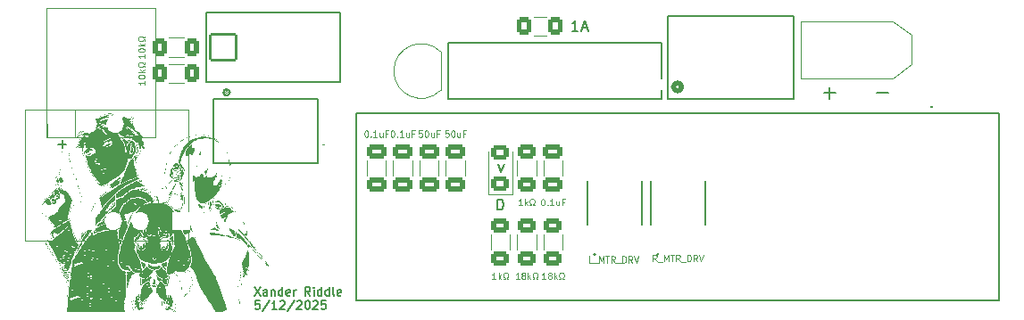
<source format=gto>
G04 #@! TF.GenerationSoftware,KiCad,Pcbnew,8.0.3*
G04 #@! TF.CreationDate,2025-05-14T17:31:42-04:00*
G04 #@! TF.ProjectId,Sp-I,53702d49-2e6b-4696-9361-645f70636258,rev?*
G04 #@! TF.SameCoordinates,Original*
G04 #@! TF.FileFunction,Legend,Top*
G04 #@! TF.FilePolarity,Positive*
%FSLAX46Y46*%
G04 Gerber Fmt 4.6, Leading zero omitted, Abs format (unit mm)*
G04 Created by KiCad (PCBNEW 8.0.3) date 2025-05-14 17:31:42*
%MOMM*%
%LPD*%
G01*
G04 APERTURE LIST*
G04 Aperture macros list*
%AMRoundRect*
0 Rectangle with rounded corners*
0 $1 Rounding radius*
0 $2 $3 $4 $5 $6 $7 $8 $9 X,Y pos of 4 corners*
0 Add a 4 corners polygon primitive as box body*
4,1,4,$2,$3,$4,$5,$6,$7,$8,$9,$2,$3,0*
0 Add four circle primitives for the rounded corners*
1,1,$1+$1,$2,$3*
1,1,$1+$1,$4,$5*
1,1,$1+$1,$6,$7*
1,1,$1+$1,$8,$9*
0 Add four rect primitives between the rounded corners*
20,1,$1+$1,$2,$3,$4,$5,0*
20,1,$1+$1,$4,$5,$6,$7,0*
20,1,$1+$1,$6,$7,$8,$9,0*
20,1,$1+$1,$8,$9,$2,$3,0*%
G04 Aperture macros list end*
%ADD10C,0.160000*%
%ADD11C,0.100000*%
%ADD12C,0.150000*%
%ADD13C,0.000000*%
%ADD14C,0.152400*%
%ADD15C,0.508000*%
%ADD16C,0.200000*%
%ADD17C,0.050000*%
%ADD18C,0.120000*%
%ADD19C,1.270000*%
%ADD20C,3.000000*%
%ADD21R,1.700000X1.700000*%
%ADD22O,1.700000X1.700000*%
%ADD23C,1.665000*%
%ADD24R,1.300000X1.300000*%
%ADD25C,1.300000*%
%ADD26RoundRect,0.102000X1.225000X-1.225000X1.225000X1.225000X-1.225000X1.225000X-1.225000X-1.225000X0*%
%ADD27C,2.654000*%
%ADD28R,0.508000X2.209800*%
%ADD29RoundRect,0.250000X0.625000X-0.400000X0.625000X0.400000X-0.625000X0.400000X-0.625000X-0.400000X0*%
%ADD30RoundRect,0.250000X-0.400000X-0.625000X0.400000X-0.625000X0.400000X0.625000X-0.400000X0.625000X0*%
%ADD31O,1.500000X1.050000*%
%ADD32R,1.500000X1.050000*%
%ADD33C,1.600200*%
%ADD34C,4.000000*%
%ADD35R,3.800000X3.800000*%
%ADD36RoundRect,0.250001X-0.462499X-0.624999X0.462499X-0.624999X0.462499X0.624999X-0.462499X0.624999X0*%
%ADD37RoundRect,0.250001X0.624999X-0.462499X0.624999X0.462499X-0.624999X0.462499X-0.624999X-0.462499X0*%
%ADD38RoundRect,0.250000X-0.650000X0.412500X-0.650000X-0.412500X0.650000X-0.412500X0.650000X0.412500X0*%
G04 APERTURE END LIST*
D10*
X122719548Y-147055820D02*
X123252882Y-147855820D01*
X123252882Y-147055820D02*
X122719548Y-147855820D01*
X123900501Y-147855820D02*
X123900501Y-147436772D01*
X123900501Y-147436772D02*
X123862406Y-147360582D01*
X123862406Y-147360582D02*
X123786215Y-147322486D01*
X123786215Y-147322486D02*
X123633834Y-147322486D01*
X123633834Y-147322486D02*
X123557644Y-147360582D01*
X123900501Y-147817725D02*
X123824310Y-147855820D01*
X123824310Y-147855820D02*
X123633834Y-147855820D01*
X123633834Y-147855820D02*
X123557644Y-147817725D01*
X123557644Y-147817725D02*
X123519548Y-147741534D01*
X123519548Y-147741534D02*
X123519548Y-147665344D01*
X123519548Y-147665344D02*
X123557644Y-147589153D01*
X123557644Y-147589153D02*
X123633834Y-147551058D01*
X123633834Y-147551058D02*
X123824310Y-147551058D01*
X123824310Y-147551058D02*
X123900501Y-147512963D01*
X124281454Y-147322486D02*
X124281454Y-147855820D01*
X124281454Y-147398677D02*
X124319549Y-147360582D01*
X124319549Y-147360582D02*
X124395739Y-147322486D01*
X124395739Y-147322486D02*
X124510025Y-147322486D01*
X124510025Y-147322486D02*
X124586216Y-147360582D01*
X124586216Y-147360582D02*
X124624311Y-147436772D01*
X124624311Y-147436772D02*
X124624311Y-147855820D01*
X125348121Y-147855820D02*
X125348121Y-147055820D01*
X125348121Y-147817725D02*
X125271930Y-147855820D01*
X125271930Y-147855820D02*
X125119549Y-147855820D01*
X125119549Y-147855820D02*
X125043359Y-147817725D01*
X125043359Y-147817725D02*
X125005264Y-147779629D01*
X125005264Y-147779629D02*
X124967168Y-147703439D01*
X124967168Y-147703439D02*
X124967168Y-147474867D01*
X124967168Y-147474867D02*
X125005264Y-147398677D01*
X125005264Y-147398677D02*
X125043359Y-147360582D01*
X125043359Y-147360582D02*
X125119549Y-147322486D01*
X125119549Y-147322486D02*
X125271930Y-147322486D01*
X125271930Y-147322486D02*
X125348121Y-147360582D01*
X126033836Y-147817725D02*
X125957645Y-147855820D01*
X125957645Y-147855820D02*
X125805264Y-147855820D01*
X125805264Y-147855820D02*
X125729074Y-147817725D01*
X125729074Y-147817725D02*
X125690978Y-147741534D01*
X125690978Y-147741534D02*
X125690978Y-147436772D01*
X125690978Y-147436772D02*
X125729074Y-147360582D01*
X125729074Y-147360582D02*
X125805264Y-147322486D01*
X125805264Y-147322486D02*
X125957645Y-147322486D01*
X125957645Y-147322486D02*
X126033836Y-147360582D01*
X126033836Y-147360582D02*
X126071931Y-147436772D01*
X126071931Y-147436772D02*
X126071931Y-147512963D01*
X126071931Y-147512963D02*
X125690978Y-147589153D01*
X126414788Y-147855820D02*
X126414788Y-147322486D01*
X126414788Y-147474867D02*
X126452883Y-147398677D01*
X126452883Y-147398677D02*
X126490978Y-147360582D01*
X126490978Y-147360582D02*
X126567169Y-147322486D01*
X126567169Y-147322486D02*
X126643359Y-147322486D01*
X127976693Y-147855820D02*
X127710026Y-147474867D01*
X127519550Y-147855820D02*
X127519550Y-147055820D01*
X127519550Y-147055820D02*
X127824312Y-147055820D01*
X127824312Y-147055820D02*
X127900502Y-147093915D01*
X127900502Y-147093915D02*
X127938597Y-147132010D01*
X127938597Y-147132010D02*
X127976693Y-147208201D01*
X127976693Y-147208201D02*
X127976693Y-147322486D01*
X127976693Y-147322486D02*
X127938597Y-147398677D01*
X127938597Y-147398677D02*
X127900502Y-147436772D01*
X127900502Y-147436772D02*
X127824312Y-147474867D01*
X127824312Y-147474867D02*
X127519550Y-147474867D01*
X128319550Y-147855820D02*
X128319550Y-147322486D01*
X128319550Y-147055820D02*
X128281454Y-147093915D01*
X128281454Y-147093915D02*
X128319550Y-147132010D01*
X128319550Y-147132010D02*
X128357645Y-147093915D01*
X128357645Y-147093915D02*
X128319550Y-147055820D01*
X128319550Y-147055820D02*
X128319550Y-147132010D01*
X129043359Y-147855820D02*
X129043359Y-147055820D01*
X129043359Y-147817725D02*
X128967168Y-147855820D01*
X128967168Y-147855820D02*
X128814787Y-147855820D01*
X128814787Y-147855820D02*
X128738597Y-147817725D01*
X128738597Y-147817725D02*
X128700502Y-147779629D01*
X128700502Y-147779629D02*
X128662406Y-147703439D01*
X128662406Y-147703439D02*
X128662406Y-147474867D01*
X128662406Y-147474867D02*
X128700502Y-147398677D01*
X128700502Y-147398677D02*
X128738597Y-147360582D01*
X128738597Y-147360582D02*
X128814787Y-147322486D01*
X128814787Y-147322486D02*
X128967168Y-147322486D01*
X128967168Y-147322486D02*
X129043359Y-147360582D01*
X129767169Y-147855820D02*
X129767169Y-147055820D01*
X129767169Y-147817725D02*
X129690978Y-147855820D01*
X129690978Y-147855820D02*
X129538597Y-147855820D01*
X129538597Y-147855820D02*
X129462407Y-147817725D01*
X129462407Y-147817725D02*
X129424312Y-147779629D01*
X129424312Y-147779629D02*
X129386216Y-147703439D01*
X129386216Y-147703439D02*
X129386216Y-147474867D01*
X129386216Y-147474867D02*
X129424312Y-147398677D01*
X129424312Y-147398677D02*
X129462407Y-147360582D01*
X129462407Y-147360582D02*
X129538597Y-147322486D01*
X129538597Y-147322486D02*
X129690978Y-147322486D01*
X129690978Y-147322486D02*
X129767169Y-147360582D01*
X130262407Y-147855820D02*
X130186217Y-147817725D01*
X130186217Y-147817725D02*
X130148122Y-147741534D01*
X130148122Y-147741534D02*
X130148122Y-147055820D01*
X130871932Y-147817725D02*
X130795741Y-147855820D01*
X130795741Y-147855820D02*
X130643360Y-147855820D01*
X130643360Y-147855820D02*
X130567170Y-147817725D01*
X130567170Y-147817725D02*
X130529074Y-147741534D01*
X130529074Y-147741534D02*
X130529074Y-147436772D01*
X130529074Y-147436772D02*
X130567170Y-147360582D01*
X130567170Y-147360582D02*
X130643360Y-147322486D01*
X130643360Y-147322486D02*
X130795741Y-147322486D01*
X130795741Y-147322486D02*
X130871932Y-147360582D01*
X130871932Y-147360582D02*
X130910027Y-147436772D01*
X130910027Y-147436772D02*
X130910027Y-147512963D01*
X130910027Y-147512963D02*
X130529074Y-147589153D01*
X123176691Y-148343775D02*
X122795739Y-148343775D01*
X122795739Y-148343775D02*
X122757643Y-148724727D01*
X122757643Y-148724727D02*
X122795739Y-148686632D01*
X122795739Y-148686632D02*
X122871929Y-148648537D01*
X122871929Y-148648537D02*
X123062405Y-148648537D01*
X123062405Y-148648537D02*
X123138596Y-148686632D01*
X123138596Y-148686632D02*
X123176691Y-148724727D01*
X123176691Y-148724727D02*
X123214786Y-148800918D01*
X123214786Y-148800918D02*
X123214786Y-148991394D01*
X123214786Y-148991394D02*
X123176691Y-149067584D01*
X123176691Y-149067584D02*
X123138596Y-149105680D01*
X123138596Y-149105680D02*
X123062405Y-149143775D01*
X123062405Y-149143775D02*
X122871929Y-149143775D01*
X122871929Y-149143775D02*
X122795739Y-149105680D01*
X122795739Y-149105680D02*
X122757643Y-149067584D01*
X124129072Y-148305680D02*
X123443358Y-149334251D01*
X124814786Y-149143775D02*
X124357643Y-149143775D01*
X124586215Y-149143775D02*
X124586215Y-148343775D01*
X124586215Y-148343775D02*
X124510024Y-148458060D01*
X124510024Y-148458060D02*
X124433834Y-148534251D01*
X124433834Y-148534251D02*
X124357643Y-148572346D01*
X125119548Y-148419965D02*
X125157644Y-148381870D01*
X125157644Y-148381870D02*
X125233834Y-148343775D01*
X125233834Y-148343775D02*
X125424310Y-148343775D01*
X125424310Y-148343775D02*
X125500501Y-148381870D01*
X125500501Y-148381870D02*
X125538596Y-148419965D01*
X125538596Y-148419965D02*
X125576691Y-148496156D01*
X125576691Y-148496156D02*
X125576691Y-148572346D01*
X125576691Y-148572346D02*
X125538596Y-148686632D01*
X125538596Y-148686632D02*
X125081453Y-149143775D01*
X125081453Y-149143775D02*
X125576691Y-149143775D01*
X126490977Y-148305680D02*
X125805263Y-149334251D01*
X126719548Y-148419965D02*
X126757644Y-148381870D01*
X126757644Y-148381870D02*
X126833834Y-148343775D01*
X126833834Y-148343775D02*
X127024310Y-148343775D01*
X127024310Y-148343775D02*
X127100501Y-148381870D01*
X127100501Y-148381870D02*
X127138596Y-148419965D01*
X127138596Y-148419965D02*
X127176691Y-148496156D01*
X127176691Y-148496156D02*
X127176691Y-148572346D01*
X127176691Y-148572346D02*
X127138596Y-148686632D01*
X127138596Y-148686632D02*
X126681453Y-149143775D01*
X126681453Y-149143775D02*
X127176691Y-149143775D01*
X127671930Y-148343775D02*
X127748120Y-148343775D01*
X127748120Y-148343775D02*
X127824311Y-148381870D01*
X127824311Y-148381870D02*
X127862406Y-148419965D01*
X127862406Y-148419965D02*
X127900501Y-148496156D01*
X127900501Y-148496156D02*
X127938596Y-148648537D01*
X127938596Y-148648537D02*
X127938596Y-148839013D01*
X127938596Y-148839013D02*
X127900501Y-148991394D01*
X127900501Y-148991394D02*
X127862406Y-149067584D01*
X127862406Y-149067584D02*
X127824311Y-149105680D01*
X127824311Y-149105680D02*
X127748120Y-149143775D01*
X127748120Y-149143775D02*
X127671930Y-149143775D01*
X127671930Y-149143775D02*
X127595739Y-149105680D01*
X127595739Y-149105680D02*
X127557644Y-149067584D01*
X127557644Y-149067584D02*
X127519549Y-148991394D01*
X127519549Y-148991394D02*
X127481453Y-148839013D01*
X127481453Y-148839013D02*
X127481453Y-148648537D01*
X127481453Y-148648537D02*
X127519549Y-148496156D01*
X127519549Y-148496156D02*
X127557644Y-148419965D01*
X127557644Y-148419965D02*
X127595739Y-148381870D01*
X127595739Y-148381870D02*
X127671930Y-148343775D01*
X128243358Y-148419965D02*
X128281454Y-148381870D01*
X128281454Y-148381870D02*
X128357644Y-148343775D01*
X128357644Y-148343775D02*
X128548120Y-148343775D01*
X128548120Y-148343775D02*
X128624311Y-148381870D01*
X128624311Y-148381870D02*
X128662406Y-148419965D01*
X128662406Y-148419965D02*
X128700501Y-148496156D01*
X128700501Y-148496156D02*
X128700501Y-148572346D01*
X128700501Y-148572346D02*
X128662406Y-148686632D01*
X128662406Y-148686632D02*
X128205263Y-149143775D01*
X128205263Y-149143775D02*
X128700501Y-149143775D01*
X129424311Y-148343775D02*
X129043359Y-148343775D01*
X129043359Y-148343775D02*
X129005263Y-148724727D01*
X129005263Y-148724727D02*
X129043359Y-148686632D01*
X129043359Y-148686632D02*
X129119549Y-148648537D01*
X129119549Y-148648537D02*
X129310025Y-148648537D01*
X129310025Y-148648537D02*
X129386216Y-148686632D01*
X129386216Y-148686632D02*
X129424311Y-148724727D01*
X129424311Y-148724727D02*
X129462406Y-148800918D01*
X129462406Y-148800918D02*
X129462406Y-148991394D01*
X129462406Y-148991394D02*
X129424311Y-149067584D01*
X129424311Y-149067584D02*
X129386216Y-149105680D01*
X129386216Y-149105680D02*
X129310025Y-149143775D01*
X129310025Y-149143775D02*
X129119549Y-149143775D01*
X129119549Y-149143775D02*
X129043359Y-149105680D01*
X129043359Y-149105680D02*
X129005263Y-149067584D01*
D11*
X145585714Y-146272371D02*
X145242857Y-146272371D01*
X145414286Y-146272371D02*
X145414286Y-145672371D01*
X145414286Y-145672371D02*
X145357143Y-145758085D01*
X145357143Y-145758085D02*
X145300000Y-145815228D01*
X145300000Y-145815228D02*
X145242857Y-145843800D01*
X145842858Y-146272371D02*
X145842858Y-145672371D01*
X145900001Y-146043800D02*
X146071429Y-146272371D01*
X146071429Y-145872371D02*
X145842858Y-146100942D01*
X146300000Y-146272371D02*
X146442857Y-146272371D01*
X146442857Y-146272371D02*
X146442857Y-146158085D01*
X146442857Y-146158085D02*
X146385715Y-146129514D01*
X146385715Y-146129514D02*
X146328572Y-146072371D01*
X146328572Y-146072371D02*
X146300000Y-145986657D01*
X146300000Y-145986657D02*
X146300000Y-145843800D01*
X146300000Y-145843800D02*
X146328572Y-145758085D01*
X146328572Y-145758085D02*
X146385715Y-145700942D01*
X146385715Y-145700942D02*
X146471429Y-145672371D01*
X146471429Y-145672371D02*
X146585715Y-145672371D01*
X146585715Y-145672371D02*
X146671429Y-145700942D01*
X146671429Y-145700942D02*
X146728572Y-145758085D01*
X146728572Y-145758085D02*
X146757143Y-145843800D01*
X146757143Y-145843800D02*
X146757143Y-145986657D01*
X146757143Y-145986657D02*
X146728572Y-146072371D01*
X146728572Y-146072371D02*
X146671429Y-146129514D01*
X146671429Y-146129514D02*
X146614286Y-146158085D01*
X146614286Y-146158085D02*
X146614286Y-146272371D01*
X146614286Y-146272371D02*
X146757143Y-146272371D01*
D12*
X145738095Y-139704819D02*
X145738095Y-138704819D01*
X145738095Y-138704819D02*
X145976190Y-138704819D01*
X145976190Y-138704819D02*
X146119047Y-138752438D01*
X146119047Y-138752438D02*
X146214285Y-138847676D01*
X146214285Y-138847676D02*
X146261904Y-138942914D01*
X146261904Y-138942914D02*
X146309523Y-139133390D01*
X146309523Y-139133390D02*
X146309523Y-139276247D01*
X146309523Y-139276247D02*
X146261904Y-139466723D01*
X146261904Y-139466723D02*
X146214285Y-139561961D01*
X146214285Y-139561961D02*
X146119047Y-139657200D01*
X146119047Y-139657200D02*
X145976190Y-139704819D01*
X145976190Y-139704819D02*
X145738095Y-139704819D01*
X111836779Y-133869819D02*
X111836779Y-132869819D01*
X111932017Y-133488866D02*
X112217731Y-133869819D01*
X112217731Y-133203152D02*
X111836779Y-133584104D01*
X109289160Y-133822200D02*
X109384398Y-133869819D01*
X109384398Y-133869819D02*
X109574874Y-133869819D01*
X109574874Y-133869819D02*
X109670112Y-133822200D01*
X109670112Y-133822200D02*
X109717731Y-133726961D01*
X109717731Y-133726961D02*
X109717731Y-133679342D01*
X109717731Y-133679342D02*
X109670112Y-133584104D01*
X109670112Y-133584104D02*
X109574874Y-133536485D01*
X109574874Y-133536485D02*
X109432017Y-133536485D01*
X109432017Y-133536485D02*
X109336779Y-133488866D01*
X109336779Y-133488866D02*
X109289160Y-133393628D01*
X109289160Y-133393628D02*
X109289160Y-133346009D01*
X109289160Y-133346009D02*
X109336779Y-133250771D01*
X109336779Y-133250771D02*
X109432017Y-133203152D01*
X109432017Y-133203152D02*
X109574874Y-133203152D01*
X109574874Y-133203152D02*
X109670112Y-133250771D01*
X106586779Y-133488866D02*
X107348684Y-133488866D01*
X104086779Y-133488866D02*
X104848684Y-133488866D01*
X104467731Y-133869819D02*
X104467731Y-133107914D01*
D11*
X103000000Y-120500000D02*
X113330000Y-120500000D01*
X113330000Y-132830000D01*
X103000000Y-132830000D01*
X103000000Y-120500000D01*
X100920000Y-130170000D02*
X116420000Y-130170000D01*
X116420000Y-142670000D01*
X100920000Y-142670000D01*
X100920000Y-130170000D01*
X160830000Y-144586771D02*
X160630000Y-144301057D01*
X160487143Y-144586771D02*
X160487143Y-143986771D01*
X160487143Y-143986771D02*
X160715714Y-143986771D01*
X160715714Y-143986771D02*
X160772857Y-144015342D01*
X160772857Y-144015342D02*
X160801428Y-144043914D01*
X160801428Y-144043914D02*
X160830000Y-144101057D01*
X160830000Y-144101057D02*
X160830000Y-144186771D01*
X160830000Y-144186771D02*
X160801428Y-144243914D01*
X160801428Y-144243914D02*
X160772857Y-144272485D01*
X160772857Y-144272485D02*
X160715714Y-144301057D01*
X160715714Y-144301057D02*
X160487143Y-144301057D01*
X160944286Y-144643914D02*
X161401428Y-144643914D01*
X161544286Y-144586771D02*
X161544286Y-143986771D01*
X161544286Y-143986771D02*
X161744286Y-144415342D01*
X161744286Y-144415342D02*
X161944286Y-143986771D01*
X161944286Y-143986771D02*
X161944286Y-144586771D01*
X162144285Y-143986771D02*
X162487143Y-143986771D01*
X162315714Y-144586771D02*
X162315714Y-143986771D01*
X163030000Y-144586771D02*
X162830000Y-144301057D01*
X162687143Y-144586771D02*
X162687143Y-143986771D01*
X162687143Y-143986771D02*
X162915714Y-143986771D01*
X162915714Y-143986771D02*
X162972857Y-144015342D01*
X162972857Y-144015342D02*
X163001428Y-144043914D01*
X163001428Y-144043914D02*
X163030000Y-144101057D01*
X163030000Y-144101057D02*
X163030000Y-144186771D01*
X163030000Y-144186771D02*
X163001428Y-144243914D01*
X163001428Y-144243914D02*
X162972857Y-144272485D01*
X162972857Y-144272485D02*
X162915714Y-144301057D01*
X162915714Y-144301057D02*
X162687143Y-144301057D01*
X163144286Y-144643914D02*
X163601428Y-144643914D01*
X163744286Y-144586771D02*
X163744286Y-143986771D01*
X163744286Y-143986771D02*
X163887143Y-143986771D01*
X163887143Y-143986771D02*
X163972857Y-144015342D01*
X163972857Y-144015342D02*
X164030000Y-144072485D01*
X164030000Y-144072485D02*
X164058571Y-144129628D01*
X164058571Y-144129628D02*
X164087143Y-144243914D01*
X164087143Y-144243914D02*
X164087143Y-144329628D01*
X164087143Y-144329628D02*
X164058571Y-144443914D01*
X164058571Y-144443914D02*
X164030000Y-144501057D01*
X164030000Y-144501057D02*
X163972857Y-144558200D01*
X163972857Y-144558200D02*
X163887143Y-144586771D01*
X163887143Y-144586771D02*
X163744286Y-144586771D01*
X164687143Y-144586771D02*
X164487143Y-144301057D01*
X164344286Y-144586771D02*
X164344286Y-143986771D01*
X164344286Y-143986771D02*
X164572857Y-143986771D01*
X164572857Y-143986771D02*
X164630000Y-144015342D01*
X164630000Y-144015342D02*
X164658571Y-144043914D01*
X164658571Y-144043914D02*
X164687143Y-144101057D01*
X164687143Y-144101057D02*
X164687143Y-144186771D01*
X164687143Y-144186771D02*
X164658571Y-144243914D01*
X164658571Y-144243914D02*
X164630000Y-144272485D01*
X164630000Y-144272485D02*
X164572857Y-144301057D01*
X164572857Y-144301057D02*
X164344286Y-144301057D01*
X164858571Y-143986771D02*
X165058571Y-144586771D01*
X165058571Y-144586771D02*
X165258571Y-143986771D01*
X148085714Y-139272371D02*
X147742857Y-139272371D01*
X147914286Y-139272371D02*
X147914286Y-138672371D01*
X147914286Y-138672371D02*
X147857143Y-138758085D01*
X147857143Y-138758085D02*
X147800000Y-138815228D01*
X147800000Y-138815228D02*
X147742857Y-138843800D01*
X148342858Y-139272371D02*
X148342858Y-138672371D01*
X148400001Y-139043800D02*
X148571429Y-139272371D01*
X148571429Y-138872371D02*
X148342858Y-139100942D01*
X148800000Y-139272371D02*
X148942857Y-139272371D01*
X148942857Y-139272371D02*
X148942857Y-139158085D01*
X148942857Y-139158085D02*
X148885715Y-139129514D01*
X148885715Y-139129514D02*
X148828572Y-139072371D01*
X148828572Y-139072371D02*
X148800000Y-138986657D01*
X148800000Y-138986657D02*
X148800000Y-138843800D01*
X148800000Y-138843800D02*
X148828572Y-138758085D01*
X148828572Y-138758085D02*
X148885715Y-138700942D01*
X148885715Y-138700942D02*
X148971429Y-138672371D01*
X148971429Y-138672371D02*
X149085715Y-138672371D01*
X149085715Y-138672371D02*
X149171429Y-138700942D01*
X149171429Y-138700942D02*
X149228572Y-138758085D01*
X149228572Y-138758085D02*
X149257143Y-138843800D01*
X149257143Y-138843800D02*
X149257143Y-138986657D01*
X149257143Y-138986657D02*
X149228572Y-139072371D01*
X149228572Y-139072371D02*
X149171429Y-139129514D01*
X149171429Y-139129514D02*
X149114286Y-139158085D01*
X149114286Y-139158085D02*
X149114286Y-139272371D01*
X149114286Y-139272371D02*
X149257143Y-139272371D01*
X147799999Y-146272371D02*
X147457142Y-146272371D01*
X147628571Y-146272371D02*
X147628571Y-145672371D01*
X147628571Y-145672371D02*
X147571428Y-145758085D01*
X147571428Y-145758085D02*
X147514285Y-145815228D01*
X147514285Y-145815228D02*
X147457142Y-145843800D01*
X148142857Y-145929514D02*
X148085714Y-145900942D01*
X148085714Y-145900942D02*
X148057143Y-145872371D01*
X148057143Y-145872371D02*
X148028571Y-145815228D01*
X148028571Y-145815228D02*
X148028571Y-145786657D01*
X148028571Y-145786657D02*
X148057143Y-145729514D01*
X148057143Y-145729514D02*
X148085714Y-145700942D01*
X148085714Y-145700942D02*
X148142857Y-145672371D01*
X148142857Y-145672371D02*
X148257143Y-145672371D01*
X148257143Y-145672371D02*
X148314286Y-145700942D01*
X148314286Y-145700942D02*
X148342857Y-145729514D01*
X148342857Y-145729514D02*
X148371428Y-145786657D01*
X148371428Y-145786657D02*
X148371428Y-145815228D01*
X148371428Y-145815228D02*
X148342857Y-145872371D01*
X148342857Y-145872371D02*
X148314286Y-145900942D01*
X148314286Y-145900942D02*
X148257143Y-145929514D01*
X148257143Y-145929514D02*
X148142857Y-145929514D01*
X148142857Y-145929514D02*
X148085714Y-145958085D01*
X148085714Y-145958085D02*
X148057143Y-145986657D01*
X148057143Y-145986657D02*
X148028571Y-146043800D01*
X148028571Y-146043800D02*
X148028571Y-146158085D01*
X148028571Y-146158085D02*
X148057143Y-146215228D01*
X148057143Y-146215228D02*
X148085714Y-146243800D01*
X148085714Y-146243800D02*
X148142857Y-146272371D01*
X148142857Y-146272371D02*
X148257143Y-146272371D01*
X148257143Y-146272371D02*
X148314286Y-146243800D01*
X148314286Y-146243800D02*
X148342857Y-146215228D01*
X148342857Y-146215228D02*
X148371428Y-146158085D01*
X148371428Y-146158085D02*
X148371428Y-146043800D01*
X148371428Y-146043800D02*
X148342857Y-145986657D01*
X148342857Y-145986657D02*
X148314286Y-145958085D01*
X148314286Y-145958085D02*
X148257143Y-145929514D01*
X148628572Y-146272371D02*
X148628572Y-145672371D01*
X148685715Y-146043800D02*
X148857143Y-146272371D01*
X148857143Y-145872371D02*
X148628572Y-146100942D01*
X149085714Y-146272371D02*
X149228571Y-146272371D01*
X149228571Y-146272371D02*
X149228571Y-146158085D01*
X149228571Y-146158085D02*
X149171429Y-146129514D01*
X149171429Y-146129514D02*
X149114286Y-146072371D01*
X149114286Y-146072371D02*
X149085714Y-145986657D01*
X149085714Y-145986657D02*
X149085714Y-145843800D01*
X149085714Y-145843800D02*
X149114286Y-145758085D01*
X149114286Y-145758085D02*
X149171429Y-145700942D01*
X149171429Y-145700942D02*
X149257143Y-145672371D01*
X149257143Y-145672371D02*
X149371429Y-145672371D01*
X149371429Y-145672371D02*
X149457143Y-145700942D01*
X149457143Y-145700942D02*
X149514286Y-145758085D01*
X149514286Y-145758085D02*
X149542857Y-145843800D01*
X149542857Y-145843800D02*
X149542857Y-145986657D01*
X149542857Y-145986657D02*
X149514286Y-146072371D01*
X149514286Y-146072371D02*
X149457143Y-146129514D01*
X149457143Y-146129514D02*
X149400000Y-146158085D01*
X149400000Y-146158085D02*
X149400000Y-146272371D01*
X149400000Y-146272371D02*
X149542857Y-146272371D01*
X150299999Y-146272371D02*
X149957142Y-146272371D01*
X150128571Y-146272371D02*
X150128571Y-145672371D01*
X150128571Y-145672371D02*
X150071428Y-145758085D01*
X150071428Y-145758085D02*
X150014285Y-145815228D01*
X150014285Y-145815228D02*
X149957142Y-145843800D01*
X150642857Y-145929514D02*
X150585714Y-145900942D01*
X150585714Y-145900942D02*
X150557143Y-145872371D01*
X150557143Y-145872371D02*
X150528571Y-145815228D01*
X150528571Y-145815228D02*
X150528571Y-145786657D01*
X150528571Y-145786657D02*
X150557143Y-145729514D01*
X150557143Y-145729514D02*
X150585714Y-145700942D01*
X150585714Y-145700942D02*
X150642857Y-145672371D01*
X150642857Y-145672371D02*
X150757143Y-145672371D01*
X150757143Y-145672371D02*
X150814286Y-145700942D01*
X150814286Y-145700942D02*
X150842857Y-145729514D01*
X150842857Y-145729514D02*
X150871428Y-145786657D01*
X150871428Y-145786657D02*
X150871428Y-145815228D01*
X150871428Y-145815228D02*
X150842857Y-145872371D01*
X150842857Y-145872371D02*
X150814286Y-145900942D01*
X150814286Y-145900942D02*
X150757143Y-145929514D01*
X150757143Y-145929514D02*
X150642857Y-145929514D01*
X150642857Y-145929514D02*
X150585714Y-145958085D01*
X150585714Y-145958085D02*
X150557143Y-145986657D01*
X150557143Y-145986657D02*
X150528571Y-146043800D01*
X150528571Y-146043800D02*
X150528571Y-146158085D01*
X150528571Y-146158085D02*
X150557143Y-146215228D01*
X150557143Y-146215228D02*
X150585714Y-146243800D01*
X150585714Y-146243800D02*
X150642857Y-146272371D01*
X150642857Y-146272371D02*
X150757143Y-146272371D01*
X150757143Y-146272371D02*
X150814286Y-146243800D01*
X150814286Y-146243800D02*
X150842857Y-146215228D01*
X150842857Y-146215228D02*
X150871428Y-146158085D01*
X150871428Y-146158085D02*
X150871428Y-146043800D01*
X150871428Y-146043800D02*
X150842857Y-145986657D01*
X150842857Y-145986657D02*
X150814286Y-145958085D01*
X150814286Y-145958085D02*
X150757143Y-145929514D01*
X151128572Y-146272371D02*
X151128572Y-145672371D01*
X151185715Y-146043800D02*
X151357143Y-146272371D01*
X151357143Y-145872371D02*
X151128572Y-146100942D01*
X151585714Y-146272371D02*
X151728571Y-146272371D01*
X151728571Y-146272371D02*
X151728571Y-146158085D01*
X151728571Y-146158085D02*
X151671429Y-146129514D01*
X151671429Y-146129514D02*
X151614286Y-146072371D01*
X151614286Y-146072371D02*
X151585714Y-145986657D01*
X151585714Y-145986657D02*
X151585714Y-145843800D01*
X151585714Y-145843800D02*
X151614286Y-145758085D01*
X151614286Y-145758085D02*
X151671429Y-145700942D01*
X151671429Y-145700942D02*
X151757143Y-145672371D01*
X151757143Y-145672371D02*
X151871429Y-145672371D01*
X151871429Y-145672371D02*
X151957143Y-145700942D01*
X151957143Y-145700942D02*
X152014286Y-145758085D01*
X152014286Y-145758085D02*
X152042857Y-145843800D01*
X152042857Y-145843800D02*
X152042857Y-145986657D01*
X152042857Y-145986657D02*
X152014286Y-146072371D01*
X152014286Y-146072371D02*
X151957143Y-146129514D01*
X151957143Y-146129514D02*
X151900000Y-146158085D01*
X151900000Y-146158085D02*
X151900000Y-146272371D01*
X151900000Y-146272371D02*
X152042857Y-146272371D01*
X112272371Y-127450000D02*
X112272371Y-127792857D01*
X112272371Y-127621428D02*
X111672371Y-127621428D01*
X111672371Y-127621428D02*
X111758085Y-127678571D01*
X111758085Y-127678571D02*
X111815228Y-127735714D01*
X111815228Y-127735714D02*
X111843800Y-127792857D01*
X111672371Y-127078571D02*
X111672371Y-127021428D01*
X111672371Y-127021428D02*
X111700942Y-126964285D01*
X111700942Y-126964285D02*
X111729514Y-126935714D01*
X111729514Y-126935714D02*
X111786657Y-126907142D01*
X111786657Y-126907142D02*
X111900942Y-126878571D01*
X111900942Y-126878571D02*
X112043800Y-126878571D01*
X112043800Y-126878571D02*
X112158085Y-126907142D01*
X112158085Y-126907142D02*
X112215228Y-126935714D01*
X112215228Y-126935714D02*
X112243800Y-126964285D01*
X112243800Y-126964285D02*
X112272371Y-127021428D01*
X112272371Y-127021428D02*
X112272371Y-127078571D01*
X112272371Y-127078571D02*
X112243800Y-127135714D01*
X112243800Y-127135714D02*
X112215228Y-127164285D01*
X112215228Y-127164285D02*
X112158085Y-127192856D01*
X112158085Y-127192856D02*
X112043800Y-127221428D01*
X112043800Y-127221428D02*
X111900942Y-127221428D01*
X111900942Y-127221428D02*
X111786657Y-127192856D01*
X111786657Y-127192856D02*
X111729514Y-127164285D01*
X111729514Y-127164285D02*
X111700942Y-127135714D01*
X111700942Y-127135714D02*
X111672371Y-127078571D01*
X112272371Y-126621427D02*
X111672371Y-126621427D01*
X112043800Y-126564285D02*
X112272371Y-126392856D01*
X111872371Y-126392856D02*
X112100942Y-126621427D01*
X112272371Y-126164285D02*
X112272371Y-126021428D01*
X112272371Y-126021428D02*
X112158085Y-126021428D01*
X112158085Y-126021428D02*
X112129514Y-126078571D01*
X112129514Y-126078571D02*
X112072371Y-126135713D01*
X112072371Y-126135713D02*
X111986657Y-126164285D01*
X111986657Y-126164285D02*
X111843800Y-126164285D01*
X111843800Y-126164285D02*
X111758085Y-126135713D01*
X111758085Y-126135713D02*
X111700942Y-126078571D01*
X111700942Y-126078571D02*
X111672371Y-125992856D01*
X111672371Y-125992856D02*
X111672371Y-125878571D01*
X111672371Y-125878571D02*
X111700942Y-125792856D01*
X111700942Y-125792856D02*
X111758085Y-125735713D01*
X111758085Y-125735713D02*
X111843800Y-125707142D01*
X111843800Y-125707142D02*
X111986657Y-125707142D01*
X111986657Y-125707142D02*
X112072371Y-125735713D01*
X112072371Y-125735713D02*
X112129514Y-125792856D01*
X112129514Y-125792856D02*
X112158085Y-125849999D01*
X112158085Y-125849999D02*
X112272371Y-125849999D01*
X112272371Y-125849999D02*
X112272371Y-125707142D01*
X112272371Y-124950000D02*
X112272371Y-125292857D01*
X112272371Y-125121428D02*
X111672371Y-125121428D01*
X111672371Y-125121428D02*
X111758085Y-125178571D01*
X111758085Y-125178571D02*
X111815228Y-125235714D01*
X111815228Y-125235714D02*
X111843800Y-125292857D01*
X111672371Y-124578571D02*
X111672371Y-124521428D01*
X111672371Y-124521428D02*
X111700942Y-124464285D01*
X111700942Y-124464285D02*
X111729514Y-124435714D01*
X111729514Y-124435714D02*
X111786657Y-124407142D01*
X111786657Y-124407142D02*
X111900942Y-124378571D01*
X111900942Y-124378571D02*
X112043800Y-124378571D01*
X112043800Y-124378571D02*
X112158085Y-124407142D01*
X112158085Y-124407142D02*
X112215228Y-124435714D01*
X112215228Y-124435714D02*
X112243800Y-124464285D01*
X112243800Y-124464285D02*
X112272371Y-124521428D01*
X112272371Y-124521428D02*
X112272371Y-124578571D01*
X112272371Y-124578571D02*
X112243800Y-124635714D01*
X112243800Y-124635714D02*
X112215228Y-124664285D01*
X112215228Y-124664285D02*
X112158085Y-124692856D01*
X112158085Y-124692856D02*
X112043800Y-124721428D01*
X112043800Y-124721428D02*
X111900942Y-124721428D01*
X111900942Y-124721428D02*
X111786657Y-124692856D01*
X111786657Y-124692856D02*
X111729514Y-124664285D01*
X111729514Y-124664285D02*
X111700942Y-124635714D01*
X111700942Y-124635714D02*
X111672371Y-124578571D01*
X112272371Y-124121427D02*
X111672371Y-124121427D01*
X112043800Y-124064285D02*
X112272371Y-123892856D01*
X111872371Y-123892856D02*
X112100942Y-124121427D01*
X112272371Y-123664285D02*
X112272371Y-123521428D01*
X112272371Y-123521428D02*
X112158085Y-123521428D01*
X112158085Y-123521428D02*
X112129514Y-123578571D01*
X112129514Y-123578571D02*
X112072371Y-123635713D01*
X112072371Y-123635713D02*
X111986657Y-123664285D01*
X111986657Y-123664285D02*
X111843800Y-123664285D01*
X111843800Y-123664285D02*
X111758085Y-123635713D01*
X111758085Y-123635713D02*
X111700942Y-123578571D01*
X111700942Y-123578571D02*
X111672371Y-123492856D01*
X111672371Y-123492856D02*
X111672371Y-123378571D01*
X111672371Y-123378571D02*
X111700942Y-123292856D01*
X111700942Y-123292856D02*
X111758085Y-123235713D01*
X111758085Y-123235713D02*
X111843800Y-123207142D01*
X111843800Y-123207142D02*
X111986657Y-123207142D01*
X111986657Y-123207142D02*
X112072371Y-123235713D01*
X112072371Y-123235713D02*
X112129514Y-123292856D01*
X112129514Y-123292856D02*
X112158085Y-123349999D01*
X112158085Y-123349999D02*
X112272371Y-123349999D01*
X112272371Y-123349999D02*
X112272371Y-123207142D01*
X154735000Y-144711770D02*
X154449286Y-144711770D01*
X154449286Y-144711770D02*
X154449286Y-144111770D01*
X154792143Y-144768913D02*
X155249285Y-144768913D01*
X155392143Y-144711770D02*
X155392143Y-144111770D01*
X155392143Y-144111770D02*
X155592143Y-144540341D01*
X155592143Y-144540341D02*
X155792143Y-144111770D01*
X155792143Y-144111770D02*
X155792143Y-144711770D01*
X155992142Y-144111770D02*
X156335000Y-144111770D01*
X156163571Y-144711770D02*
X156163571Y-144111770D01*
X156877857Y-144711770D02*
X156677857Y-144426056D01*
X156535000Y-144711770D02*
X156535000Y-144111770D01*
X156535000Y-144111770D02*
X156763571Y-144111770D01*
X156763571Y-144111770D02*
X156820714Y-144140341D01*
X156820714Y-144140341D02*
X156849285Y-144168913D01*
X156849285Y-144168913D02*
X156877857Y-144226056D01*
X156877857Y-144226056D02*
X156877857Y-144311770D01*
X156877857Y-144311770D02*
X156849285Y-144368913D01*
X156849285Y-144368913D02*
X156820714Y-144397484D01*
X156820714Y-144397484D02*
X156763571Y-144426056D01*
X156763571Y-144426056D02*
X156535000Y-144426056D01*
X156992143Y-144768913D02*
X157449285Y-144768913D01*
X157592143Y-144711770D02*
X157592143Y-144111770D01*
X157592143Y-144111770D02*
X157735000Y-144111770D01*
X157735000Y-144111770D02*
X157820714Y-144140341D01*
X157820714Y-144140341D02*
X157877857Y-144197484D01*
X157877857Y-144197484D02*
X157906428Y-144254627D01*
X157906428Y-144254627D02*
X157935000Y-144368913D01*
X157935000Y-144368913D02*
X157935000Y-144454627D01*
X157935000Y-144454627D02*
X157906428Y-144568913D01*
X157906428Y-144568913D02*
X157877857Y-144626056D01*
X157877857Y-144626056D02*
X157820714Y-144683199D01*
X157820714Y-144683199D02*
X157735000Y-144711770D01*
X157735000Y-144711770D02*
X157592143Y-144711770D01*
X158535000Y-144711770D02*
X158335000Y-144426056D01*
X158192143Y-144711770D02*
X158192143Y-144111770D01*
X158192143Y-144111770D02*
X158420714Y-144111770D01*
X158420714Y-144111770D02*
X158477857Y-144140341D01*
X158477857Y-144140341D02*
X158506428Y-144168913D01*
X158506428Y-144168913D02*
X158535000Y-144226056D01*
X158535000Y-144226056D02*
X158535000Y-144311770D01*
X158535000Y-144311770D02*
X158506428Y-144368913D01*
X158506428Y-144368913D02*
X158477857Y-144397484D01*
X158477857Y-144397484D02*
X158420714Y-144426056D01*
X158420714Y-144426056D02*
X158192143Y-144426056D01*
X158706428Y-144111770D02*
X158906428Y-144711770D01*
X158906428Y-144711770D02*
X159106428Y-144111770D01*
D12*
X181678571Y-128614700D02*
X182821429Y-128614700D01*
X176678571Y-128614700D02*
X177821429Y-128614700D01*
X177250000Y-129186128D02*
X177250000Y-128043271D01*
X153357142Y-122704819D02*
X152785714Y-122704819D01*
X153071428Y-122704819D02*
X153071428Y-121704819D01*
X153071428Y-121704819D02*
X152976190Y-121847676D01*
X152976190Y-121847676D02*
X152880952Y-121942914D01*
X152880952Y-121942914D02*
X152785714Y-121990533D01*
X153738095Y-122419104D02*
X154214285Y-122419104D01*
X153642857Y-122704819D02*
X153976190Y-121704819D01*
X153976190Y-121704819D02*
X154309523Y-122704819D01*
X145788152Y-135369047D02*
X146073866Y-136130951D01*
X146073866Y-136130951D02*
X146359580Y-135369047D01*
D11*
X150014285Y-138672371D02*
X150071428Y-138672371D01*
X150071428Y-138672371D02*
X150128571Y-138700942D01*
X150128571Y-138700942D02*
X150157143Y-138729514D01*
X150157143Y-138729514D02*
X150185714Y-138786657D01*
X150185714Y-138786657D02*
X150214285Y-138900942D01*
X150214285Y-138900942D02*
X150214285Y-139043800D01*
X150214285Y-139043800D02*
X150185714Y-139158085D01*
X150185714Y-139158085D02*
X150157143Y-139215228D01*
X150157143Y-139215228D02*
X150128571Y-139243800D01*
X150128571Y-139243800D02*
X150071428Y-139272371D01*
X150071428Y-139272371D02*
X150014285Y-139272371D01*
X150014285Y-139272371D02*
X149957143Y-139243800D01*
X149957143Y-139243800D02*
X149928571Y-139215228D01*
X149928571Y-139215228D02*
X149900000Y-139158085D01*
X149900000Y-139158085D02*
X149871428Y-139043800D01*
X149871428Y-139043800D02*
X149871428Y-138900942D01*
X149871428Y-138900942D02*
X149900000Y-138786657D01*
X149900000Y-138786657D02*
X149928571Y-138729514D01*
X149928571Y-138729514D02*
X149957143Y-138700942D01*
X149957143Y-138700942D02*
X150014285Y-138672371D01*
X150471429Y-139215228D02*
X150500000Y-139243800D01*
X150500000Y-139243800D02*
X150471429Y-139272371D01*
X150471429Y-139272371D02*
X150442857Y-139243800D01*
X150442857Y-139243800D02*
X150471429Y-139215228D01*
X150471429Y-139215228D02*
X150471429Y-139272371D01*
X151071428Y-139272371D02*
X150728571Y-139272371D01*
X150900000Y-139272371D02*
X150900000Y-138672371D01*
X150900000Y-138672371D02*
X150842857Y-138758085D01*
X150842857Y-138758085D02*
X150785714Y-138815228D01*
X150785714Y-138815228D02*
X150728571Y-138843800D01*
X151585715Y-138872371D02*
X151585715Y-139272371D01*
X151328572Y-138872371D02*
X151328572Y-139186657D01*
X151328572Y-139186657D02*
X151357143Y-139243800D01*
X151357143Y-139243800D02*
X151414286Y-139272371D01*
X151414286Y-139272371D02*
X151500000Y-139272371D01*
X151500000Y-139272371D02*
X151557143Y-139243800D01*
X151557143Y-139243800D02*
X151585715Y-139215228D01*
X152071429Y-138958085D02*
X151871429Y-138958085D01*
X151871429Y-139272371D02*
X151871429Y-138672371D01*
X151871429Y-138672371D02*
X152157143Y-138672371D01*
X141078571Y-132172371D02*
X140792857Y-132172371D01*
X140792857Y-132172371D02*
X140764285Y-132458085D01*
X140764285Y-132458085D02*
X140792857Y-132429514D01*
X140792857Y-132429514D02*
X140850000Y-132400942D01*
X140850000Y-132400942D02*
X140992857Y-132400942D01*
X140992857Y-132400942D02*
X141050000Y-132429514D01*
X141050000Y-132429514D02*
X141078571Y-132458085D01*
X141078571Y-132458085D02*
X141107142Y-132515228D01*
X141107142Y-132515228D02*
X141107142Y-132658085D01*
X141107142Y-132658085D02*
X141078571Y-132715228D01*
X141078571Y-132715228D02*
X141050000Y-132743800D01*
X141050000Y-132743800D02*
X140992857Y-132772371D01*
X140992857Y-132772371D02*
X140850000Y-132772371D01*
X140850000Y-132772371D02*
X140792857Y-132743800D01*
X140792857Y-132743800D02*
X140764285Y-132715228D01*
X141478571Y-132172371D02*
X141535714Y-132172371D01*
X141535714Y-132172371D02*
X141592857Y-132200942D01*
X141592857Y-132200942D02*
X141621429Y-132229514D01*
X141621429Y-132229514D02*
X141650000Y-132286657D01*
X141650000Y-132286657D02*
X141678571Y-132400942D01*
X141678571Y-132400942D02*
X141678571Y-132543800D01*
X141678571Y-132543800D02*
X141650000Y-132658085D01*
X141650000Y-132658085D02*
X141621429Y-132715228D01*
X141621429Y-132715228D02*
X141592857Y-132743800D01*
X141592857Y-132743800D02*
X141535714Y-132772371D01*
X141535714Y-132772371D02*
X141478571Y-132772371D01*
X141478571Y-132772371D02*
X141421429Y-132743800D01*
X141421429Y-132743800D02*
X141392857Y-132715228D01*
X141392857Y-132715228D02*
X141364286Y-132658085D01*
X141364286Y-132658085D02*
X141335714Y-132543800D01*
X141335714Y-132543800D02*
X141335714Y-132400942D01*
X141335714Y-132400942D02*
X141364286Y-132286657D01*
X141364286Y-132286657D02*
X141392857Y-132229514D01*
X141392857Y-132229514D02*
X141421429Y-132200942D01*
X141421429Y-132200942D02*
X141478571Y-132172371D01*
X142192858Y-132372371D02*
X142192858Y-132772371D01*
X141935715Y-132372371D02*
X141935715Y-132686657D01*
X141935715Y-132686657D02*
X141964286Y-132743800D01*
X141964286Y-132743800D02*
X142021429Y-132772371D01*
X142021429Y-132772371D02*
X142107143Y-132772371D01*
X142107143Y-132772371D02*
X142164286Y-132743800D01*
X142164286Y-132743800D02*
X142192858Y-132715228D01*
X142678572Y-132458085D02*
X142478572Y-132458085D01*
X142478572Y-132772371D02*
X142478572Y-132172371D01*
X142478572Y-132172371D02*
X142764286Y-132172371D01*
X138578571Y-132172371D02*
X138292857Y-132172371D01*
X138292857Y-132172371D02*
X138264285Y-132458085D01*
X138264285Y-132458085D02*
X138292857Y-132429514D01*
X138292857Y-132429514D02*
X138350000Y-132400942D01*
X138350000Y-132400942D02*
X138492857Y-132400942D01*
X138492857Y-132400942D02*
X138550000Y-132429514D01*
X138550000Y-132429514D02*
X138578571Y-132458085D01*
X138578571Y-132458085D02*
X138607142Y-132515228D01*
X138607142Y-132515228D02*
X138607142Y-132658085D01*
X138607142Y-132658085D02*
X138578571Y-132715228D01*
X138578571Y-132715228D02*
X138550000Y-132743800D01*
X138550000Y-132743800D02*
X138492857Y-132772371D01*
X138492857Y-132772371D02*
X138350000Y-132772371D01*
X138350000Y-132772371D02*
X138292857Y-132743800D01*
X138292857Y-132743800D02*
X138264285Y-132715228D01*
X138978571Y-132172371D02*
X139035714Y-132172371D01*
X139035714Y-132172371D02*
X139092857Y-132200942D01*
X139092857Y-132200942D02*
X139121429Y-132229514D01*
X139121429Y-132229514D02*
X139150000Y-132286657D01*
X139150000Y-132286657D02*
X139178571Y-132400942D01*
X139178571Y-132400942D02*
X139178571Y-132543800D01*
X139178571Y-132543800D02*
X139150000Y-132658085D01*
X139150000Y-132658085D02*
X139121429Y-132715228D01*
X139121429Y-132715228D02*
X139092857Y-132743800D01*
X139092857Y-132743800D02*
X139035714Y-132772371D01*
X139035714Y-132772371D02*
X138978571Y-132772371D01*
X138978571Y-132772371D02*
X138921429Y-132743800D01*
X138921429Y-132743800D02*
X138892857Y-132715228D01*
X138892857Y-132715228D02*
X138864286Y-132658085D01*
X138864286Y-132658085D02*
X138835714Y-132543800D01*
X138835714Y-132543800D02*
X138835714Y-132400942D01*
X138835714Y-132400942D02*
X138864286Y-132286657D01*
X138864286Y-132286657D02*
X138892857Y-132229514D01*
X138892857Y-132229514D02*
X138921429Y-132200942D01*
X138921429Y-132200942D02*
X138978571Y-132172371D01*
X139692858Y-132372371D02*
X139692858Y-132772371D01*
X139435715Y-132372371D02*
X139435715Y-132686657D01*
X139435715Y-132686657D02*
X139464286Y-132743800D01*
X139464286Y-132743800D02*
X139521429Y-132772371D01*
X139521429Y-132772371D02*
X139607143Y-132772371D01*
X139607143Y-132772371D02*
X139664286Y-132743800D01*
X139664286Y-132743800D02*
X139692858Y-132715228D01*
X140178572Y-132458085D02*
X139978572Y-132458085D01*
X139978572Y-132772371D02*
X139978572Y-132172371D01*
X139978572Y-132172371D02*
X140264286Y-132172371D01*
X135764285Y-132172371D02*
X135821428Y-132172371D01*
X135821428Y-132172371D02*
X135878571Y-132200942D01*
X135878571Y-132200942D02*
X135907143Y-132229514D01*
X135907143Y-132229514D02*
X135935714Y-132286657D01*
X135935714Y-132286657D02*
X135964285Y-132400942D01*
X135964285Y-132400942D02*
X135964285Y-132543800D01*
X135964285Y-132543800D02*
X135935714Y-132658085D01*
X135935714Y-132658085D02*
X135907143Y-132715228D01*
X135907143Y-132715228D02*
X135878571Y-132743800D01*
X135878571Y-132743800D02*
X135821428Y-132772371D01*
X135821428Y-132772371D02*
X135764285Y-132772371D01*
X135764285Y-132772371D02*
X135707143Y-132743800D01*
X135707143Y-132743800D02*
X135678571Y-132715228D01*
X135678571Y-132715228D02*
X135650000Y-132658085D01*
X135650000Y-132658085D02*
X135621428Y-132543800D01*
X135621428Y-132543800D02*
X135621428Y-132400942D01*
X135621428Y-132400942D02*
X135650000Y-132286657D01*
X135650000Y-132286657D02*
X135678571Y-132229514D01*
X135678571Y-132229514D02*
X135707143Y-132200942D01*
X135707143Y-132200942D02*
X135764285Y-132172371D01*
X136221429Y-132715228D02*
X136250000Y-132743800D01*
X136250000Y-132743800D02*
X136221429Y-132772371D01*
X136221429Y-132772371D02*
X136192857Y-132743800D01*
X136192857Y-132743800D02*
X136221429Y-132715228D01*
X136221429Y-132715228D02*
X136221429Y-132772371D01*
X136821428Y-132772371D02*
X136478571Y-132772371D01*
X136650000Y-132772371D02*
X136650000Y-132172371D01*
X136650000Y-132172371D02*
X136592857Y-132258085D01*
X136592857Y-132258085D02*
X136535714Y-132315228D01*
X136535714Y-132315228D02*
X136478571Y-132343800D01*
X137335715Y-132372371D02*
X137335715Y-132772371D01*
X137078572Y-132372371D02*
X137078572Y-132686657D01*
X137078572Y-132686657D02*
X137107143Y-132743800D01*
X137107143Y-132743800D02*
X137164286Y-132772371D01*
X137164286Y-132772371D02*
X137250000Y-132772371D01*
X137250000Y-132772371D02*
X137307143Y-132743800D01*
X137307143Y-132743800D02*
X137335715Y-132715228D01*
X137821429Y-132458085D02*
X137621429Y-132458085D01*
X137621429Y-132772371D02*
X137621429Y-132172371D01*
X137621429Y-132172371D02*
X137907143Y-132172371D01*
X133264285Y-132172371D02*
X133321428Y-132172371D01*
X133321428Y-132172371D02*
X133378571Y-132200942D01*
X133378571Y-132200942D02*
X133407143Y-132229514D01*
X133407143Y-132229514D02*
X133435714Y-132286657D01*
X133435714Y-132286657D02*
X133464285Y-132400942D01*
X133464285Y-132400942D02*
X133464285Y-132543800D01*
X133464285Y-132543800D02*
X133435714Y-132658085D01*
X133435714Y-132658085D02*
X133407143Y-132715228D01*
X133407143Y-132715228D02*
X133378571Y-132743800D01*
X133378571Y-132743800D02*
X133321428Y-132772371D01*
X133321428Y-132772371D02*
X133264285Y-132772371D01*
X133264285Y-132772371D02*
X133207143Y-132743800D01*
X133207143Y-132743800D02*
X133178571Y-132715228D01*
X133178571Y-132715228D02*
X133150000Y-132658085D01*
X133150000Y-132658085D02*
X133121428Y-132543800D01*
X133121428Y-132543800D02*
X133121428Y-132400942D01*
X133121428Y-132400942D02*
X133150000Y-132286657D01*
X133150000Y-132286657D02*
X133178571Y-132229514D01*
X133178571Y-132229514D02*
X133207143Y-132200942D01*
X133207143Y-132200942D02*
X133264285Y-132172371D01*
X133721429Y-132715228D02*
X133750000Y-132743800D01*
X133750000Y-132743800D02*
X133721429Y-132772371D01*
X133721429Y-132772371D02*
X133692857Y-132743800D01*
X133692857Y-132743800D02*
X133721429Y-132715228D01*
X133721429Y-132715228D02*
X133721429Y-132772371D01*
X134321428Y-132772371D02*
X133978571Y-132772371D01*
X134150000Y-132772371D02*
X134150000Y-132172371D01*
X134150000Y-132172371D02*
X134092857Y-132258085D01*
X134092857Y-132258085D02*
X134035714Y-132315228D01*
X134035714Y-132315228D02*
X133978571Y-132343800D01*
X134835715Y-132372371D02*
X134835715Y-132772371D01*
X134578572Y-132372371D02*
X134578572Y-132686657D01*
X134578572Y-132686657D02*
X134607143Y-132743800D01*
X134607143Y-132743800D02*
X134664286Y-132772371D01*
X134664286Y-132772371D02*
X134750000Y-132772371D01*
X134750000Y-132772371D02*
X134807143Y-132743800D01*
X134807143Y-132743800D02*
X134835715Y-132715228D01*
X135321429Y-132458085D02*
X135121429Y-132458085D01*
X135121429Y-132772371D02*
X135121429Y-132172371D01*
X135121429Y-132172371D02*
X135407143Y-132172371D01*
D13*
G36*
X104856739Y-149125685D02*
G01*
X104858297Y-149138844D01*
X104863302Y-149249310D01*
X104858476Y-149354213D01*
X104858045Y-149357809D01*
X104852145Y-149379369D01*
X104847803Y-149345741D01*
X104845787Y-149264293D01*
X104845733Y-149239808D01*
X104847297Y-149151033D01*
X104851221Y-149110939D01*
X104856739Y-149125685D01*
G37*
G36*
X111841319Y-137666429D02*
G01*
X111842365Y-137673242D01*
X111815641Y-137699087D01*
X111750342Y-137726891D01*
X111740768Y-137729830D01*
X111658294Y-137772713D01*
X111630133Y-137822321D01*
X111626625Y-137864996D01*
X111642650Y-137849737D01*
X111655083Y-137830141D01*
X111697558Y-137791499D01*
X111749119Y-137775590D01*
X111787920Y-137784334D01*
X111792759Y-137818039D01*
X111796085Y-137842807D01*
X111838904Y-137852146D01*
X111932183Y-137848392D01*
X111934504Y-137848210D01*
X112030201Y-137847576D01*
X112083615Y-137860428D01*
X112088587Y-137881743D01*
X112038956Y-137906498D01*
X112014409Y-137913368D01*
X111964713Y-137944049D01*
X111936058Y-137992607D01*
X111935299Y-138037434D01*
X111968860Y-138056927D01*
X111983877Y-138041286D01*
X112092611Y-138041286D01*
X112108252Y-138056927D01*
X112123892Y-138041286D01*
X112108252Y-138025646D01*
X112092611Y-138041286D01*
X111983877Y-138041286D01*
X111992456Y-138032351D01*
X111992320Y-138007213D01*
X112015546Y-137980222D01*
X112086308Y-137958960D01*
X112189788Y-137944058D01*
X112311168Y-137936148D01*
X112435629Y-137935861D01*
X112548355Y-137943830D01*
X112634526Y-137960685D01*
X112671306Y-137978266D01*
X112713000Y-138014218D01*
X112701741Y-138019143D01*
X112656688Y-138007360D01*
X112572186Y-137993971D01*
X112470098Y-137990283D01*
X112461183Y-137990574D01*
X112348682Y-137995830D01*
X112287607Y-138002597D01*
X112266853Y-138014421D01*
X112275317Y-138034851D01*
X112284943Y-138046886D01*
X112331837Y-138070746D01*
X112354828Y-138060086D01*
X112415200Y-138040130D01*
X112487122Y-138050811D01*
X112544321Y-138084264D01*
X112561823Y-138122034D01*
X112588401Y-138183085D01*
X112649523Y-138221770D01*
X112710428Y-138222130D01*
X112735971Y-138229310D01*
X112730406Y-138257993D01*
X112728909Y-138294041D01*
X112753845Y-138292060D01*
X112790847Y-138307033D01*
X112843222Y-138357019D01*
X112895064Y-138422851D01*
X112930462Y-138485365D01*
X112937193Y-138512946D01*
X112954654Y-138548292D01*
X112996916Y-138607823D01*
X112999328Y-138610903D01*
X113037547Y-138673003D01*
X113045382Y-138715715D01*
X113044653Y-138717095D01*
X113051653Y-138756586D01*
X113092001Y-138813159D01*
X113148472Y-138886079D01*
X113153142Y-138932322D01*
X113103223Y-138955372D01*
X112995929Y-138958711D01*
X112976294Y-138957810D01*
X112873867Y-138949541D01*
X112820969Y-138935190D01*
X112804575Y-138909866D01*
X112805621Y-138893688D01*
X112801382Y-138846233D01*
X112775634Y-138843335D01*
X112744823Y-138879818D01*
X112731072Y-138917148D01*
X112707473Y-138973719D01*
X112670548Y-138988610D01*
X112613428Y-138959406D01*
X112529241Y-138883695D01*
X112474142Y-138826896D01*
X112455039Y-138807666D01*
X112624385Y-138807666D01*
X112635057Y-138838133D01*
X112638179Y-138838946D01*
X112639885Y-138837546D01*
X112849208Y-138837546D01*
X112852910Y-138855673D01*
X112901455Y-138834435D01*
X112905912Y-138831687D01*
X112955358Y-138780108D01*
X112968473Y-138739426D01*
X112952377Y-138682841D01*
X112937551Y-138667124D01*
X112919314Y-138672001D01*
X112923710Y-138692525D01*
X112917684Y-138747973D01*
X112892070Y-138785758D01*
X112849208Y-138837546D01*
X112639885Y-138837546D01*
X112664886Y-138817027D01*
X112671306Y-138807666D01*
X112668826Y-138778841D01*
X112657512Y-138776385D01*
X112625658Y-138799092D01*
X112624385Y-138807666D01*
X112455039Y-138807666D01*
X112395673Y-138747905D01*
X112374973Y-138729556D01*
X112695015Y-138729556D01*
X112724834Y-138766948D01*
X112751354Y-138776385D01*
X112780203Y-138752789D01*
X112780789Y-138746950D01*
X112763353Y-138713823D01*
X112812070Y-138713823D01*
X112823515Y-138739571D01*
X112832923Y-138734677D01*
X112836667Y-138697554D01*
X112832923Y-138692969D01*
X112814327Y-138697263D01*
X112812070Y-138713823D01*
X112763353Y-138713823D01*
X112760008Y-138707468D01*
X112719203Y-138686683D01*
X112697373Y-138692969D01*
X112695015Y-138729556D01*
X112374973Y-138729556D01*
X112334126Y-138693349D01*
X112301095Y-138673351D01*
X112299193Y-138674072D01*
X112263242Y-138671514D01*
X112251078Y-138666902D01*
X112436700Y-138666902D01*
X112452340Y-138682542D01*
X112467981Y-138666902D01*
X112624385Y-138666902D01*
X112640025Y-138682542D01*
X112655666Y-138666902D01*
X112640025Y-138651262D01*
X112624385Y-138666902D01*
X112467981Y-138666902D01*
X112452340Y-138651262D01*
X112436700Y-138666902D01*
X112251078Y-138666902D01*
X112192922Y-138644853D01*
X112106776Y-138603367D01*
X112048393Y-138570453D01*
X112220204Y-138570453D01*
X112225955Y-138611025D01*
X112236633Y-138611509D01*
X112244101Y-138569643D01*
X112239103Y-138551554D01*
X112225213Y-138539706D01*
X112220204Y-138570453D01*
X112048393Y-138570453D01*
X112023348Y-138556334D01*
X111961180Y-138513031D01*
X111944622Y-138496661D01*
X111911690Y-138474004D01*
X112009196Y-138474004D01*
X112013490Y-138492600D01*
X112030050Y-138494858D01*
X112055797Y-138483413D01*
X112050904Y-138474004D01*
X112013781Y-138470260D01*
X112009196Y-138474004D01*
X111911690Y-138474004D01*
X111902657Y-138467789D01*
X111882061Y-138480264D01*
X111838468Y-138500307D01*
X111756829Y-138512908D01*
X111717242Y-138514747D01*
X111605273Y-138518803D01*
X111468199Y-138526917D01*
X111380973Y-138533575D01*
X111279963Y-138538179D01*
X111209343Y-138533738D01*
X111185469Y-138522552D01*
X111161694Y-138495509D01*
X111155170Y-138494858D01*
X111137170Y-138517455D01*
X111141327Y-138537742D01*
X111133482Y-138580289D01*
X111091400Y-138604266D01*
X111042885Y-138599144D01*
X111024627Y-138581939D01*
X110996873Y-138564957D01*
X110958358Y-138600594D01*
X110950140Y-138611919D01*
X110863881Y-138700824D01*
X110774394Y-138728524D01*
X110708437Y-138709803D01*
X110661132Y-138687092D01*
X110660809Y-138698775D01*
X110678766Y-138721667D01*
X110699119Y-138761307D01*
X110676438Y-138797713D01*
X110635290Y-138828451D01*
X110553998Y-138890086D01*
X110467638Y-138964100D01*
X110459230Y-138971890D01*
X110388582Y-139022503D01*
X110315399Y-139052420D01*
X110255390Y-139058931D01*
X110224264Y-139039328D01*
X110226692Y-139011993D01*
X110227220Y-138995350D01*
X110293966Y-138995350D01*
X110296446Y-139024175D01*
X110307760Y-139026631D01*
X110339614Y-139003924D01*
X110340887Y-138995350D01*
X110330215Y-138964883D01*
X110327093Y-138964070D01*
X110300386Y-138985989D01*
X110293966Y-138995350D01*
X110227220Y-138995350D01*
X110228252Y-138962839D01*
X110217954Y-138949783D01*
X110190483Y-138961536D01*
X110175328Y-138995702D01*
X110170580Y-139045762D01*
X110179592Y-139058391D01*
X110221385Y-139073624D01*
X110241685Y-139085218D01*
X110257350Y-139111938D01*
X110243354Y-139162375D01*
X110195884Y-139247530D01*
X110172602Y-139284531D01*
X110107792Y-139381958D01*
X110049772Y-139462537D01*
X110015596Y-139503857D01*
X109984240Y-139572582D01*
X109986665Y-139616874D01*
X109987478Y-139670075D01*
X109969166Y-139683528D01*
X109941834Y-139710016D01*
X109934031Y-139753909D01*
X109916887Y-139828470D01*
X109875666Y-139912462D01*
X109873250Y-139916182D01*
X109837264Y-139984638D01*
X109828337Y-140032174D01*
X109829909Y-140035956D01*
X109832262Y-140081607D01*
X109818262Y-140163175D01*
X109793697Y-140258065D01*
X109764357Y-140343680D01*
X109737868Y-140395166D01*
X109726589Y-140428745D01*
X109746370Y-140434267D01*
X109770981Y-140458062D01*
X109763558Y-140504648D01*
X109748493Y-140575683D01*
X109733608Y-140680206D01*
X109726588Y-140747074D01*
X109713209Y-140843572D01*
X109694993Y-140910559D01*
X109681755Y-140929611D01*
X109668587Y-140959417D01*
X109675976Y-140976532D01*
X109687372Y-141024310D01*
X109694892Y-141115819D01*
X109698660Y-141235119D01*
X109698802Y-141366270D01*
X109695443Y-141493334D01*
X109688708Y-141600369D01*
X109678723Y-141671437D01*
X109670362Y-141690934D01*
X109662045Y-141729126D01*
X109678763Y-141757400D01*
X109700104Y-141815048D01*
X109708924Y-141905877D01*
X109708032Y-141943334D01*
X109697900Y-142031215D01*
X109678200Y-142067926D01*
X109652710Y-142068164D01*
X109635557Y-142070124D01*
X109665888Y-142099258D01*
X109712848Y-142167585D01*
X109735009Y-142260630D01*
X109750533Y-142374423D01*
X109775326Y-142488530D01*
X109775637Y-142489661D01*
X109791611Y-142587728D01*
X109773067Y-142645305D01*
X109755294Y-142680135D01*
X109772747Y-142686483D01*
X109800536Y-142713819D01*
X109830927Y-142782714D01*
X109842032Y-142819427D01*
X109874264Y-142928076D01*
X109909187Y-143028698D01*
X109916133Y-143046212D01*
X109935234Y-143152097D01*
X109922257Y-143273035D01*
X109882878Y-143383547D01*
X109824656Y-143456803D01*
X109783828Y-143494249D01*
X109793763Y-143520662D01*
X109809266Y-143531345D01*
X109839184Y-143563033D01*
X109825061Y-143609805D01*
X109815874Y-143625225D01*
X109791095Y-143685131D01*
X109792638Y-143717397D01*
X109794556Y-143763460D01*
X109775744Y-143833427D01*
X109741109Y-143968086D01*
X109719887Y-144143403D01*
X109713135Y-144338709D01*
X109721913Y-144533333D01*
X109734524Y-144637671D01*
X109740839Y-144716804D01*
X109727576Y-144741799D01*
X109722012Y-144739541D01*
X109699879Y-144749978D01*
X109695133Y-144798463D01*
X109710606Y-144853578D01*
X109736128Y-144862798D01*
X109768430Y-144880451D01*
X109807799Y-144941760D01*
X109824779Y-144979782D01*
X109864525Y-145049783D01*
X109931508Y-145138666D01*
X110015544Y-145236004D01*
X110106450Y-145331365D01*
X110194041Y-145414320D01*
X110268133Y-145474440D01*
X110318542Y-145501294D01*
X110331720Y-145498951D01*
X110375111Y-145490399D01*
X110423127Y-145529104D01*
X110464875Y-145601715D01*
X110489062Y-145691794D01*
X110495679Y-145775539D01*
X110484540Y-145805605D01*
X110470771Y-145801864D01*
X110438648Y-145800161D01*
X110434730Y-145812716D01*
X110457437Y-145844570D01*
X110466010Y-145845843D01*
X110485650Y-145873582D01*
X110496524Y-145942827D01*
X110497291Y-145970163D01*
X110489858Y-146056969D01*
X110457884Y-146108545D01*
X110402426Y-146143539D01*
X110344374Y-146184444D01*
X110325829Y-146220739D01*
X110327524Y-146224897D01*
X110361872Y-146229508D01*
X110420870Y-146188252D01*
X110422389Y-146186831D01*
X110464744Y-146149366D01*
X110488956Y-146142609D01*
X110499969Y-146175437D01*
X110502725Y-146256729D01*
X110502481Y-146330695D01*
X110500197Y-146702759D01*
X110497782Y-147017376D01*
X110495009Y-147279659D01*
X110491652Y-147494723D01*
X110487487Y-147667683D01*
X110482286Y-147803652D01*
X110475824Y-147907745D01*
X110467876Y-147985076D01*
X110458215Y-148040759D01*
X110446616Y-148079908D01*
X110432852Y-148107638D01*
X110423416Y-148120978D01*
X110384739Y-148191242D01*
X110353572Y-148284113D01*
X110334213Y-148379080D01*
X110330960Y-148455630D01*
X110345677Y-148492030D01*
X110367353Y-148536039D01*
X110370556Y-148609252D01*
X110356415Y-148681463D01*
X110337353Y-148714698D01*
X110318371Y-148758668D01*
X110304241Y-148834368D01*
X110296636Y-148920032D01*
X110297232Y-148993892D01*
X110307702Y-149034182D01*
X110312600Y-149036483D01*
X110333854Y-149063759D01*
X110361476Y-149132000D01*
X110389542Y-149220831D01*
X110412130Y-149309876D01*
X110423316Y-149378757D01*
X110419950Y-149405784D01*
X110382195Y-149413501D01*
X110294257Y-149419243D01*
X110168497Y-149422532D01*
X110017276Y-149422887D01*
X109986377Y-149422580D01*
X109807463Y-149420446D01*
X109674483Y-149419019D01*
X109570813Y-149418338D01*
X109479828Y-149418443D01*
X109384903Y-149419373D01*
X109269414Y-149421169D01*
X109116738Y-149423870D01*
X109066195Y-149424773D01*
X108919701Y-149425436D01*
X108799058Y-149422270D01*
X108716222Y-149415859D01*
X108683148Y-149406785D01*
X108683006Y-149406089D01*
X108661512Y-149384264D01*
X109965518Y-149384264D01*
X109984791Y-149401224D01*
X109996799Y-149396212D01*
X110026912Y-149354774D01*
X110028079Y-149345599D01*
X110008806Y-149328640D01*
X109996799Y-149333651D01*
X109966686Y-149375089D01*
X109965518Y-149384264D01*
X108661512Y-149384264D01*
X108658810Y-149381520D01*
X108649879Y-149380572D01*
X108631341Y-149399802D01*
X108636386Y-149412341D01*
X108616548Y-149424955D01*
X108548158Y-149433581D01*
X108445084Y-149438382D01*
X108321198Y-149439523D01*
X108190370Y-149437167D01*
X108066469Y-149431479D01*
X107963368Y-149422623D01*
X107894935Y-149410763D01*
X107877525Y-149403362D01*
X107843744Y-149391453D01*
X107838424Y-149409705D01*
X107817466Y-149426611D01*
X107750768Y-149436888D01*
X107632593Y-149441018D01*
X107478695Y-149439899D01*
X107318408Y-149435598D01*
X107211276Y-149427812D01*
X107147896Y-149413765D01*
X107118866Y-149390678D01*
X107117468Y-149378726D01*
X107337932Y-149378726D01*
X107360639Y-149410580D01*
X107369212Y-149411853D01*
X107399680Y-149401180D01*
X107400493Y-149398059D01*
X107398977Y-149396212D01*
X107619459Y-149396212D01*
X107635099Y-149411853D01*
X107650740Y-149396212D01*
X107635099Y-149380572D01*
X107619459Y-149396212D01*
X107398977Y-149396212D01*
X107380003Y-149373093D01*
X108383765Y-149373093D01*
X108414512Y-149378102D01*
X108455084Y-149372351D01*
X108455568Y-149361673D01*
X108413702Y-149354206D01*
X108395613Y-149359204D01*
X108383765Y-149373093D01*
X107380003Y-149373093D01*
X107378574Y-149371352D01*
X107369212Y-149364932D01*
X107340388Y-149367412D01*
X107337932Y-149378726D01*
X107117468Y-149378726D01*
X107114783Y-149355775D01*
X107119009Y-149333651D01*
X108057390Y-149333651D01*
X108073030Y-149349291D01*
X108088671Y-149333651D01*
X108083457Y-149328437D01*
X108755994Y-149328437D01*
X108760288Y-149347034D01*
X108776848Y-149349291D01*
X108802596Y-149337846D01*
X108797702Y-149328437D01*
X108760579Y-149324694D01*
X108755994Y-149328437D01*
X108083457Y-149328437D01*
X108073030Y-149318010D01*
X108057390Y-149333651D01*
X107119009Y-149333651D01*
X107122993Y-149286730D01*
X107197168Y-149286730D01*
X107199648Y-149315554D01*
X107210962Y-149318010D01*
X107242816Y-149295303D01*
X107244089Y-149286730D01*
X107233417Y-149256262D01*
X107230295Y-149255449D01*
X107203588Y-149277368D01*
X107197168Y-149286730D01*
X107122993Y-149286730D01*
X107123320Y-149282876D01*
X107123562Y-149224168D01*
X107369212Y-149224168D01*
X107380658Y-149249916D01*
X107390066Y-149245022D01*
X107390592Y-149239808D01*
X107463055Y-149239808D01*
X107478695Y-149255449D01*
X107492489Y-149241655D01*
X107556897Y-149241655D01*
X107572062Y-149274032D01*
X107588178Y-149271089D01*
X107775863Y-149271089D01*
X107791503Y-149286730D01*
X107807143Y-149271089D01*
X107791503Y-149255449D01*
X107775863Y-149271089D01*
X107588178Y-149271089D01*
X107608574Y-149243979D01*
X107869705Y-149243979D01*
X107885128Y-149289846D01*
X107916033Y-149307711D01*
X107927574Y-149301849D01*
X107923257Y-149269712D01*
X107906721Y-149248671D01*
X107875228Y-149231037D01*
X107869705Y-149243979D01*
X107608574Y-149243979D01*
X107618265Y-149231098D01*
X107619459Y-149222322D01*
X107602379Y-149201854D01*
X108031151Y-149201854D01*
X108038762Y-149219335D01*
X108070259Y-149252916D01*
X108088366Y-149246028D01*
X108088671Y-149241655D01*
X108082742Y-149234595D01*
X108380625Y-149234595D01*
X108384918Y-149253191D01*
X108401478Y-149255449D01*
X108427226Y-149244004D01*
X108422332Y-149234595D01*
X108385209Y-149230851D01*
X108380625Y-149234595D01*
X108082742Y-149234595D01*
X108066452Y-149215197D01*
X108064329Y-149213722D01*
X108892787Y-149213722D01*
X108894521Y-149260925D01*
X108927591Y-149321178D01*
X108974425Y-149368522D01*
X109005407Y-149380093D01*
X109026412Y-149372835D01*
X109016597Y-149364932D01*
X109308621Y-149364932D01*
X109324262Y-149380572D01*
X109339902Y-149364932D01*
X109590148Y-149364932D01*
X109605789Y-149380572D01*
X109621429Y-149364932D01*
X109809114Y-149364932D01*
X109824754Y-149380572D01*
X109840395Y-149364932D01*
X109824754Y-149349291D01*
X109809114Y-149364932D01*
X109621429Y-149364932D01*
X109605789Y-149349291D01*
X109590148Y-149364932D01*
X109339902Y-149364932D01*
X109324262Y-149349291D01*
X109308621Y-149364932D01*
X109016597Y-149364932D01*
X109005192Y-149355749D01*
X108986366Y-149333651D01*
X109183498Y-149333651D01*
X109199139Y-149349291D01*
X109214779Y-149333651D01*
X109871675Y-149333651D01*
X109887316Y-149349291D01*
X109902956Y-149333651D01*
X109887316Y-149318010D01*
X110106281Y-149318010D01*
X110108761Y-149346835D01*
X110120076Y-149349291D01*
X110149331Y-149328437D01*
X110320033Y-149328437D01*
X110324327Y-149347034D01*
X110340887Y-149349291D01*
X110366635Y-149337846D01*
X110361741Y-149328437D01*
X110324618Y-149324694D01*
X110320033Y-149328437D01*
X110149331Y-149328437D01*
X110151930Y-149326584D01*
X110153203Y-149318010D01*
X110142530Y-149287543D01*
X110139408Y-149286730D01*
X110112702Y-149308649D01*
X110106281Y-149318010D01*
X109887316Y-149318010D01*
X109871675Y-149333651D01*
X109214779Y-149333651D01*
X109199139Y-149318010D01*
X109183498Y-149333651D01*
X108986366Y-149333651D01*
X108965865Y-149309587D01*
X108946887Y-149271089D01*
X109246060Y-149271089D01*
X109261700Y-149286730D01*
X109270817Y-149277612D01*
X109383908Y-149277612D01*
X109388159Y-149288891D01*
X109418356Y-149316628D01*
X109425025Y-149302370D01*
X109777833Y-149302370D01*
X109793473Y-149318010D01*
X109809114Y-149302370D01*
X109793473Y-149286730D01*
X109777833Y-149302370D01*
X109425025Y-149302370D01*
X109433133Y-149285036D01*
X109433744Y-149269243D01*
X109418354Y-149237025D01*
X109401953Y-149240124D01*
X109383908Y-149277612D01*
X109270817Y-149277612D01*
X109277340Y-149271089D01*
X109261700Y-149255449D01*
X109246060Y-149271089D01*
X108946887Y-149271089D01*
X108939961Y-149257038D01*
X108926676Y-149234595D01*
X110257472Y-149234595D01*
X110261766Y-149253191D01*
X110278326Y-149255449D01*
X110304073Y-149244004D01*
X110299180Y-149234595D01*
X110262057Y-149230851D01*
X110257472Y-149234595D01*
X108926676Y-149234595D01*
X108913571Y-149212457D01*
X108892787Y-149213722D01*
X108064329Y-149213722D01*
X108052557Y-149205541D01*
X108038199Y-149203068D01*
X109083169Y-149203068D01*
X109093581Y-149224168D01*
X109129175Y-149199286D01*
X109132627Y-149192887D01*
X109496306Y-149192887D01*
X109520110Y-149223259D01*
X109527587Y-149224168D01*
X109557959Y-149200364D01*
X109558868Y-149192887D01*
X109535064Y-149162515D01*
X109527587Y-149161607D01*
X109934237Y-149161607D01*
X109945682Y-149187354D01*
X109955091Y-149182460D01*
X109955617Y-149177247D01*
X110059360Y-149177247D01*
X110075001Y-149192887D01*
X110090641Y-149177247D01*
X110075001Y-149161607D01*
X110059360Y-149177247D01*
X109955617Y-149177247D01*
X109958772Y-149145966D01*
X110278326Y-149145966D01*
X110293966Y-149161607D01*
X110309606Y-149145966D01*
X110293966Y-149130326D01*
X110278326Y-149145966D01*
X109958772Y-149145966D01*
X109958835Y-149145337D01*
X109955091Y-149140753D01*
X109936495Y-149145047D01*
X109934237Y-149161607D01*
X109527587Y-149161607D01*
X109497215Y-149185410D01*
X109496306Y-149192887D01*
X109132627Y-149192887D01*
X109140509Y-149178279D01*
X109152760Y-149118254D01*
X109137629Y-149100348D01*
X109107058Y-149133882D01*
X109100419Y-149146989D01*
X109083169Y-149203068D01*
X108038199Y-149203068D01*
X108031151Y-149201854D01*
X107602379Y-149201854D01*
X107595600Y-149193730D01*
X107588178Y-149192887D01*
X107560725Y-149218349D01*
X107556897Y-149241655D01*
X107492489Y-149241655D01*
X107494336Y-149239808D01*
X107478695Y-149224168D01*
X107463055Y-149239808D01*
X107390592Y-149239808D01*
X107393810Y-149207899D01*
X107390066Y-149203314D01*
X107371470Y-149207608D01*
X107369212Y-149224168D01*
X107123562Y-149224168D01*
X107123653Y-149202190D01*
X107123505Y-149196439D01*
X107125840Y-149145966D01*
X107900986Y-149145966D01*
X107916626Y-149161607D01*
X107932267Y-149145966D01*
X107916626Y-149130326D01*
X107900986Y-149145966D01*
X107125840Y-149145966D01*
X107127287Y-149114685D01*
X107494336Y-149114685D01*
X107509976Y-149130326D01*
X107522092Y-149118209D01*
X108193266Y-149118209D01*
X108198153Y-149130326D01*
X108226262Y-149160167D01*
X108231280Y-149161607D01*
X108232305Y-149159760D01*
X108307636Y-149159760D01*
X108330343Y-149191614D01*
X108338917Y-149192887D01*
X108369384Y-149182215D01*
X108370198Y-149179093D01*
X108352713Y-149157789D01*
X108638803Y-149157789D01*
X108669464Y-149143038D01*
X108684309Y-149130326D01*
X108839409Y-149130326D01*
X108850855Y-149156073D01*
X108860263Y-149151180D01*
X108864007Y-149114057D01*
X108860263Y-149109472D01*
X108841667Y-149113766D01*
X108839409Y-149130326D01*
X108684309Y-149130326D01*
X108729970Y-149091225D01*
X109311091Y-149091225D01*
X109319266Y-149120723D01*
X109324403Y-149114685D01*
X109590148Y-149114685D01*
X109605789Y-149130326D01*
X109621429Y-149114685D01*
X109609481Y-149102737D01*
X109715272Y-149102737D01*
X109734545Y-149119697D01*
X109746552Y-149114685D01*
X109776665Y-149073247D01*
X109776867Y-149071660D01*
X109841641Y-149071660D01*
X109851022Y-149120576D01*
X109863872Y-149130326D01*
X109880009Y-149102755D01*
X109889533Y-149034854D01*
X109889900Y-149025736D01*
X110002146Y-149025736D01*
X110002950Y-149059577D01*
X110017652Y-149078191D01*
X110060805Y-149098345D01*
X110084380Y-149083405D01*
X110153203Y-149083405D01*
X110168843Y-149099045D01*
X110184483Y-149083405D01*
X110168843Y-149067764D01*
X110153203Y-149083405D01*
X110084380Y-149083405D01*
X110089354Y-149080253D01*
X110090641Y-149071111D01*
X110065747Y-149036915D01*
X110043720Y-149025171D01*
X110002146Y-149025736D01*
X109889900Y-149025736D01*
X109890161Y-149019253D01*
X109888278Y-148984349D01*
X110132349Y-148984349D01*
X110136643Y-149002945D01*
X110153203Y-149005203D01*
X110178950Y-148993757D01*
X110174056Y-148984349D01*
X110136933Y-148980605D01*
X110132349Y-148984349D01*
X109888278Y-148984349D01*
X109886574Y-148952750D01*
X109872373Y-148942641D01*
X110012439Y-148942641D01*
X110013869Y-148971512D01*
X110024387Y-148973922D01*
X110068608Y-148951095D01*
X110075001Y-148942641D01*
X110073571Y-148913770D01*
X110063052Y-148911360D01*
X110018831Y-148934187D01*
X110012439Y-148942641D01*
X109872373Y-148942641D01*
X109872102Y-148942448D01*
X109867163Y-148948871D01*
X109847186Y-149005392D01*
X109841641Y-149071660D01*
X109776867Y-149071660D01*
X109777833Y-149064072D01*
X109758560Y-149047113D01*
X109746552Y-149052124D01*
X109716439Y-149093562D01*
X109715272Y-149102737D01*
X109609481Y-149102737D01*
X109605789Y-149099045D01*
X109590148Y-149114685D01*
X109324403Y-149114685D01*
X109328231Y-149110186D01*
X109365764Y-149088582D01*
X109408855Y-149091653D01*
X109454786Y-149095020D01*
X109452430Y-149072692D01*
X109406799Y-149039685D01*
X109351558Y-149040324D01*
X109314542Y-149070959D01*
X109311091Y-149091225D01*
X108729970Y-149091225D01*
X108735054Y-149086871D01*
X108765072Y-149052124D01*
X109027094Y-149052124D01*
X109042735Y-149067764D01*
X109058375Y-149052124D01*
X109042735Y-149036483D01*
X109027094Y-149052124D01*
X108765072Y-149052124D01*
X108785917Y-149027996D01*
X108787680Y-149023691D01*
X109652710Y-149023691D01*
X109676390Y-149024002D01*
X109699631Y-149016515D01*
X109741074Y-148983697D01*
X109746552Y-148966745D01*
X109727953Y-148956384D01*
X109699631Y-148973922D01*
X109660784Y-149010936D01*
X109652710Y-149023691D01*
X108787680Y-149023691D01*
X108804861Y-148981728D01*
X108804071Y-148977391D01*
X108780308Y-148978114D01*
X108733197Y-149019464D01*
X108705133Y-149052126D01*
X108650279Y-149127005D01*
X108638803Y-149157789D01*
X108352713Y-149157789D01*
X108348278Y-149152386D01*
X108338917Y-149145966D01*
X108310092Y-149148446D01*
X108307636Y-149159760D01*
X108232305Y-149159760D01*
X108244716Y-149137405D01*
X108245074Y-149130326D01*
X108221027Y-149100247D01*
X108211948Y-149099045D01*
X108193266Y-149118209D01*
X107522092Y-149118209D01*
X107525616Y-149114685D01*
X107509976Y-149099045D01*
X107494336Y-149114685D01*
X107127287Y-149114685D01*
X107127321Y-149113941D01*
X107140601Y-149058204D01*
X107141659Y-149056353D01*
X107143371Y-149050349D01*
X107254134Y-149050349D01*
X107275370Y-149067764D01*
X107332395Y-149094234D01*
X107353572Y-149098087D01*
X107359167Y-149085179D01*
X107337932Y-149067764D01*
X107333955Y-149065918D01*
X107775863Y-149065918D01*
X107798570Y-149097772D01*
X107807143Y-149099045D01*
X107837611Y-149088372D01*
X107838424Y-149085251D01*
X107836909Y-149083405D01*
X108026109Y-149083405D01*
X108041749Y-149099045D01*
X108057390Y-149083405D01*
X108052176Y-149078191D01*
X108411905Y-149078191D01*
X108416199Y-149096787D01*
X108432759Y-149099045D01*
X108458507Y-149087600D01*
X108453613Y-149078191D01*
X108537028Y-149078191D01*
X108541322Y-149096787D01*
X108557882Y-149099045D01*
X108583630Y-149087600D01*
X108578736Y-149078191D01*
X108541613Y-149074447D01*
X108537028Y-149078191D01*
X108453613Y-149078191D01*
X108416490Y-149074447D01*
X108411905Y-149078191D01*
X108052176Y-149078191D01*
X108041749Y-149067764D01*
X108026109Y-149083405D01*
X107836909Y-149083405D01*
X107818741Y-149061269D01*
X107907229Y-149061269D01*
X107916626Y-149066806D01*
X107968032Y-149051231D01*
X107994828Y-149036483D01*
X107996789Y-149034542D01*
X108292743Y-149034542D01*
X108294960Y-149041280D01*
X108330396Y-149050007D01*
X108358098Y-149033545D01*
X108383101Y-149005203D01*
X108526602Y-149005203D01*
X108538047Y-149030950D01*
X108547455Y-149026056D01*
X108551199Y-148988933D01*
X108547455Y-148984349D01*
X108528859Y-148988643D01*
X108526602Y-149005203D01*
X108383101Y-149005203D01*
X108390093Y-148997277D01*
X108391071Y-148984368D01*
X108355035Y-148980879D01*
X108312180Y-149003572D01*
X108292743Y-149034542D01*
X107996789Y-149034542D01*
X108019866Y-149011697D01*
X108010469Y-149006161D01*
X107959062Y-149021736D01*
X107932267Y-149036483D01*
X107907229Y-149061269D01*
X107818741Y-149061269D01*
X107816505Y-149058544D01*
X107807143Y-149052124D01*
X107778319Y-149054604D01*
X107775863Y-149065918D01*
X107333955Y-149065918D01*
X107280906Y-149041295D01*
X107259730Y-149037441D01*
X107254134Y-149050349D01*
X107143371Y-149050349D01*
X107156247Y-149005203D01*
X107369212Y-149005203D01*
X107380658Y-149030950D01*
X107390066Y-149026056D01*
X107392169Y-149005203D01*
X107541257Y-149005203D01*
X107548348Y-149031982D01*
X107570691Y-149036483D01*
X107613490Y-149020152D01*
X107619459Y-149005203D01*
X107597008Y-148974817D01*
X107590024Y-148973922D01*
X107547659Y-148996660D01*
X107541257Y-149005203D01*
X107392169Y-149005203D01*
X107393810Y-148988933D01*
X107390066Y-148984349D01*
X107371470Y-148988643D01*
X107369212Y-149005203D01*
X107156247Y-149005203D01*
X107156548Y-149004148D01*
X107164167Y-148933030D01*
X107795572Y-148933030D01*
X107813514Y-148972499D01*
X107850575Y-149018998D01*
X107864307Y-149011637D01*
X107854389Y-148973922D01*
X108620444Y-148973922D01*
X108644248Y-149004294D01*
X108651725Y-149005203D01*
X108682097Y-148981399D01*
X108683006Y-148973922D01*
X108672647Y-148960705D01*
X108917307Y-148960705D01*
X108919637Y-148977200D01*
X108959058Y-149004583D01*
X108989401Y-148984349D01*
X109131363Y-148984349D01*
X109135657Y-149002945D01*
X109152217Y-149005203D01*
X109177965Y-148993757D01*
X109173071Y-148984349D01*
X109135948Y-148980605D01*
X109131363Y-148984349D01*
X108989401Y-148984349D01*
X108991304Y-148983080D01*
X108995813Y-148959263D01*
X108975056Y-148927693D01*
X108949072Y-148931260D01*
X108917307Y-148960705D01*
X108672647Y-148960705D01*
X108659202Y-148943550D01*
X108651725Y-148942641D01*
X108621353Y-148966445D01*
X108620444Y-148973922D01*
X107854389Y-148973922D01*
X107851454Y-148962759D01*
X107848422Y-148958401D01*
X108156322Y-148958401D01*
X108187173Y-148943883D01*
X108216939Y-148915190D01*
X108231340Y-148895720D01*
X109339902Y-148895720D01*
X109355542Y-148911360D01*
X109371183Y-148895720D01*
X109355542Y-148880079D01*
X109621429Y-148880079D01*
X109632874Y-148905827D01*
X109642283Y-148900933D01*
X109646027Y-148863810D01*
X109642283Y-148859226D01*
X109623687Y-148863519D01*
X109621429Y-148880079D01*
X109355542Y-148880079D01*
X109339902Y-148895720D01*
X108231340Y-148895720D01*
X108254478Y-148864439D01*
X109089656Y-148864439D01*
X109105296Y-148880079D01*
X109120937Y-148864439D01*
X109105296Y-148848799D01*
X109089656Y-148864439D01*
X108254478Y-148864439D01*
X108257236Y-148860711D01*
X108264110Y-148826195D01*
X108263537Y-148825553D01*
X108233086Y-148832157D01*
X108198825Y-148866723D01*
X108159199Y-148929987D01*
X108156322Y-148958401D01*
X107848422Y-148958401D01*
X107820772Y-148918659D01*
X107803532Y-148911360D01*
X108010469Y-148911360D01*
X108011898Y-148940231D01*
X108022417Y-148942641D01*
X108066638Y-148919814D01*
X108073030Y-148911360D01*
X108071600Y-148882489D01*
X108061082Y-148880079D01*
X108016861Y-148902907D01*
X108010469Y-148911360D01*
X107803532Y-148911360D01*
X107795572Y-148933030D01*
X107164167Y-148933030D01*
X107165485Y-148920722D01*
X107166010Y-148906998D01*
X107167631Y-148895720D01*
X107556897Y-148895720D01*
X107572538Y-148911360D01*
X107588178Y-148895720D01*
X107572538Y-148880079D01*
X107556897Y-148895720D01*
X107167631Y-148895720D01*
X107176621Y-148833158D01*
X107275370Y-148833158D01*
X107291010Y-148848799D01*
X107306651Y-148833158D01*
X107650740Y-148833158D01*
X107657170Y-148874895D01*
X107662550Y-148880079D01*
X107689539Y-148859350D01*
X107713301Y-148833158D01*
X107735110Y-148796157D01*
X107706373Y-148786281D01*
X107701491Y-148786237D01*
X107657612Y-148809654D01*
X107650740Y-148833158D01*
X107306651Y-148833158D01*
X107291010Y-148817518D01*
X107275370Y-148833158D01*
X107176621Y-148833158D01*
X107179054Y-148816231D01*
X107206621Y-148747259D01*
X107210501Y-148742096D01*
X107212253Y-148739316D01*
X107494336Y-148739316D01*
X107509976Y-148754956D01*
X107522657Y-148742275D01*
X107758325Y-148742275D01*
X107775863Y-148770597D01*
X107812877Y-148809444D01*
X107825632Y-148817518D01*
X107825943Y-148793838D01*
X107818455Y-148770597D01*
X107818131Y-148770188D01*
X108011486Y-148770188D01*
X108014728Y-148801698D01*
X108044413Y-148833302D01*
X108061178Y-148830817D01*
X108066360Y-148817518D01*
X108370198Y-148817518D01*
X108394002Y-148847890D01*
X108401478Y-148848799D01*
X108421435Y-148833158D01*
X108933252Y-148833158D01*
X108948892Y-148848799D01*
X108964533Y-148833158D01*
X109214779Y-148833158D01*
X109230419Y-148848799D01*
X109246060Y-148833158D01*
X109230419Y-148817518D01*
X109214779Y-148833158D01*
X108964533Y-148833158D01*
X108948892Y-148817518D01*
X108933252Y-148833158D01*
X108421435Y-148833158D01*
X108431850Y-148824995D01*
X108432759Y-148817518D01*
X108408955Y-148787146D01*
X108401478Y-148786237D01*
X108371107Y-148810041D01*
X108370198Y-148817518D01*
X108066360Y-148817518D01*
X108075733Y-148793466D01*
X108072624Y-148786237D01*
X108151232Y-148786237D01*
X108162677Y-148811985D01*
X108172086Y-148807091D01*
X108175830Y-148769968D01*
X108172086Y-148765383D01*
X108286782Y-148765383D01*
X108291076Y-148783980D01*
X108307636Y-148786237D01*
X108328266Y-148777067D01*
X109164725Y-148777067D01*
X109175838Y-148786237D01*
X109205940Y-148771545D01*
X109598239Y-148771545D01*
X109604503Y-148784156D01*
X109634330Y-148816496D01*
X109639817Y-148793689D01*
X109633737Y-148774120D01*
X109819867Y-148774120D01*
X109824754Y-148786237D01*
X109852863Y-148816078D01*
X109857881Y-148817518D01*
X109871317Y-148793316D01*
X109871675Y-148786237D01*
X109847628Y-148756158D01*
X109838549Y-148754956D01*
X110059360Y-148754956D01*
X110070805Y-148780704D01*
X110080214Y-148775810D01*
X110083958Y-148738687D01*
X110080214Y-148734102D01*
X110061618Y-148738396D01*
X110059360Y-148754956D01*
X109838549Y-148754956D01*
X109819867Y-148774120D01*
X109633737Y-148774120D01*
X109632223Y-148769248D01*
X109609194Y-148735181D01*
X109598792Y-148735886D01*
X109598239Y-148771545D01*
X109205940Y-148771545D01*
X109220022Y-148764672D01*
X109246060Y-148739316D01*
X109261615Y-148708035D01*
X110247045Y-148708035D01*
X110262685Y-148723675D01*
X110278326Y-148708035D01*
X110262685Y-148692395D01*
X110247045Y-148708035D01*
X109261615Y-148708035D01*
X109264832Y-148701565D01*
X109253720Y-148692395D01*
X109209536Y-148713960D01*
X109183498Y-148739316D01*
X109164725Y-148777067D01*
X108328266Y-148777067D01*
X108333384Y-148774792D01*
X108328490Y-148765383D01*
X108291367Y-148761639D01*
X108286782Y-148765383D01*
X108172086Y-148765383D01*
X108153490Y-148769677D01*
X108151232Y-148786237D01*
X108072624Y-148786237D01*
X108071694Y-148784076D01*
X108035959Y-148755427D01*
X108011486Y-148770188D01*
X107818131Y-148770188D01*
X107785638Y-148729154D01*
X107768686Y-148723675D01*
X107758325Y-148742275D01*
X107522657Y-148742275D01*
X107525616Y-148739316D01*
X107509976Y-148723675D01*
X107494336Y-148739316D01*
X107212253Y-148739316D01*
X107231966Y-148708035D01*
X107619459Y-148708035D01*
X107635099Y-148723675D01*
X107650740Y-148708035D01*
X107635099Y-148692395D01*
X107619459Y-148708035D01*
X107231966Y-148708035D01*
X107234812Y-148703519D01*
X107210055Y-148692596D01*
X107199152Y-148692395D01*
X107164354Y-148677494D01*
X107164457Y-148676754D01*
X107369212Y-148676754D01*
X107384853Y-148692395D01*
X107400493Y-148676754D01*
X107431774Y-148676754D01*
X107447414Y-148692395D01*
X107463055Y-148676754D01*
X107457384Y-148671083D01*
X107850025Y-148671083D01*
X107863308Y-148722739D01*
X107883122Y-148754229D01*
X107886134Y-148754956D01*
X107919647Y-148745345D01*
X107945169Y-148736038D01*
X107979283Y-148707238D01*
X107978006Y-148690483D01*
X107939118Y-148676333D01*
X107915624Y-148681467D01*
X107876101Y-148677230D01*
X107875301Y-148674980D01*
X108411523Y-148674980D01*
X108432759Y-148692395D01*
X108489785Y-148718864D01*
X108510961Y-148722717D01*
X108516557Y-148709810D01*
X108508036Y-148702822D01*
X108849836Y-148702822D01*
X108854130Y-148721418D01*
X108870690Y-148723675D01*
X108896438Y-148712230D01*
X108891544Y-148702822D01*
X108854421Y-148699078D01*
X108849836Y-148702822D01*
X108508036Y-148702822D01*
X108495321Y-148692395D01*
X108438295Y-148665925D01*
X108417119Y-148662072D01*
X108411523Y-148674980D01*
X107875301Y-148674980D01*
X107869705Y-148659247D01*
X107860182Y-148632608D01*
X107853328Y-148635783D01*
X107850025Y-148671083D01*
X107457384Y-148671083D01*
X107447414Y-148661114D01*
X107431774Y-148676754D01*
X107400493Y-148676754D01*
X107384853Y-148661114D01*
X107369212Y-148676754D01*
X107164457Y-148676754D01*
X107166840Y-148659573D01*
X107171237Y-148641557D01*
X107502729Y-148641557D01*
X107503424Y-148657104D01*
X107539411Y-148661114D01*
X107591430Y-148643934D01*
X107602015Y-148632750D01*
X107599033Y-148627987D01*
X107744582Y-148627987D01*
X107767289Y-148659841D01*
X107775863Y-148661114D01*
X107806330Y-148650441D01*
X107807143Y-148647320D01*
X107792791Y-148629833D01*
X108119951Y-148629833D01*
X108130624Y-148660301D01*
X108133746Y-148661114D01*
X108148509Y-148648997D01*
X108631197Y-148648997D01*
X108636084Y-148661114D01*
X108664193Y-148690955D01*
X108669211Y-148692395D01*
X108682647Y-148668193D01*
X108683006Y-148661114D01*
X108658958Y-148631035D01*
X108649879Y-148629833D01*
X108714286Y-148629833D01*
X108725731Y-148655581D01*
X108735140Y-148650687D01*
X108737243Y-148629833D01*
X108933252Y-148629833D01*
X108943566Y-148680703D01*
X108957830Y-148692395D01*
X109074015Y-148692395D01*
X109075445Y-148721265D01*
X109085964Y-148723675D01*
X109130185Y-148700848D01*
X109136577Y-148692395D01*
X109135147Y-148663524D01*
X109124629Y-148661114D01*
X109080408Y-148683941D01*
X109074015Y-148692395D01*
X108957830Y-148692395D01*
X108977814Y-148666140D01*
X108982407Y-148629833D01*
X108972093Y-148578963D01*
X108957830Y-148567272D01*
X108937845Y-148593526D01*
X108933252Y-148629833D01*
X108737243Y-148629833D01*
X108738884Y-148613564D01*
X108735140Y-148608979D01*
X108716544Y-148613273D01*
X108714286Y-148629833D01*
X108649879Y-148629833D01*
X108631197Y-148648997D01*
X108148509Y-148648997D01*
X108160452Y-148639194D01*
X108166873Y-148629833D01*
X108164392Y-148601008D01*
X108153078Y-148598552D01*
X108121224Y-148621259D01*
X108119951Y-148629833D01*
X107792791Y-148629833D01*
X107786653Y-148622354D01*
X108008395Y-148622354D01*
X108039143Y-148627364D01*
X108079714Y-148621612D01*
X108080199Y-148610934D01*
X108038333Y-148603467D01*
X108020244Y-148608465D01*
X108008395Y-148622354D01*
X107786653Y-148622354D01*
X107785224Y-148620613D01*
X107775863Y-148614193D01*
X107747038Y-148616673D01*
X107744582Y-148627987D01*
X107599033Y-148627987D01*
X107592006Y-148616764D01*
X107556940Y-148620758D01*
X107502729Y-148641557D01*
X107171237Y-148641557D01*
X107178230Y-148612901D01*
X107181416Y-148582912D01*
X108307636Y-148582912D01*
X108323276Y-148598552D01*
X108338917Y-148582912D01*
X108323276Y-148567272D01*
X108307636Y-148582912D01*
X107181416Y-148582912D01*
X107184739Y-148551631D01*
X107525616Y-148551631D01*
X107541257Y-148567272D01*
X107556897Y-148551631D01*
X107541257Y-148535991D01*
X107525616Y-148551631D01*
X107184739Y-148551631D01*
X107187666Y-148524073D01*
X107188644Y-148504710D01*
X107431774Y-148504710D01*
X107455578Y-148535082D01*
X107463055Y-148535991D01*
X107469708Y-148530777D01*
X107775863Y-148530777D01*
X107798594Y-148575792D01*
X107864900Y-148577506D01*
X107871164Y-148575953D01*
X107912749Y-148551965D01*
X107914428Y-148532434D01*
X107884611Y-148515137D01*
X108130378Y-148515137D01*
X108134672Y-148533733D01*
X108151232Y-148535991D01*
X108176980Y-148524546D01*
X108174797Y-148520350D01*
X108213794Y-148520350D01*
X108229434Y-148535991D01*
X108245074Y-148520350D01*
X108495321Y-148520350D01*
X108510961Y-148535991D01*
X108518282Y-148528670D01*
X108599025Y-148528670D01*
X108633492Y-148527619D01*
X108689608Y-148500104D01*
X108701347Y-148481293D01*
X108820421Y-148481293D01*
X108822715Y-148506007D01*
X108826400Y-148515926D01*
X108854532Y-148554364D01*
X108887848Y-148570653D01*
X108901193Y-148556298D01*
X109045542Y-148556298D01*
X109072408Y-148599078D01*
X109112917Y-148627800D01*
X109125032Y-148629833D01*
X109386823Y-148629833D01*
X109389303Y-148658658D01*
X109400618Y-148661114D01*
X109432471Y-148638407D01*
X109433744Y-148629833D01*
X109427664Y-148612475D01*
X109503337Y-148612475D01*
X109518620Y-148674402D01*
X109541331Y-148690667D01*
X109557410Y-148656409D01*
X109558055Y-148645474D01*
X109777833Y-148645474D01*
X109793473Y-148661114D01*
X109809114Y-148645474D01*
X109996799Y-148645474D01*
X110012439Y-148661114D01*
X110028079Y-148645474D01*
X110012439Y-148629833D01*
X109996799Y-148645474D01*
X109809114Y-148645474D01*
X109793473Y-148629833D01*
X109777833Y-148645474D01*
X109558055Y-148645474D01*
X109558868Y-148631679D01*
X109553881Y-148610764D01*
X109907211Y-148610764D01*
X109917210Y-148628839D01*
X109930890Y-148629833D01*
X109958833Y-148608979D01*
X110069787Y-148608979D01*
X110074081Y-148627576D01*
X110090641Y-148629833D01*
X110116389Y-148618388D01*
X110111495Y-148608979D01*
X110194910Y-148608979D01*
X110199204Y-148627576D01*
X110215764Y-148629833D01*
X110241512Y-148618388D01*
X110236618Y-148608979D01*
X110199495Y-148605236D01*
X110194910Y-148608979D01*
X110111495Y-148608979D01*
X110074372Y-148605236D01*
X110069787Y-148608979D01*
X109958833Y-148608979D01*
X109964484Y-148604762D01*
X109978528Y-148578487D01*
X109986549Y-148544718D01*
X109959859Y-148559118D01*
X109950594Y-148566677D01*
X109907211Y-148610764D01*
X109553881Y-148610764D01*
X109544605Y-148571866D01*
X109527795Y-148551760D01*
X109506683Y-148562424D01*
X109503337Y-148612475D01*
X109427664Y-148612475D01*
X109423072Y-148599366D01*
X109419950Y-148598552D01*
X109393244Y-148620472D01*
X109386823Y-148629833D01*
X109125032Y-148629833D01*
X109132708Y-148608175D01*
X109114941Y-148569295D01*
X109111230Y-148565425D01*
X109308621Y-148565425D01*
X109331328Y-148597279D01*
X109339902Y-148598552D01*
X109370370Y-148587880D01*
X109371183Y-148584758D01*
X109349263Y-148558051D01*
X109339902Y-148551631D01*
X109311077Y-148554111D01*
X109308621Y-148565425D01*
X109111230Y-148565425D01*
X109075697Y-148528370D01*
X109050595Y-148525159D01*
X109045542Y-148556298D01*
X108901193Y-148556298D01*
X108901971Y-148555461D01*
X108881219Y-148528503D01*
X108854334Y-148504116D01*
X108820421Y-148481293D01*
X108701347Y-148481293D01*
X108706255Y-148473429D01*
X108707393Y-148447064D01*
X108693207Y-148460919D01*
X108641974Y-148503951D01*
X108620444Y-148515108D01*
X108599025Y-148528670D01*
X108518282Y-148528670D01*
X108526602Y-148520350D01*
X108510961Y-148504710D01*
X108495321Y-148520350D01*
X108245074Y-148520350D01*
X108229434Y-148504710D01*
X108213794Y-148520350D01*
X108174797Y-148520350D01*
X108172086Y-148515137D01*
X108134963Y-148511393D01*
X108130378Y-148515137D01*
X107884611Y-148515137D01*
X107876362Y-148510352D01*
X107821293Y-148505900D01*
X107780866Y-148519455D01*
X107775863Y-148530777D01*
X107469708Y-148530777D01*
X107493427Y-148512187D01*
X107494336Y-148504710D01*
X107470532Y-148474338D01*
X107463055Y-148473429D01*
X107432683Y-148497233D01*
X107431774Y-148504710D01*
X107188644Y-148504710D01*
X107191804Y-148442148D01*
X107369212Y-148442148D01*
X107380658Y-148467896D01*
X107390066Y-148463002D01*
X107392355Y-148440302D01*
X107682020Y-148440302D01*
X107704727Y-148472156D01*
X107713301Y-148473429D01*
X107963547Y-148473429D01*
X107974993Y-148499177D01*
X107984401Y-148494283D01*
X107988082Y-148457789D01*
X108401478Y-148457789D01*
X108417119Y-148473429D01*
X108432759Y-148457789D01*
X108417119Y-148442148D01*
X108401478Y-148457789D01*
X107988082Y-148457789D01*
X107988145Y-148457160D01*
X107984401Y-148452575D01*
X107965805Y-148456869D01*
X107963547Y-148473429D01*
X107713301Y-148473429D01*
X107743769Y-148462757D01*
X107744582Y-148459635D01*
X107722662Y-148432928D01*
X107713301Y-148426508D01*
X107684476Y-148428988D01*
X107682020Y-148440302D01*
X107392355Y-148440302D01*
X107393810Y-148425879D01*
X107390066Y-148421295D01*
X107371470Y-148425588D01*
X107369212Y-148442148D01*
X107191804Y-148442148D01*
X107192567Y-148427040D01*
X107194668Y-148395227D01*
X107275370Y-148395227D01*
X107291010Y-148410868D01*
X107306651Y-148395227D01*
X107299977Y-148388553D01*
X107468097Y-148388553D01*
X107475708Y-148406034D01*
X107507205Y-148439616D01*
X107525312Y-148432727D01*
X107525616Y-148428354D01*
X107503398Y-148401896D01*
X107489502Y-148392240D01*
X107468097Y-148388553D01*
X107299977Y-148388553D01*
X107291010Y-148379587D01*
X108495321Y-148379587D01*
X108519125Y-148409959D01*
X108526602Y-148410868D01*
X108556973Y-148387064D01*
X108557882Y-148379587D01*
X108550101Y-148369659D01*
X109058413Y-148369659D01*
X109084828Y-148435572D01*
X109120937Y-148457789D01*
X109171490Y-148485872D01*
X109183498Y-148506818D01*
X109196317Y-148535512D01*
X109199139Y-148535991D01*
X109209479Y-148520350D01*
X109402464Y-148520350D01*
X109418104Y-148535991D01*
X109433744Y-148520350D01*
X109418104Y-148504710D01*
X109402464Y-148520350D01*
X109209479Y-148520350D01*
X109214685Y-148512476D01*
X109214779Y-148509575D01*
X109206686Y-148492769D01*
X109595579Y-148492769D01*
X109612990Y-148551387D01*
X109643333Y-148593562D01*
X109656926Y-148598552D01*
X109673630Y-148573620D01*
X109666572Y-148528171D01*
X109658218Y-148505692D01*
X109715272Y-148505692D01*
X109740623Y-148532577D01*
X109762193Y-148535991D01*
X109803928Y-148529298D01*
X109809114Y-148523697D01*
X109798733Y-148515137D01*
X110194910Y-148515137D01*
X110199204Y-148533733D01*
X110215764Y-148535991D01*
X110241512Y-148524546D01*
X110236618Y-148515137D01*
X110199495Y-148511393D01*
X110194910Y-148515137D01*
X109798733Y-148515137D01*
X109784654Y-148503527D01*
X109762193Y-148493398D01*
X109721914Y-148492748D01*
X109715272Y-148505692D01*
X109658218Y-148505692D01*
X109640679Y-148458495D01*
X109639809Y-148457789D01*
X110028079Y-148457789D01*
X110043720Y-148473429D01*
X110059360Y-148457789D01*
X110043720Y-148442148D01*
X110028079Y-148457789D01*
X109639809Y-148457789D01*
X109618285Y-148440327D01*
X109602933Y-148450218D01*
X109595579Y-148492769D01*
X109206686Y-148492769D01*
X109196066Y-148470715D01*
X109174996Y-148442148D01*
X109277340Y-148442148D01*
X109288013Y-148472616D01*
X109291135Y-148473429D01*
X109317841Y-148451510D01*
X109324262Y-148442148D01*
X109322468Y-148421295D01*
X109944664Y-148421295D01*
X109948958Y-148439891D01*
X109965518Y-148442148D01*
X109991265Y-148430703D01*
X109986372Y-148421295D01*
X109949249Y-148417551D01*
X109944664Y-148421295D01*
X109322468Y-148421295D01*
X109321782Y-148413324D01*
X109310467Y-148410868D01*
X109278613Y-148433575D01*
X109277340Y-148442148D01*
X109174996Y-148442148D01*
X109149763Y-148407937D01*
X109145501Y-148402859D01*
X109843399Y-148402859D01*
X109869069Y-148410868D01*
X109871613Y-148409021D01*
X110121922Y-148409021D01*
X110144629Y-148440875D01*
X110153203Y-148442148D01*
X110183670Y-148431476D01*
X110184483Y-148428354D01*
X110162564Y-148401648D01*
X110153203Y-148395227D01*
X110247045Y-148395227D01*
X110262685Y-148410868D01*
X110278326Y-148395227D01*
X110262685Y-148379587D01*
X110247045Y-148395227D01*
X110153203Y-148395227D01*
X110124378Y-148397707D01*
X110121922Y-148409021D01*
X109871613Y-148409021D01*
X109901503Y-148387319D01*
X109902956Y-148377741D01*
X109921400Y-148357937D01*
X109930693Y-148361756D01*
X109970792Y-148355838D01*
X109995291Y-148334482D01*
X110012203Y-148305623D01*
X109984306Y-148303836D01*
X109946133Y-148313071D01*
X109885888Y-148339933D01*
X109847823Y-148374711D01*
X109843399Y-148402859D01*
X109145501Y-148402859D01*
X109136615Y-148392272D01*
X109091261Y-148342104D01*
X109255868Y-148342104D01*
X109258852Y-148348306D01*
X109284986Y-148327619D01*
X109308621Y-148301385D01*
X109402464Y-148301385D01*
X109418104Y-148317025D01*
X109433744Y-148301385D01*
X109425924Y-148293565D01*
X109496785Y-148293565D01*
X109519598Y-148337740D01*
X109574508Y-148348306D01*
X109633275Y-148336462D01*
X109652710Y-148313679D01*
X109629639Y-148293595D01*
X109600469Y-148299098D01*
X109543931Y-148297081D01*
X109530659Y-148285744D01*
X109683991Y-148285744D01*
X109694663Y-148316212D01*
X109697785Y-148317025D01*
X109724492Y-148295106D01*
X109730912Y-148285744D01*
X109729566Y-148270104D01*
X109777833Y-148270104D01*
X109793473Y-148285744D01*
X109809114Y-148270104D01*
X109793473Y-148254464D01*
X109777833Y-148270104D01*
X109729566Y-148270104D01*
X109728432Y-148256920D01*
X109717118Y-148254464D01*
X109685264Y-148277171D01*
X109683991Y-148285744D01*
X109530659Y-148285744D01*
X109522746Y-148278984D01*
X109502133Y-148260629D01*
X109496785Y-148293565D01*
X109425924Y-148293565D01*
X109418104Y-148285744D01*
X109402464Y-148301385D01*
X109308621Y-148301385D01*
X109327655Y-148263279D01*
X109315798Y-148254464D01*
X109278155Y-148279449D01*
X109266029Y-148301385D01*
X109255868Y-148342104D01*
X109091261Y-148342104D01*
X109086226Y-148336534D01*
X109064004Y-148325918D01*
X109058512Y-148357116D01*
X109058413Y-148369659D01*
X108550101Y-148369659D01*
X108534078Y-148349215D01*
X108526602Y-148348306D01*
X108496230Y-148372110D01*
X108495321Y-148379587D01*
X107291010Y-148379587D01*
X107275370Y-148395227D01*
X107194668Y-148395227D01*
X107197766Y-148348306D01*
X107588178Y-148348306D01*
X107599623Y-148374054D01*
X107609032Y-148369160D01*
X107612775Y-148332037D01*
X107609032Y-148327452D01*
X107590435Y-148331746D01*
X107588178Y-148348306D01*
X107197766Y-148348306D01*
X107200622Y-148305059D01*
X107213152Y-148254464D01*
X107306651Y-148254464D01*
X107318096Y-148280211D01*
X107322494Y-148277924D01*
X107502141Y-148277924D01*
X107505309Y-148312617D01*
X107539373Y-148309696D01*
X107540863Y-148308497D01*
X107856078Y-148308497D01*
X107872016Y-148335450D01*
X107910630Y-148375176D01*
X107919350Y-148360472D01*
X107910141Y-148317377D01*
X107885617Y-148275038D01*
X107864630Y-148273241D01*
X107856078Y-148308497D01*
X107540863Y-148308497D01*
X107586995Y-148271385D01*
X107591172Y-148266496D01*
X107615789Y-148229242D01*
X107590992Y-148224445D01*
X107574134Y-148227395D01*
X107518352Y-148255189D01*
X107502141Y-148277924D01*
X107322494Y-148277924D01*
X107327505Y-148275318D01*
X107331248Y-148238195D01*
X107327505Y-148233610D01*
X107308908Y-148237904D01*
X107306651Y-148254464D01*
X107213152Y-148254464D01*
X107220633Y-148224254D01*
X107240855Y-148191902D01*
X107431774Y-148191902D01*
X107442447Y-148222370D01*
X107445568Y-148223183D01*
X107470976Y-148202329D01*
X107692447Y-148202329D01*
X107696741Y-148220925D01*
X107713301Y-148223183D01*
X107717454Y-148221337D01*
X107994828Y-148221337D01*
X108017535Y-148253191D01*
X108026109Y-148254464D01*
X108056576Y-148243791D01*
X108057390Y-148240669D01*
X108035470Y-148213963D01*
X108026109Y-148207542D01*
X107997284Y-148210023D01*
X107994828Y-148221337D01*
X107717454Y-148221337D01*
X107739049Y-148211738D01*
X107734155Y-148202329D01*
X107697032Y-148198585D01*
X107692447Y-148202329D01*
X107470976Y-148202329D01*
X107472275Y-148201263D01*
X107478695Y-148191902D01*
X107476215Y-148163077D01*
X107464901Y-148160621D01*
X107433047Y-148183328D01*
X107431774Y-148191902D01*
X107240855Y-148191902D01*
X107258594Y-148163523D01*
X107271551Y-148149046D01*
X107279150Y-148140619D01*
X108020646Y-148140619D01*
X108062686Y-148154350D01*
X108073030Y-148156639D01*
X108139008Y-148180761D01*
X108169084Y-148229995D01*
X108178042Y-148285881D01*
X108186607Y-148355382D01*
X108196472Y-148367944D01*
X108201241Y-148357609D01*
X108370198Y-148357609D01*
X108387980Y-148362894D01*
X108425787Y-148332666D01*
X108620444Y-148332666D01*
X108636084Y-148348306D01*
X108651725Y-148332666D01*
X108636084Y-148317025D01*
X108620444Y-148332666D01*
X108425787Y-148332666D01*
X108428724Y-148330318D01*
X108452431Y-148301385D01*
X108683006Y-148301385D01*
X108698646Y-148317025D01*
X108714286Y-148301385D01*
X108698646Y-148285744D01*
X108683006Y-148301385D01*
X108452431Y-148301385D01*
X108468176Y-148282169D01*
X108476401Y-148257826D01*
X108447365Y-148262880D01*
X108405771Y-148297744D01*
X108374653Y-148340779D01*
X108370198Y-148357609D01*
X108201241Y-148357609D01*
X108214470Y-148328944D01*
X108218708Y-148317892D01*
X108228445Y-148218400D01*
X108224343Y-148207542D01*
X108683006Y-148207542D01*
X108698646Y-148223183D01*
X108714286Y-148207542D01*
X108698646Y-148191902D01*
X109058375Y-148191902D01*
X109069820Y-148217650D01*
X109079229Y-148212756D01*
X109082973Y-148175633D01*
X109081150Y-148173400D01*
X109163634Y-148173400D01*
X109181563Y-148225903D01*
X109212411Y-148254305D01*
X109214779Y-148254464D01*
X109222505Y-148248262D01*
X109568676Y-148248262D01*
X109571660Y-148254464D01*
X109591419Y-148238823D01*
X109902956Y-148238823D01*
X109918597Y-148254464D01*
X109934237Y-148238823D01*
X109918597Y-148223183D01*
X109902956Y-148238823D01*
X109591419Y-148238823D01*
X109597793Y-148233777D01*
X109621429Y-148207542D01*
X109627397Y-148195594D01*
X109809114Y-148195594D01*
X109828387Y-148212554D01*
X109840395Y-148207542D01*
X109870508Y-148166104D01*
X109871205Y-148160621D01*
X109934237Y-148160621D01*
X109945682Y-148186369D01*
X109955091Y-148181475D01*
X109958416Y-148148504D01*
X110163955Y-148148504D01*
X110168843Y-148160621D01*
X110196952Y-148190463D01*
X110201970Y-148191902D01*
X110215405Y-148167700D01*
X110215764Y-148160621D01*
X110191717Y-148130543D01*
X110182637Y-148129340D01*
X110163955Y-148148504D01*
X109958416Y-148148504D01*
X109958835Y-148144352D01*
X109955091Y-148139767D01*
X109936495Y-148144061D01*
X109934237Y-148160621D01*
X109871205Y-148160621D01*
X109871675Y-148156929D01*
X109852402Y-148139970D01*
X109840395Y-148144981D01*
X109810282Y-148186419D01*
X109809114Y-148195594D01*
X109627397Y-148195594D01*
X109640463Y-148169437D01*
X109628606Y-148160621D01*
X109590963Y-148185607D01*
X109578836Y-148207542D01*
X109568676Y-148248262D01*
X109222505Y-148248262D01*
X109245772Y-148229586D01*
X109257156Y-148207542D01*
X109371183Y-148207542D01*
X109386823Y-148223183D01*
X109402464Y-148207542D01*
X109386823Y-148191902D01*
X109371183Y-148207542D01*
X109257156Y-148207542D01*
X109257995Y-148205918D01*
X109260809Y-148173276D01*
X109248373Y-148174832D01*
X109214648Y-148167915D01*
X109206093Y-148152996D01*
X109181628Y-148128363D01*
X109171404Y-148132684D01*
X109163634Y-148173400D01*
X109081150Y-148173400D01*
X109079229Y-148171048D01*
X109060632Y-148175342D01*
X109058375Y-148191902D01*
X108698646Y-148191902D01*
X108683006Y-148207542D01*
X108224343Y-148207542D01*
X108209487Y-148168214D01*
X108202712Y-148160621D01*
X108276355Y-148160621D01*
X108287800Y-148186369D01*
X108297209Y-148181475D01*
X108299312Y-148160621D01*
X108432759Y-148160621D01*
X108443432Y-148191089D01*
X108446554Y-148191902D01*
X108473260Y-148169982D01*
X108479680Y-148160621D01*
X108477474Y-148134986D01*
X108529480Y-148134986D01*
X108551890Y-148156703D01*
X108557882Y-148160621D01*
X108604952Y-148187935D01*
X108619461Y-148179812D01*
X108620444Y-148160621D01*
X108605101Y-148144981D01*
X108776848Y-148144981D01*
X108792488Y-148160621D01*
X108808129Y-148144981D01*
X108792488Y-148129340D01*
X108964533Y-148129340D01*
X108975978Y-148155088D01*
X108985386Y-148150194D01*
X108988409Y-148120223D01*
X109477751Y-148120223D01*
X109482001Y-148131502D01*
X109512199Y-148159239D01*
X109526975Y-148127647D01*
X109527587Y-148111854D01*
X109512197Y-148079636D01*
X109495796Y-148082735D01*
X109477751Y-148120223D01*
X108988409Y-148120223D01*
X108989130Y-148113071D01*
X108985386Y-148108487D01*
X108966790Y-148112781D01*
X108964533Y-148129340D01*
X108792488Y-148129340D01*
X108776848Y-148144981D01*
X108605101Y-148144981D01*
X108594652Y-148134330D01*
X108565703Y-148129819D01*
X108529480Y-148134986D01*
X108477474Y-148134986D01*
X108477200Y-148131797D01*
X108465886Y-148129340D01*
X108434032Y-148152048D01*
X108432759Y-148160621D01*
X108299312Y-148160621D01*
X108300953Y-148144352D01*
X108297209Y-148139767D01*
X108278613Y-148144061D01*
X108276355Y-148160621D01*
X108202712Y-148160621D01*
X108165048Y-148118406D01*
X108127162Y-148112606D01*
X108056248Y-148130103D01*
X108031371Y-148133041D01*
X108020646Y-148140619D01*
X107279150Y-148140619D01*
X107308127Y-148108487D01*
X107911413Y-148108487D01*
X107915707Y-148127083D01*
X107932267Y-148129340D01*
X107958014Y-148117895D01*
X107953120Y-148108487D01*
X107915997Y-148104743D01*
X107911413Y-148108487D01*
X107308127Y-148108487D01*
X107318251Y-148097260D01*
X107322907Y-148079834D01*
X107286824Y-148086015D01*
X107278951Y-148088060D01*
X107240225Y-148093719D01*
X107217792Y-148077452D01*
X107207413Y-148027270D01*
X107207215Y-148019858D01*
X107431774Y-148019858D01*
X107447414Y-148035498D01*
X107463055Y-148019858D01*
X107461209Y-148018012D01*
X107556897Y-148018012D01*
X107573229Y-148060810D01*
X107588178Y-148066779D01*
X107604577Y-148054662D01*
X107755335Y-148054662D01*
X107760222Y-148066779D01*
X107788331Y-148096620D01*
X107793349Y-148098060D01*
X107802032Y-148082419D01*
X108808129Y-148082419D01*
X108823769Y-148098060D01*
X108839409Y-148082419D01*
X108901971Y-148082419D01*
X108917611Y-148098060D01*
X108933252Y-148082419D01*
X108917611Y-148066779D01*
X108901971Y-148082419D01*
X108839409Y-148082419D01*
X108823769Y-148066779D01*
X108808129Y-148082419D01*
X107802032Y-148082419D01*
X107806785Y-148073858D01*
X107807143Y-148066779D01*
X107783096Y-148036700D01*
X107774017Y-148035498D01*
X107838424Y-148035498D01*
X107849869Y-148061246D01*
X107859278Y-148056352D01*
X107859693Y-148052239D01*
X108464040Y-148052239D01*
X108490354Y-148064072D01*
X108526602Y-148066779D01*
X108577968Y-148046715D01*
X108582460Y-148035498D01*
X108651725Y-148035498D01*
X108663170Y-148061246D01*
X108672579Y-148056352D01*
X108672749Y-148054662D01*
X109569620Y-148054662D01*
X109574508Y-148066779D01*
X109602617Y-148096620D01*
X109607635Y-148098060D01*
X109615293Y-148084265D01*
X110028079Y-148084265D01*
X110043244Y-148116643D01*
X110059360Y-148113700D01*
X110071127Y-148098060D01*
X110309606Y-148098060D01*
X110333410Y-148128432D01*
X110340887Y-148129340D01*
X110371259Y-148105537D01*
X110372168Y-148098060D01*
X110348364Y-148067688D01*
X110340887Y-148066779D01*
X110310515Y-148090583D01*
X110309606Y-148098060D01*
X110071127Y-148098060D01*
X110089448Y-148073709D01*
X110090641Y-148064933D01*
X110066782Y-148036341D01*
X110059360Y-148035498D01*
X110215764Y-148035498D01*
X110227209Y-148061246D01*
X110236618Y-148056352D01*
X110240362Y-148019229D01*
X110236618Y-148014644D01*
X110218022Y-148018938D01*
X110215764Y-148035498D01*
X110059360Y-148035498D01*
X110031908Y-148060960D01*
X110028079Y-148084265D01*
X109615293Y-148084265D01*
X109621071Y-148073858D01*
X109621429Y-148066779D01*
X109597382Y-148036700D01*
X109588302Y-148035498D01*
X109569620Y-148054662D01*
X108672749Y-148054662D01*
X108676322Y-148019229D01*
X108672579Y-148014644D01*
X108653982Y-148018938D01*
X108651725Y-148035498D01*
X108582460Y-148035498D01*
X108589163Y-148018757D01*
X108584114Y-148004217D01*
X109089656Y-148004217D01*
X109116149Y-148028446D01*
X109160038Y-148035019D01*
X109205745Y-148030080D01*
X109194507Y-148011681D01*
X109183498Y-148004217D01*
X109148716Y-147988577D01*
X109433744Y-147988577D01*
X109449385Y-148004217D01*
X109465025Y-147988577D01*
X109449385Y-147972937D01*
X109433744Y-147988577D01*
X109148716Y-147988577D01*
X109118766Y-147975110D01*
X109090624Y-147993742D01*
X109089656Y-148004217D01*
X108584114Y-148004217D01*
X108578349Y-147987617D01*
X108535806Y-147999417D01*
X108526602Y-148004217D01*
X108477469Y-148036078D01*
X108464040Y-148052239D01*
X107859693Y-148052239D01*
X107863022Y-148019229D01*
X107859278Y-148014644D01*
X108380625Y-148014644D01*
X108384918Y-148033241D01*
X108401478Y-148035498D01*
X108427226Y-148024053D01*
X108422332Y-148014644D01*
X108385209Y-148010901D01*
X108380625Y-148014644D01*
X107859278Y-148014644D01*
X107840682Y-148018938D01*
X107838424Y-148035498D01*
X107774017Y-148035498D01*
X107755335Y-148054662D01*
X107604577Y-148054662D01*
X107618563Y-148044328D01*
X107619459Y-148037344D01*
X107596721Y-147994980D01*
X107588178Y-147988577D01*
X107561398Y-147995668D01*
X107556897Y-148018012D01*
X107461209Y-148018012D01*
X107447414Y-148004217D01*
X107431774Y-148019858D01*
X107207215Y-148019858D01*
X107205710Y-147963413D01*
X107253716Y-147963413D01*
X107291595Y-147972708D01*
X107306651Y-147972937D01*
X107356370Y-147966628D01*
X107355139Y-147960820D01*
X107692773Y-147960820D01*
X107697661Y-147972937D01*
X107725770Y-148002778D01*
X107730788Y-148004217D01*
X107744223Y-147980016D01*
X107744582Y-147972937D01*
X107720535Y-147942858D01*
X107711455Y-147941656D01*
X107692773Y-147960820D01*
X107355139Y-147960820D01*
X107351373Y-147943042D01*
X107344188Y-147935400D01*
X107315193Y-147920802D01*
X107536043Y-147920802D01*
X107540337Y-147939398D01*
X107556897Y-147941656D01*
X107582645Y-147930211D01*
X107577751Y-147920802D01*
X107540628Y-147917058D01*
X107536043Y-147920802D01*
X107315193Y-147920802D01*
X107301621Y-147913969D01*
X107269114Y-147935400D01*
X107253716Y-147963413D01*
X107205710Y-147963413D01*
X107204850Y-147931185D01*
X107204992Y-147894259D01*
X107913683Y-147894259D01*
X107916626Y-147910375D01*
X107956617Y-147940463D01*
X107965393Y-147941656D01*
X108291996Y-147941656D01*
X108294476Y-147970480D01*
X108305790Y-147972937D01*
X108337644Y-147950229D01*
X108338917Y-147941656D01*
X108333438Y-147926015D01*
X108589163Y-147926015D01*
X108604804Y-147941656D01*
X108616920Y-147929539D01*
X108818881Y-147929539D01*
X108823769Y-147941656D01*
X108851878Y-147971497D01*
X108856896Y-147972937D01*
X108857921Y-147971090D01*
X109652710Y-147971090D01*
X109675417Y-148002944D01*
X109683991Y-148004217D01*
X109714458Y-147993545D01*
X109715272Y-147990423D01*
X109713757Y-147988577D01*
X109996799Y-147988577D01*
X110012439Y-148004217D01*
X110028079Y-147988577D01*
X110012439Y-147972937D01*
X109996799Y-147988577D01*
X109713757Y-147988577D01*
X109693352Y-147963716D01*
X109689129Y-147960820D01*
X110320359Y-147960820D01*
X110325247Y-147972937D01*
X110353356Y-148002778D01*
X110358374Y-148004217D01*
X110371809Y-147980016D01*
X110372168Y-147972937D01*
X110348121Y-147942858D01*
X110339041Y-147941656D01*
X110320359Y-147960820D01*
X109689129Y-147960820D01*
X109683991Y-147957296D01*
X109655166Y-147959776D01*
X109652710Y-147971090D01*
X108857921Y-147971090D01*
X108870332Y-147948735D01*
X108870690Y-147941656D01*
X108846643Y-147911577D01*
X108837563Y-147910375D01*
X108818881Y-147929539D01*
X108616920Y-147929539D01*
X108620444Y-147926015D01*
X108604804Y-147910375D01*
X108589163Y-147926015D01*
X108333438Y-147926015D01*
X108328244Y-147911188D01*
X108325123Y-147910375D01*
X108298416Y-147932295D01*
X108291996Y-147941656D01*
X107965393Y-147941656D01*
X107993986Y-147917797D01*
X107994828Y-147910375D01*
X107969367Y-147882923D01*
X107946061Y-147879094D01*
X107913683Y-147894259D01*
X107204992Y-147894259D01*
X107205050Y-147879094D01*
X107205464Y-147853767D01*
X107400493Y-147853767D01*
X107418859Y-147874255D01*
X107456272Y-147861489D01*
X107480370Y-147832173D01*
X108182513Y-147832173D01*
X108198153Y-147847813D01*
X108213794Y-147832173D01*
X108208581Y-147826960D01*
X108286782Y-147826960D01*
X108291076Y-147845556D01*
X108307636Y-147847813D01*
X108333384Y-147836368D01*
X108328490Y-147826960D01*
X108505748Y-147826960D01*
X108510042Y-147845556D01*
X108526602Y-147847813D01*
X108552349Y-147836368D01*
X108547455Y-147826960D01*
X108510332Y-147823216D01*
X108505748Y-147826960D01*
X108328490Y-147826960D01*
X108291367Y-147823216D01*
X108286782Y-147826960D01*
X108208581Y-147826960D01*
X108198153Y-147816533D01*
X108182513Y-147832173D01*
X107480370Y-147832173D01*
X107486204Y-147825076D01*
X107487174Y-147822376D01*
X107483011Y-147812343D01*
X107949558Y-147812343D01*
X107995342Y-147821180D01*
X107999080Y-147821710D01*
X108050625Y-147814436D01*
X108656449Y-147814436D01*
X108661157Y-147864842D01*
X108690826Y-147889658D01*
X108737154Y-147905344D01*
X108733916Y-147887797D01*
X108710296Y-147857597D01*
X108684091Y-147819954D01*
X108703810Y-147818854D01*
X108722106Y-147825335D01*
X108767139Y-147831345D01*
X108776848Y-147820764D01*
X108763521Y-147794618D01*
X109007301Y-147794618D01*
X109008107Y-147829983D01*
X109041854Y-147877140D01*
X109088326Y-147914891D01*
X109127309Y-147922036D01*
X109128272Y-147921482D01*
X109130423Y-147894735D01*
X109308621Y-147894735D01*
X109324262Y-147910375D01*
X109339902Y-147894735D01*
X109324262Y-147879094D01*
X109308621Y-147894735D01*
X109130423Y-147894735D01*
X109130855Y-147889363D01*
X109112130Y-147863454D01*
X109590148Y-147863454D01*
X109605789Y-147879094D01*
X109996799Y-147879094D01*
X110007471Y-147909562D01*
X110010593Y-147910375D01*
X110037299Y-147888455D01*
X110043720Y-147879094D01*
X110090641Y-147879094D01*
X110113092Y-147909480D01*
X110120076Y-147910375D01*
X110162440Y-147887637D01*
X110168843Y-147879094D01*
X110161752Y-147852315D01*
X110139408Y-147847813D01*
X110096609Y-147864145D01*
X110090641Y-147879094D01*
X110043720Y-147879094D01*
X110041240Y-147850269D01*
X110029925Y-147847813D01*
X109998072Y-147870520D01*
X109996799Y-147879094D01*
X109605789Y-147879094D01*
X109621429Y-147863454D01*
X109605789Y-147847813D01*
X109590148Y-147863454D01*
X109112130Y-147863454D01*
X109093704Y-147837959D01*
X109093680Y-147837935D01*
X109065386Y-147816533D01*
X109465025Y-147816533D01*
X109488829Y-147846904D01*
X109496306Y-147847813D01*
X109516262Y-147832173D01*
X109840395Y-147832173D01*
X109856035Y-147847813D01*
X109871675Y-147832173D01*
X109856035Y-147816533D01*
X109840395Y-147832173D01*
X109516262Y-147832173D01*
X109526678Y-147824010D01*
X109527587Y-147816533D01*
X109511243Y-147795679D01*
X110226191Y-147795679D01*
X110230485Y-147814275D01*
X110247045Y-147816533D01*
X110272793Y-147805087D01*
X110267899Y-147795679D01*
X110230776Y-147791935D01*
X110226191Y-147795679D01*
X109511243Y-147795679D01*
X109503783Y-147786161D01*
X109496306Y-147785252D01*
X109465934Y-147809056D01*
X109465025Y-147816533D01*
X109065386Y-147816533D01*
X109041371Y-147798368D01*
X109007301Y-147794618D01*
X108763521Y-147794618D01*
X108753732Y-147775413D01*
X108696832Y-147774644D01*
X108695588Y-147775113D01*
X108656449Y-147814436D01*
X108050625Y-147814436D01*
X108067016Y-147812123D01*
X108092564Y-147785252D01*
X108094333Y-147779278D01*
X108433238Y-147779278D01*
X108438300Y-147814285D01*
X108459925Y-147791547D01*
X108464040Y-147785252D01*
X108490596Y-147731762D01*
X108492652Y-147722690D01*
X109089656Y-147722690D01*
X109113460Y-147753062D01*
X109120937Y-147753971D01*
X109151308Y-147730167D01*
X109152217Y-147722690D01*
X109402464Y-147722690D01*
X109427800Y-147750442D01*
X109449385Y-147753971D01*
X109683991Y-147753971D01*
X109707795Y-147784343D01*
X109715272Y-147785252D01*
X109741879Y-147764398D01*
X109913383Y-147764398D01*
X109917677Y-147782994D01*
X109934237Y-147785252D01*
X109959985Y-147773807D01*
X109955091Y-147764398D01*
X109917968Y-147760654D01*
X109913383Y-147764398D01*
X109741879Y-147764398D01*
X109745643Y-147761448D01*
X109746552Y-147753971D01*
X109722748Y-147723599D01*
X109715272Y-147722690D01*
X109684900Y-147746494D01*
X109683991Y-147753971D01*
X109449385Y-147753971D01*
X109491012Y-147737080D01*
X109496306Y-147722690D01*
X109490242Y-147716048D01*
X109578186Y-147716048D01*
X109591130Y-147722690D01*
X109618016Y-147697339D01*
X109621429Y-147675769D01*
X109614737Y-147634034D01*
X109609135Y-147628848D01*
X109588965Y-147653308D01*
X109578836Y-147675769D01*
X109578186Y-147716048D01*
X109490242Y-147716048D01*
X109470970Y-147694939D01*
X109449385Y-147691409D01*
X109407757Y-147708300D01*
X109402464Y-147722690D01*
X109152217Y-147722690D01*
X109128413Y-147692318D01*
X109120937Y-147691409D01*
X109090565Y-147715213D01*
X109089656Y-147722690D01*
X108492652Y-147722690D01*
X108494842Y-147713024D01*
X108475693Y-147701669D01*
X108464040Y-147707050D01*
X108436822Y-147751691D01*
X108433238Y-147779278D01*
X108094333Y-147779278D01*
X108106004Y-147739857D01*
X108105038Y-147729951D01*
X108075765Y-147736777D01*
X108014652Y-147764809D01*
X108011554Y-147766409D01*
X107954089Y-147797956D01*
X107949558Y-147812343D01*
X107483011Y-147812343D01*
X107477401Y-147798824D01*
X107450028Y-147804218D01*
X107407003Y-147836181D01*
X107400493Y-147853767D01*
X107205464Y-147853767D01*
X107206924Y-147764398D01*
X107317078Y-147764398D01*
X107321372Y-147782994D01*
X107337932Y-147785252D01*
X107363679Y-147773807D01*
X107358785Y-147764398D01*
X107629886Y-147764398D01*
X107634180Y-147782994D01*
X107650740Y-147785252D01*
X107676487Y-147773807D01*
X107671593Y-147764398D01*
X107634470Y-147760654D01*
X107629886Y-147764398D01*
X107358785Y-147764398D01*
X107321662Y-147760654D01*
X107317078Y-147764398D01*
X107206924Y-147764398D01*
X107207251Y-147744394D01*
X107209902Y-147706574D01*
X108163930Y-147706574D01*
X108166873Y-147722690D01*
X108206864Y-147752778D01*
X108215640Y-147753971D01*
X108244232Y-147730112D01*
X108245074Y-147722690D01*
X108219613Y-147695238D01*
X108196307Y-147691409D01*
X108163930Y-147706574D01*
X107209902Y-147706574D01*
X107213124Y-147660608D01*
X107221548Y-147628848D01*
X107337932Y-147628848D01*
X107348604Y-147659315D01*
X107351726Y-147660129D01*
X107378432Y-147638209D01*
X107384853Y-147628848D01*
X107383059Y-147607994D01*
X107504762Y-147607994D01*
X107509056Y-147626590D01*
X107525616Y-147628848D01*
X107551364Y-147617403D01*
X107546470Y-147607994D01*
X107509347Y-147604250D01*
X107504762Y-147607994D01*
X107383059Y-147607994D01*
X107382470Y-147601154D01*
X107679804Y-147601154D01*
X107680254Y-147645959D01*
X107740793Y-147681133D01*
X107769143Y-147689211D01*
X107765600Y-147675769D01*
X108370198Y-147675769D01*
X108385838Y-147691409D01*
X108401478Y-147675769D01*
X108389184Y-147663475D01*
X108620444Y-147663475D01*
X108645829Y-147688273D01*
X108667365Y-147691409D01*
X108702621Y-147670556D01*
X108974960Y-147670556D01*
X108979253Y-147689152D01*
X108995813Y-147691409D01*
X109021561Y-147679964D01*
X109020733Y-147678373D01*
X109161438Y-147678373D01*
X109168636Y-147692668D01*
X109195977Y-147710762D01*
X109215387Y-147689454D01*
X109314486Y-147689454D01*
X109323025Y-147718538D01*
X109341857Y-147716825D01*
X109389263Y-147677221D01*
X109396598Y-147662084D01*
X109388060Y-147633000D01*
X109369228Y-147634713D01*
X109321822Y-147674317D01*
X109314486Y-147689454D01*
X109215387Y-147689454D01*
X109217687Y-147686929D01*
X109224934Y-147644127D01*
X109211821Y-147633410D01*
X109166167Y-147637345D01*
X109161438Y-147678373D01*
X109020733Y-147678373D01*
X109016667Y-147670556D01*
X108979544Y-147666812D01*
X108974960Y-147670556D01*
X108702621Y-147670556D01*
X108708848Y-147666873D01*
X108714286Y-147645470D01*
X108713641Y-147644488D01*
X108808129Y-147644488D01*
X108823769Y-147660129D01*
X108839409Y-147644488D01*
X108823769Y-147628848D01*
X108808129Y-147644488D01*
X108713641Y-147644488D01*
X108693561Y-147613912D01*
X108667365Y-147617536D01*
X108625972Y-147648240D01*
X108620444Y-147663475D01*
X108389184Y-147663475D01*
X108385838Y-147660129D01*
X108370198Y-147675769D01*
X107765600Y-147675769D01*
X107763457Y-147667638D01*
X107752082Y-147644488D01*
X107994828Y-147644488D01*
X108010469Y-147660129D01*
X108026109Y-147644488D01*
X108010469Y-147628848D01*
X107994828Y-147644488D01*
X107752082Y-147644488D01*
X107742320Y-147624622D01*
X107711074Y-147581318D01*
X107685626Y-147592453D01*
X107679804Y-147601154D01*
X107382470Y-147601154D01*
X107382373Y-147600023D01*
X107371059Y-147597567D01*
X107339205Y-147620274D01*
X107337932Y-147628848D01*
X107221548Y-147628848D01*
X107224928Y-147616107D01*
X107244922Y-147599260D01*
X107259730Y-147597567D01*
X107301383Y-147582454D01*
X107306651Y-147569633D01*
X107283299Y-147537555D01*
X107417709Y-147537555D01*
X107455673Y-147553190D01*
X107465726Y-147548995D01*
X107467401Y-147545432D01*
X107567324Y-147545432D01*
X107571618Y-147564029D01*
X107588178Y-147566286D01*
X107838424Y-147566286D01*
X107849869Y-147592034D01*
X107859278Y-147587140D01*
X107859804Y-147581927D01*
X108401478Y-147581927D01*
X108417119Y-147597567D01*
X108432759Y-147581927D01*
X108417119Y-147566286D01*
X108401478Y-147581927D01*
X107859804Y-147581927D01*
X107863022Y-147550017D01*
X107859278Y-147545432D01*
X107840682Y-147549726D01*
X107838424Y-147566286D01*
X107588178Y-147566286D01*
X107613926Y-147554841D01*
X107609032Y-147545432D01*
X107571909Y-147541689D01*
X107567324Y-147545432D01*
X107467401Y-147545432D01*
X107472304Y-147535006D01*
X107963547Y-147535006D01*
X107974993Y-147560753D01*
X107984401Y-147555859D01*
X107984899Y-147550925D01*
X108480094Y-147550925D01*
X108486058Y-147596766D01*
X108486913Y-147600075D01*
X108505464Y-147642004D01*
X108519963Y-147633124D01*
X108513055Y-147576462D01*
X108500590Y-147559043D01*
X108480094Y-147550925D01*
X107984899Y-147550925D01*
X107988082Y-147519365D01*
X108119951Y-147519365D01*
X108135592Y-147535006D01*
X108139273Y-147531325D01*
X108199672Y-147531325D01*
X108204546Y-147545349D01*
X108231048Y-147546973D01*
X108252271Y-147521036D01*
X108253045Y-147518438D01*
X108602298Y-147518438D01*
X108604804Y-147535006D01*
X108631560Y-147564814D01*
X108636084Y-147566286D01*
X108660954Y-147544469D01*
X108667365Y-147535006D01*
X108659937Y-147508505D01*
X108636084Y-147503725D01*
X108602298Y-147518438D01*
X108253045Y-147518438D01*
X108262001Y-147488377D01*
X108825036Y-147488377D01*
X108878472Y-147516643D01*
X108878510Y-147516656D01*
X108940157Y-147547728D01*
X108964533Y-147577538D01*
X108979818Y-147590734D01*
X108987993Y-147584448D01*
X108985485Y-147566286D01*
X109089656Y-147566286D01*
X109100328Y-147596754D01*
X109103450Y-147597567D01*
X109128859Y-147576713D01*
X109444171Y-147576713D01*
X109448465Y-147595310D01*
X109465025Y-147597567D01*
X109490773Y-147586122D01*
X109485879Y-147576713D01*
X109448756Y-147572970D01*
X109444171Y-147576713D01*
X109128859Y-147576713D01*
X109130157Y-147575648D01*
X109136577Y-147566286D01*
X109134783Y-147545432D01*
X109287767Y-147545432D01*
X109292061Y-147564029D01*
X109308621Y-147566286D01*
X109334369Y-147554841D01*
X109329475Y-147545432D01*
X109292352Y-147541689D01*
X109287767Y-147545432D01*
X109134783Y-147545432D01*
X109134097Y-147537462D01*
X109122783Y-147535006D01*
X109090929Y-147557713D01*
X109089656Y-147566286D01*
X108985485Y-147566286D01*
X108983378Y-147551029D01*
X108943953Y-147507417D01*
X109558868Y-147507417D01*
X109578141Y-147524376D01*
X109590148Y-147519365D01*
X109618940Y-147522589D01*
X109621429Y-147534480D01*
X109638290Y-147578616D01*
X109674175Y-147630599D01*
X109707033Y-147658746D01*
X109708047Y-147658939D01*
X109707675Y-147633633D01*
X109695411Y-147574107D01*
X109681763Y-147541000D01*
X109753910Y-147541000D01*
X109763172Y-147561073D01*
X109780579Y-147575101D01*
X109815783Y-147623547D01*
X109817073Y-147652308D01*
X109824625Y-147687668D01*
X109837788Y-147691409D01*
X109863256Y-147664657D01*
X109865277Y-147652308D01*
X110216243Y-147652308D01*
X110227644Y-147707229D01*
X110247045Y-147722690D01*
X110277086Y-147704728D01*
X110277847Y-147699230D01*
X110270852Y-147679599D01*
X110372168Y-147679599D01*
X110397714Y-147690104D01*
X110419089Y-147691409D01*
X110459657Y-147666081D01*
X110466010Y-147640658D01*
X110457783Y-147607465D01*
X110423636Y-147625121D01*
X110419089Y-147628848D01*
X110380213Y-147666330D01*
X110372168Y-147679599D01*
X110270852Y-147679599D01*
X110262218Y-147655367D01*
X110247045Y-147628848D01*
X110224227Y-147604282D01*
X110216591Y-147635350D01*
X110216243Y-147652308D01*
X109865277Y-147652308D01*
X109871675Y-147613207D01*
X110121922Y-147613207D01*
X110137562Y-147628848D01*
X110153203Y-147613207D01*
X110137562Y-147597567D01*
X110121922Y-147613207D01*
X109871675Y-147613207D01*
X109858397Y-147553338D01*
X109808748Y-147536016D01*
X109801294Y-147536000D01*
X109753910Y-147541000D01*
X109681763Y-147541000D01*
X109679292Y-147535006D01*
X110278326Y-147535006D01*
X110289771Y-147560753D01*
X110299180Y-147555859D01*
X110302923Y-147518736D01*
X110299180Y-147514152D01*
X110280583Y-147518446D01*
X110278326Y-147535006D01*
X109679292Y-147535006D01*
X109661428Y-147491673D01*
X109615931Y-147454834D01*
X109583822Y-147460714D01*
X109559175Y-147502331D01*
X109558868Y-147507417D01*
X108943953Y-147507417D01*
X108939814Y-147502838D01*
X108937814Y-147501200D01*
X108914746Y-147488084D01*
X109152217Y-147488084D01*
X109167858Y-147503725D01*
X109183498Y-147488084D01*
X109339902Y-147488084D01*
X109355542Y-147503725D01*
X109371183Y-147488084D01*
X109355542Y-147472444D01*
X109339902Y-147488084D01*
X109183498Y-147488084D01*
X109167858Y-147472444D01*
X109152217Y-147488084D01*
X108914746Y-147488084D01*
X108875111Y-147465549D01*
X108828331Y-147463864D01*
X108825036Y-147488377D01*
X108262001Y-147488377D01*
X108268049Y-147468079D01*
X108261881Y-147447543D01*
X108233547Y-147449337D01*
X108207670Y-147486032D01*
X108199672Y-147531325D01*
X108139273Y-147531325D01*
X108151232Y-147519365D01*
X108135592Y-147503725D01*
X108119951Y-147519365D01*
X107988082Y-147519365D01*
X107988145Y-147518736D01*
X107984401Y-147514152D01*
X107965805Y-147518446D01*
X107963547Y-147535006D01*
X107472304Y-147535006D01*
X107482581Y-147513151D01*
X107479028Y-147504264D01*
X107486772Y-147488084D01*
X107838424Y-147488084D01*
X107854065Y-147503725D01*
X107869705Y-147488084D01*
X107854065Y-147472444D01*
X107838424Y-147488084D01*
X107486772Y-147488084D01*
X107492825Y-147475438D01*
X107546596Y-147441163D01*
X108338917Y-147441163D01*
X108350362Y-147466911D01*
X108359771Y-147462017D01*
X108361874Y-147441163D01*
X108510961Y-147441163D01*
X108513441Y-147469988D01*
X108524755Y-147472444D01*
X108556609Y-147449737D01*
X108557882Y-147441163D01*
X108551231Y-147422176D01*
X109840395Y-147422176D01*
X109867008Y-147463260D01*
X109918597Y-147472444D01*
X109977383Y-147461736D01*
X109996799Y-147441163D01*
X109995176Y-147438914D01*
X110093511Y-147438914D01*
X110102841Y-147492431D01*
X110129742Y-147514289D01*
X110189893Y-147531319D01*
X110203736Y-147519506D01*
X110173531Y-147489171D01*
X110137196Y-147441163D01*
X110278326Y-147441163D01*
X110289771Y-147466911D01*
X110299180Y-147462017D01*
X110302923Y-147424894D01*
X110299180Y-147420309D01*
X110280583Y-147424603D01*
X110278326Y-147441163D01*
X110137196Y-147441163D01*
X110135891Y-147439439D01*
X110139263Y-147407130D01*
X110145012Y-147383589D01*
X110126755Y-147391255D01*
X110093511Y-147438914D01*
X109995176Y-147438914D01*
X109974872Y-147410773D01*
X109968076Y-147409882D01*
X109915654Y-147399564D01*
X109889874Y-147390895D01*
X109848052Y-147393799D01*
X109840395Y-147422176D01*
X108551231Y-147422176D01*
X108547210Y-147410696D01*
X108544088Y-147409882D01*
X108517381Y-147431802D01*
X108510961Y-147441163D01*
X108361874Y-147441163D01*
X108363514Y-147424894D01*
X108359771Y-147420309D01*
X108341174Y-147424603D01*
X108338917Y-147441163D01*
X107546596Y-147441163D01*
X107548209Y-147440135D01*
X107556720Y-147436227D01*
X107603046Y-147409882D01*
X107744582Y-147409882D01*
X107756027Y-147435630D01*
X107765436Y-147430736D01*
X107769179Y-147393613D01*
X107765436Y-147389029D01*
X108693432Y-147389029D01*
X108697726Y-147407625D01*
X108714286Y-147409882D01*
X108740034Y-147398437D01*
X108735140Y-147389029D01*
X108698017Y-147385285D01*
X108693432Y-147389029D01*
X107765436Y-147389029D01*
X107746839Y-147393322D01*
X107744582Y-147409882D01*
X107603046Y-147409882D01*
X107621351Y-147399472D01*
X107652450Y-147366204D01*
X107650282Y-147362961D01*
X108464040Y-147362961D01*
X108479680Y-147378602D01*
X109152217Y-147378602D01*
X109163662Y-147404349D01*
X109173071Y-147399455D01*
X109173597Y-147394242D01*
X109715272Y-147394242D01*
X109730912Y-147409882D01*
X109746552Y-147394242D01*
X109730912Y-147378602D01*
X109715272Y-147394242D01*
X109173597Y-147394242D01*
X109176815Y-147362332D01*
X109173071Y-147357748D01*
X109154475Y-147362042D01*
X109152217Y-147378602D01*
X108479680Y-147378602D01*
X108495321Y-147362961D01*
X108479680Y-147347321D01*
X108464040Y-147362961D01*
X107650282Y-147362961D01*
X107640355Y-147348108D01*
X107630232Y-147347321D01*
X107586182Y-147365800D01*
X107525171Y-147410474D01*
X107465237Y-147465194D01*
X107424420Y-147513813D01*
X107417709Y-147537555D01*
X107283299Y-147537555D01*
X107281757Y-147535437D01*
X107259730Y-147523694D01*
X107218337Y-147480622D01*
X107212808Y-147454439D01*
X107231872Y-147417936D01*
X107256189Y-147419836D01*
X107286657Y-147416169D01*
X107283822Y-147376261D01*
X107260828Y-147331680D01*
X107869705Y-147331680D01*
X107885345Y-147347321D01*
X107900986Y-147331680D01*
X107885345Y-147316040D01*
X108057390Y-147316040D01*
X108068835Y-147341788D01*
X108078244Y-147336894D01*
X108081987Y-147299771D01*
X108078244Y-147295186D01*
X108380625Y-147295186D01*
X108384918Y-147313783D01*
X108401478Y-147316040D01*
X108427226Y-147304595D01*
X108425044Y-147300400D01*
X108776848Y-147300400D01*
X108792488Y-147316040D01*
X108804993Y-147303536D01*
X108851928Y-147303536D01*
X108860344Y-147355888D01*
X108884108Y-147357836D01*
X108911325Y-147318370D01*
X108921339Y-147284759D01*
X109011454Y-147284759D01*
X109013934Y-147313584D01*
X109025248Y-147316040D01*
X109027838Y-147314194D01*
X109277340Y-147314194D01*
X109300048Y-147346048D01*
X109308621Y-147347321D01*
X109339089Y-147336648D01*
X109339902Y-147333526D01*
X109317982Y-147306820D01*
X109311875Y-147302632D01*
X109415459Y-147302632D01*
X109434372Y-147332436D01*
X109475103Y-147364426D01*
X109494681Y-147354574D01*
X109492148Y-147347321D01*
X110356528Y-147347321D01*
X110363619Y-147374100D01*
X110385962Y-147378602D01*
X110428761Y-147362270D01*
X110434730Y-147347321D01*
X110412279Y-147316935D01*
X110405295Y-147316040D01*
X110362930Y-147338778D01*
X110356528Y-147347321D01*
X109492148Y-147347321D01*
X109481952Y-147318121D01*
X109462142Y-147303358D01*
X109579330Y-147303358D01*
X109593077Y-147316040D01*
X109616121Y-147289815D01*
X109616860Y-147284759D01*
X110262685Y-147284759D01*
X110269777Y-147311539D01*
X110292120Y-147316040D01*
X110334919Y-147299708D01*
X110340887Y-147284759D01*
X110318436Y-147254374D01*
X110311453Y-147253478D01*
X110269088Y-147276216D01*
X110262685Y-147284759D01*
X109616860Y-147284759D01*
X109621429Y-147253478D01*
X109618329Y-147222198D01*
X109824754Y-147222198D01*
X109827234Y-147251022D01*
X109838549Y-147253478D01*
X109860489Y-147237838D01*
X109902956Y-147237838D01*
X109918597Y-147253478D01*
X109934237Y-147237838D01*
X110403449Y-147237838D01*
X110419089Y-147253478D01*
X110434730Y-147237838D01*
X110419089Y-147222198D01*
X110403449Y-147237838D01*
X109934237Y-147237838D01*
X109918597Y-147222198D01*
X109902956Y-147237838D01*
X109860489Y-147237838D01*
X109870402Y-147230771D01*
X109871675Y-147222198D01*
X109866196Y-147206557D01*
X110121922Y-147206557D01*
X110137562Y-147222198D01*
X110153203Y-147206557D01*
X110247045Y-147206557D01*
X110262685Y-147222198D01*
X110278326Y-147206557D01*
X110262685Y-147190917D01*
X110247045Y-147206557D01*
X110153203Y-147206557D01*
X110137562Y-147190917D01*
X110121922Y-147206557D01*
X109866196Y-147206557D01*
X109861003Y-147191730D01*
X109857881Y-147190917D01*
X109831175Y-147212836D01*
X109824754Y-147222198D01*
X109618329Y-147222198D01*
X109616383Y-147202559D01*
X109609437Y-147190917D01*
X109593006Y-147216709D01*
X109581085Y-147253478D01*
X109579330Y-147303358D01*
X109462142Y-147303358D01*
X109439399Y-147286409D01*
X109428068Y-147284759D01*
X109415459Y-147302632D01*
X109311875Y-147302632D01*
X109308621Y-147300400D01*
X109279797Y-147302880D01*
X109277340Y-147314194D01*
X109027838Y-147314194D01*
X109057102Y-147293333D01*
X109058375Y-147284759D01*
X109047702Y-147254292D01*
X109044581Y-147253478D01*
X109017874Y-147275398D01*
X109011454Y-147284759D01*
X108921339Y-147284759D01*
X108929721Y-147256625D01*
X108931053Y-147245658D01*
X108910002Y-147222534D01*
X108905318Y-147222198D01*
X109214779Y-147222198D01*
X109225451Y-147252665D01*
X109228573Y-147253478D01*
X109255280Y-147231559D01*
X109261700Y-147222198D01*
X109259220Y-147193373D01*
X109247906Y-147190917D01*
X109216052Y-147213624D01*
X109214779Y-147222198D01*
X108905318Y-147222198D01*
X108870436Y-147247946D01*
X108851928Y-147303536D01*
X108804993Y-147303536D01*
X108808129Y-147300400D01*
X108792488Y-147284759D01*
X108776848Y-147300400D01*
X108425044Y-147300400D01*
X108422332Y-147295186D01*
X108385209Y-147291442D01*
X108380625Y-147295186D01*
X108078244Y-147295186D01*
X108059647Y-147299480D01*
X108057390Y-147316040D01*
X107885345Y-147316040D01*
X107869705Y-147331680D01*
X107260828Y-147331680D01*
X107258310Y-147326799D01*
X107238914Y-147316040D01*
X107231720Y-147295186D01*
X107348359Y-147295186D01*
X107352652Y-147313783D01*
X107369212Y-147316040D01*
X107394960Y-147304595D01*
X107390066Y-147295186D01*
X107352943Y-147291442D01*
X107348359Y-147295186D01*
X107231720Y-147295186D01*
X107228760Y-147286605D01*
X107431774Y-147286605D01*
X107441826Y-147315027D01*
X107464893Y-147290232D01*
X107474990Y-147267494D01*
X107475005Y-147267273D01*
X107775863Y-147267273D01*
X107792194Y-147310072D01*
X107807143Y-147316040D01*
X107837529Y-147293589D01*
X107838424Y-147286605D01*
X107820644Y-147253478D01*
X108245074Y-147253478D01*
X108270536Y-147280931D01*
X108293842Y-147284759D01*
X108326219Y-147269595D01*
X108326132Y-147269119D01*
X108495321Y-147269119D01*
X108510961Y-147284759D01*
X108526602Y-147269119D01*
X108510961Y-147253478D01*
X108495321Y-147269119D01*
X108326132Y-147269119D01*
X108323276Y-147253478D01*
X108283285Y-147223391D01*
X108274509Y-147222198D01*
X108245917Y-147246057D01*
X108245074Y-147253478D01*
X107820644Y-147253478D01*
X107815686Y-147244241D01*
X107807143Y-147237838D01*
X107780364Y-147244929D01*
X107775863Y-147267273D01*
X107475005Y-147267273D01*
X107477176Y-147235204D01*
X107462696Y-147238059D01*
X107432886Y-147278109D01*
X107431774Y-147286605D01*
X107228760Y-147286605D01*
X107228587Y-147286105D01*
X107222433Y-147201437D01*
X107222133Y-147178800D01*
X107379965Y-147178800D01*
X107384853Y-147190917D01*
X107412962Y-147220758D01*
X107417980Y-147222198D01*
X107431415Y-147197996D01*
X107431774Y-147190917D01*
X107407727Y-147160838D01*
X107398647Y-147159636D01*
X108010469Y-147159636D01*
X108012949Y-147188461D01*
X108024263Y-147190917D01*
X108026853Y-147189071D01*
X108151232Y-147189071D01*
X108173939Y-147220925D01*
X108182513Y-147222198D01*
X108212980Y-147211525D01*
X108213794Y-147208403D01*
X108212279Y-147206557D01*
X108432759Y-147206557D01*
X108448400Y-147222198D01*
X108464040Y-147206557D01*
X108526602Y-147206557D01*
X108542242Y-147222198D01*
X108557882Y-147206557D01*
X108542242Y-147190917D01*
X108526602Y-147206557D01*
X108464040Y-147206557D01*
X108448400Y-147190917D01*
X108432759Y-147206557D01*
X108212279Y-147206557D01*
X108191874Y-147181697D01*
X108182513Y-147175276D01*
X108153688Y-147177757D01*
X108151232Y-147189071D01*
X108026853Y-147189071D01*
X108053518Y-147170063D01*
X108349344Y-147170063D01*
X108353638Y-147188659D01*
X108370198Y-147190917D01*
X108395945Y-147179472D01*
X108391051Y-147170063D01*
X108353929Y-147166319D01*
X108349344Y-147170063D01*
X108053518Y-147170063D01*
X108056117Y-147168210D01*
X108057390Y-147159636D01*
X108046717Y-147129169D01*
X108043595Y-147128355D01*
X108016889Y-147150275D01*
X108010469Y-147159636D01*
X107398647Y-147159636D01*
X107379965Y-147178800D01*
X107222133Y-147178800D01*
X107221255Y-147112715D01*
X107556897Y-147112715D01*
X107572538Y-147128355D01*
X107588178Y-147112715D01*
X107572538Y-147097074D01*
X107556897Y-147112715D01*
X107221255Y-147112715D01*
X107220840Y-147081434D01*
X107275370Y-147081434D01*
X107291010Y-147097074D01*
X107306651Y-147081434D01*
X107301438Y-147076221D01*
X107755009Y-147076221D01*
X107759303Y-147094817D01*
X107775863Y-147097074D01*
X107801610Y-147085629D01*
X107796717Y-147076221D01*
X107759594Y-147072477D01*
X107755009Y-147076221D01*
X107301438Y-147076221D01*
X107291010Y-147065794D01*
X107838424Y-147065794D01*
X107862228Y-147096165D01*
X107869705Y-147097074D01*
X107900077Y-147073271D01*
X107900986Y-147065794D01*
X107888727Y-147050153D01*
X108119951Y-147050153D01*
X108135592Y-147065794D01*
X108151232Y-147050153D01*
X108150757Y-147049678D01*
X108257772Y-147049678D01*
X108260715Y-147065794D01*
X108300706Y-147095881D01*
X108309482Y-147097074D01*
X108495321Y-147097074D01*
X108519125Y-147127446D01*
X108526602Y-147128355D01*
X108683006Y-147128355D01*
X108693678Y-147158823D01*
X108696800Y-147159636D01*
X108703151Y-147154423D01*
X108839409Y-147154423D01*
X108846266Y-147186036D01*
X108879938Y-147184502D01*
X108915053Y-147171930D01*
X108951893Y-147143996D01*
X109496306Y-147143996D01*
X109511946Y-147159636D01*
X109527587Y-147143996D01*
X109511946Y-147128355D01*
X109496306Y-147143996D01*
X108951893Y-147143996D01*
X108958061Y-147139319D01*
X108964533Y-147121178D01*
X108947151Y-147108492D01*
X108922553Y-147124254D01*
X108876941Y-147144097D01*
X108859992Y-147138511D01*
X108841048Y-147141830D01*
X108839409Y-147154423D01*
X108703151Y-147154423D01*
X108723506Y-147137716D01*
X108729927Y-147128355D01*
X108727447Y-147099531D01*
X108716132Y-147097074D01*
X108684279Y-147119782D01*
X108683006Y-147128355D01*
X108526602Y-147128355D01*
X108556973Y-147104551D01*
X108557882Y-147097074D01*
X108556286Y-147095038D01*
X108784517Y-147095038D01*
X108788796Y-147097074D01*
X108791189Y-147095228D01*
X109308621Y-147095228D01*
X109331328Y-147127082D01*
X109339902Y-147128355D01*
X109370370Y-147117683D01*
X109371183Y-147114561D01*
X109349263Y-147087854D01*
X109345039Y-147084957D01*
X109819867Y-147084957D01*
X109824754Y-147097074D01*
X109852863Y-147126916D01*
X109857881Y-147128355D01*
X109865539Y-147114561D01*
X109934237Y-147114561D01*
X109951727Y-147154990D01*
X109965518Y-147159636D01*
X109990687Y-147133358D01*
X109996799Y-147095228D01*
X109984757Y-147051976D01*
X109965518Y-147050153D01*
X109936736Y-147095413D01*
X109934237Y-147114561D01*
X109865539Y-147114561D01*
X109871317Y-147104154D01*
X109871675Y-147097074D01*
X109847628Y-147066996D01*
X109838549Y-147065794D01*
X109819867Y-147084957D01*
X109345039Y-147084957D01*
X109339902Y-147081434D01*
X109311077Y-147083914D01*
X109308621Y-147095228D01*
X108791189Y-147095228D01*
X108817342Y-147075053D01*
X108823769Y-147065794D01*
X108831740Y-147036550D01*
X108827461Y-147034513D01*
X108798915Y-147056534D01*
X108792488Y-147065794D01*
X108784517Y-147095038D01*
X108556286Y-147095038D01*
X108534078Y-147066703D01*
X108526602Y-147065794D01*
X108496230Y-147089598D01*
X108495321Y-147097074D01*
X108309482Y-147097074D01*
X108338074Y-147073215D01*
X108338917Y-147065794D01*
X108313455Y-147038341D01*
X108290150Y-147034513D01*
X108257772Y-147049678D01*
X108150757Y-147049678D01*
X108135592Y-147034513D01*
X108119951Y-147050153D01*
X107888727Y-147050153D01*
X107877182Y-147035422D01*
X107869705Y-147034513D01*
X107839333Y-147058317D01*
X107838424Y-147065794D01*
X107291010Y-147065794D01*
X107275370Y-147081434D01*
X107220840Y-147081434D01*
X107220685Y-147069738D01*
X107222239Y-146977803D01*
X107342900Y-146977803D01*
X107355512Y-146990241D01*
X107384853Y-147003232D01*
X107461082Y-147029766D01*
X107486007Y-147021595D01*
X107478695Y-147003232D01*
X107435228Y-146978972D01*
X107390827Y-146974150D01*
X107342900Y-146977803D01*
X107222239Y-146977803D01*
X107222691Y-146951097D01*
X107629886Y-146951097D01*
X107634180Y-146969694D01*
X107650740Y-146971951D01*
X107676487Y-146960506D01*
X107671593Y-146951097D01*
X107634470Y-146947354D01*
X107629886Y-146951097D01*
X107222691Y-146951097D01*
X107223396Y-146909390D01*
X107306651Y-146909390D01*
X107318096Y-146935137D01*
X107327505Y-146930244D01*
X107331248Y-146893121D01*
X107327505Y-146888536D01*
X107536043Y-146888536D01*
X107540337Y-146907132D01*
X107556897Y-146909390D01*
X107582645Y-146897945D01*
X107577751Y-146888536D01*
X107540628Y-146884792D01*
X107536043Y-146888536D01*
X107327505Y-146888536D01*
X107308908Y-146892830D01*
X107306651Y-146909390D01*
X107223396Y-146909390D01*
X107223576Y-146898713D01*
X107224841Y-146857255D01*
X107379639Y-146857255D01*
X107383933Y-146875852D01*
X107400493Y-146878109D01*
X107417951Y-146870349D01*
X107757988Y-146870349D01*
X107784416Y-146917453D01*
X107829487Y-146929601D01*
X107850688Y-146928554D01*
X108005581Y-146928554D01*
X108010469Y-146940671D01*
X108038578Y-146970512D01*
X108043595Y-146971951D01*
X108745567Y-146971951D01*
X108769371Y-147002323D01*
X108776848Y-147003232D01*
X108792020Y-146991341D01*
X108921972Y-146991341D01*
X108952034Y-147022357D01*
X108964533Y-147032405D01*
X109019848Y-147071448D01*
X109047499Y-147071075D01*
X109063997Y-147040637D01*
X109083533Y-146980931D01*
X109087457Y-146960301D01*
X109076417Y-146956311D01*
X109183498Y-146956311D01*
X109199139Y-146971951D01*
X109214779Y-146956311D01*
X109212933Y-146954465D01*
X109402464Y-146954465D01*
X109418795Y-146997264D01*
X109433744Y-147003232D01*
X109464130Y-146980781D01*
X109465025Y-146973797D01*
X109452841Y-146951097D01*
X109569295Y-146951097D01*
X109573588Y-146969694D01*
X109590148Y-146971951D01*
X109615896Y-146960506D01*
X109611002Y-146951097D01*
X109573879Y-146947354D01*
X109569295Y-146951097D01*
X109452841Y-146951097D01*
X109442287Y-146931433D01*
X109433744Y-146925030D01*
X109406965Y-146932121D01*
X109402464Y-146954465D01*
X109212933Y-146954465D01*
X109199139Y-146940671D01*
X109183498Y-146956311D01*
X109076417Y-146956311D01*
X109070263Y-146954087D01*
X109043133Y-146971621D01*
X108977526Y-146995149D01*
X108941470Y-146990680D01*
X108921972Y-146991341D01*
X108792020Y-146991341D01*
X108807220Y-146979428D01*
X108808129Y-146971951D01*
X108784325Y-146941580D01*
X108776848Y-146940671D01*
X108746476Y-146964474D01*
X108745567Y-146971951D01*
X108043595Y-146971951D01*
X108057031Y-146947750D01*
X108057390Y-146940671D01*
X108033343Y-146910592D01*
X108024263Y-146909390D01*
X108005581Y-146928554D01*
X107850688Y-146928554D01*
X107884950Y-146926862D01*
X107900986Y-146917349D01*
X107890831Y-146903783D01*
X108129933Y-146903783D01*
X108165036Y-146928142D01*
X108183266Y-146935418D01*
X108253611Y-146955110D01*
X108271731Y-146941970D01*
X108238231Y-146898078D01*
X108225169Y-146891903D01*
X108307636Y-146891903D01*
X108317945Y-146937099D01*
X108345031Y-146923550D01*
X108353221Y-146911551D01*
X108349299Y-146871376D01*
X108339427Y-146862784D01*
X108312224Y-146869580D01*
X108307636Y-146891903D01*
X108225169Y-146891903D01*
X108179324Y-146870229D01*
X108149238Y-146879341D01*
X108129933Y-146903783D01*
X107890831Y-146903783D01*
X107878906Y-146887853D01*
X107831147Y-146847895D01*
X107797623Y-146827154D01*
X108598411Y-146827154D01*
X108600125Y-146859882D01*
X108620444Y-146878109D01*
X108669943Y-146894643D01*
X108670381Y-146893749D01*
X109746552Y-146893749D01*
X109762193Y-146909390D01*
X109887316Y-146909390D01*
X109888746Y-146938261D01*
X109899264Y-146940671D01*
X109925987Y-146926876D01*
X110028079Y-146926876D01*
X110043244Y-146959254D01*
X110059360Y-146956311D01*
X110066148Y-146947289D01*
X110129956Y-146947289D01*
X110149978Y-146961760D01*
X110176663Y-146972926D01*
X110231100Y-147012443D01*
X110247045Y-147049145D01*
X110263626Y-147091416D01*
X110278326Y-147097074D01*
X110307956Y-147079167D01*
X110308612Y-147073614D01*
X110280974Y-147013091D01*
X110255838Y-146990938D01*
X110309606Y-146990938D01*
X110335150Y-147001873D01*
X110356528Y-147003232D01*
X110398163Y-146986862D01*
X110403449Y-146972933D01*
X110380520Y-146955722D01*
X110356528Y-146960639D01*
X110315370Y-146982842D01*
X110309606Y-146990938D01*
X110255838Y-146990938D01*
X110221794Y-146960934D01*
X110165394Y-146942653D01*
X110129956Y-146947289D01*
X110066148Y-146947289D01*
X110089448Y-146916320D01*
X110090641Y-146907544D01*
X110066782Y-146878951D01*
X110059360Y-146878109D01*
X110031908Y-146903570D01*
X110028079Y-146926876D01*
X109925987Y-146926876D01*
X109943485Y-146917843D01*
X109949877Y-146909390D01*
X109948448Y-146880519D01*
X109937929Y-146878109D01*
X109893708Y-146900936D01*
X109887316Y-146909390D01*
X109762193Y-146909390D01*
X109777833Y-146893749D01*
X109762193Y-146878109D01*
X109746552Y-146893749D01*
X108670381Y-146893749D01*
X108680707Y-146872656D01*
X108662412Y-146846828D01*
X108745567Y-146846828D01*
X108757012Y-146872576D01*
X108766421Y-146867682D01*
X108766773Y-146864188D01*
X109502047Y-146864188D01*
X109535042Y-146850202D01*
X109564950Y-146823368D01*
X109583008Y-146799907D01*
X109715272Y-146799907D01*
X109730912Y-146815547D01*
X109746552Y-146799907D01*
X109730912Y-146784267D01*
X109715272Y-146799907D01*
X109583008Y-146799907D01*
X109606331Y-146769607D01*
X109608934Y-146754086D01*
X109902956Y-146754086D01*
X109910030Y-146781212D01*
X109937490Y-146766330D01*
X109937785Y-146766019D01*
X110030549Y-146766019D01*
X110036300Y-146806591D01*
X110046978Y-146807076D01*
X110051409Y-146782230D01*
X110379837Y-146782230D01*
X110384116Y-146784267D01*
X110412663Y-146762246D01*
X110419089Y-146752986D01*
X110427060Y-146723742D01*
X110422781Y-146721705D01*
X110394235Y-146743726D01*
X110387808Y-146752986D01*
X110379837Y-146782230D01*
X110051409Y-146782230D01*
X110054445Y-146765210D01*
X110049448Y-146747121D01*
X110035558Y-146735272D01*
X110030549Y-146766019D01*
X109937785Y-146766019D01*
X109984130Y-146717153D01*
X109993604Y-146706065D01*
X110309606Y-146706065D01*
X110325247Y-146721705D01*
X110340887Y-146706065D01*
X110325247Y-146690424D01*
X110309606Y-146706065D01*
X109993604Y-146706065D01*
X110023695Y-146670849D01*
X110019096Y-146664134D01*
X109973338Y-146686973D01*
X109919952Y-146725555D01*
X109902956Y-146754086D01*
X109608934Y-146754086D01*
X109612368Y-146733605D01*
X109611548Y-146732678D01*
X109578924Y-146737019D01*
X109543899Y-146770910D01*
X109503961Y-146835170D01*
X109502047Y-146864188D01*
X108766773Y-146864188D01*
X108768730Y-146844792D01*
X108847079Y-146844792D01*
X108851358Y-146846828D01*
X108879904Y-146824807D01*
X108886331Y-146815547D01*
X108894302Y-146786303D01*
X108890023Y-146784267D01*
X108861476Y-146806288D01*
X108855050Y-146815547D01*
X108847079Y-146844792D01*
X108768730Y-146844792D01*
X108770165Y-146830559D01*
X108766421Y-146825974D01*
X108747825Y-146830268D01*
X108745567Y-146846828D01*
X108662412Y-146846828D01*
X108657981Y-146840572D01*
X108615029Y-146820532D01*
X108598411Y-146827154D01*
X107797623Y-146827154D01*
X107785428Y-146819609D01*
X107774745Y-146816542D01*
X107760532Y-146841559D01*
X107757988Y-146870349D01*
X107417951Y-146870349D01*
X107426241Y-146866664D01*
X107421347Y-146857255D01*
X107384224Y-146853511D01*
X107379639Y-146857255D01*
X107224841Y-146857255D01*
X107224921Y-146854648D01*
X107226521Y-146799907D01*
X107431774Y-146799907D01*
X107447414Y-146815547D01*
X107463055Y-146799907D01*
X107447414Y-146784267D01*
X107431774Y-146799907D01*
X107226521Y-146799907D01*
X107227032Y-146782421D01*
X107932267Y-146782421D01*
X107954974Y-146814274D01*
X107963547Y-146815547D01*
X107994015Y-146804875D01*
X107994828Y-146801753D01*
X107993313Y-146799907D01*
X108213794Y-146799907D01*
X108229434Y-146815547D01*
X108245074Y-146799907D01*
X108229434Y-146784267D01*
X108213794Y-146799907D01*
X107993313Y-146799907D01*
X107972909Y-146775047D01*
X107963547Y-146768626D01*
X107934723Y-146771106D01*
X107932267Y-146782421D01*
X107227032Y-146782421D01*
X107229983Y-146681451D01*
X107411270Y-146681451D01*
X107419172Y-146710737D01*
X107451370Y-146736369D01*
X107502251Y-146764080D01*
X107524661Y-146764368D01*
X107516580Y-146738151D01*
X107508889Y-146732132D01*
X108036536Y-146732132D01*
X108040830Y-146750728D01*
X108057390Y-146752986D01*
X108083137Y-146741541D01*
X108078244Y-146732132D01*
X108072721Y-146731575D01*
X108277140Y-146731575D01*
X108298645Y-146764849D01*
X108346206Y-146779644D01*
X108414377Y-146774303D01*
X108427965Y-146769315D01*
X108755371Y-146769315D01*
X108775917Y-146769407D01*
X108805761Y-146754253D01*
X108834887Y-146732132D01*
X109225206Y-146732132D01*
X109229500Y-146750728D01*
X109246060Y-146752986D01*
X109251515Y-146750561D01*
X109343169Y-146750561D01*
X109358889Y-146797349D01*
X109387922Y-146836212D01*
X109420987Y-146848095D01*
X109433744Y-146828953D01*
X109414281Y-146795018D01*
X109386823Y-146764158D01*
X109348354Y-146732256D01*
X109343169Y-146750561D01*
X109251515Y-146750561D01*
X109271807Y-146741541D01*
X109266914Y-146732132D01*
X109229791Y-146728388D01*
X109225206Y-146732132D01*
X108834887Y-146732132D01*
X108856439Y-146715764D01*
X108870690Y-146689324D01*
X108854309Y-146659712D01*
X108817060Y-146672728D01*
X108776787Y-146721853D01*
X108775581Y-146724073D01*
X108755371Y-146769315D01*
X108427965Y-146769315D01*
X108470765Y-146753604D01*
X108485040Y-146737345D01*
X108464704Y-146715901D01*
X108401513Y-146703202D01*
X108385790Y-146702333D01*
X108302092Y-146707567D01*
X108277140Y-146731575D01*
X108072721Y-146731575D01*
X108041121Y-146728388D01*
X108036536Y-146732132D01*
X107508889Y-146732132D01*
X107500190Y-146725324D01*
X107494614Y-146714226D01*
X107664307Y-146714226D01*
X107695054Y-146719235D01*
X107735626Y-146713484D01*
X107736110Y-146702806D01*
X107694244Y-146695339D01*
X107676155Y-146700337D01*
X107664307Y-146714226D01*
X107494614Y-146714226D01*
X107476452Y-146678077D01*
X107483706Y-146641002D01*
X107488000Y-146627863D01*
X107900986Y-146627863D01*
X107911658Y-146658330D01*
X107914780Y-146659143D01*
X107941487Y-146637224D01*
X107946954Y-146629253D01*
X108530957Y-146629253D01*
X108539090Y-146646685D01*
X108561424Y-146638290D01*
X108662152Y-146638290D01*
X108666446Y-146656886D01*
X108683006Y-146659143D01*
X108708753Y-146647698D01*
X108708461Y-146647136D01*
X108943881Y-146647136D01*
X108948892Y-146659143D01*
X108990330Y-146689256D01*
X108999506Y-146690424D01*
X109016465Y-146671151D01*
X109011454Y-146659143D01*
X108989932Y-146643503D01*
X109246060Y-146643503D01*
X109261700Y-146659143D01*
X109277340Y-146643503D01*
X109272127Y-146638290D01*
X109444171Y-146638290D01*
X109448465Y-146656886D01*
X109465025Y-146659143D01*
X109490773Y-146647698D01*
X109485879Y-146638290D01*
X109448756Y-146634546D01*
X109444171Y-146638290D01*
X109272127Y-146638290D01*
X109261700Y-146627863D01*
X109902956Y-146627863D01*
X109926760Y-146658234D01*
X109934237Y-146659143D01*
X109964609Y-146635340D01*
X109965518Y-146627863D01*
X109952887Y-146611747D01*
X110353585Y-146611747D01*
X110356528Y-146627863D01*
X110396519Y-146657950D01*
X110405295Y-146659143D01*
X110433887Y-146635284D01*
X110434730Y-146627863D01*
X110409268Y-146600410D01*
X110385962Y-146596582D01*
X110353585Y-146611747D01*
X109952887Y-146611747D01*
X109941714Y-146597491D01*
X109934237Y-146596582D01*
X109903865Y-146620386D01*
X109902956Y-146627863D01*
X109261700Y-146627863D01*
X109246060Y-146643503D01*
X108989932Y-146643503D01*
X108970016Y-146629030D01*
X108960840Y-146627863D01*
X108943881Y-146647136D01*
X108708461Y-146647136D01*
X108703859Y-146638290D01*
X108666736Y-146634546D01*
X108662152Y-146638290D01*
X108561424Y-146638290D01*
X108589163Y-146627863D01*
X108638657Y-146589600D01*
X108651725Y-146564201D01*
X108636113Y-146535626D01*
X108590869Y-146560368D01*
X108571288Y-146578707D01*
X108530957Y-146629253D01*
X107946954Y-146629253D01*
X107947907Y-146627863D01*
X107945643Y-146601549D01*
X108215525Y-146601549D01*
X108237655Y-146627380D01*
X108245074Y-146627863D01*
X108275779Y-146602967D01*
X108278825Y-146588762D01*
X108285112Y-146565710D01*
X108297072Y-146588762D01*
X108332763Y-146625041D01*
X108346372Y-146627863D01*
X108353064Y-146608861D01*
X108323115Y-146565301D01*
X108448400Y-146565301D01*
X108449830Y-146594172D01*
X108460348Y-146596582D01*
X108504569Y-146573755D01*
X108510961Y-146565301D01*
X108509531Y-146536430D01*
X108499013Y-146534020D01*
X108454792Y-146556848D01*
X108448400Y-146565301D01*
X108323115Y-146565301D01*
X108322607Y-146564562D01*
X108275252Y-146524337D01*
X108244651Y-146534538D01*
X108240036Y-146541101D01*
X108215525Y-146601549D01*
X107945643Y-146601549D01*
X107945427Y-146599038D01*
X107934113Y-146596582D01*
X107902259Y-146619289D01*
X107900986Y-146627863D01*
X107488000Y-146627863D01*
X107496999Y-146600328D01*
X107482093Y-146605986D01*
X107449668Y-146637264D01*
X107411270Y-146681451D01*
X107229983Y-146681451D01*
X107230830Y-146652478D01*
X107232518Y-146580941D01*
X107682020Y-146580941D01*
X107697661Y-146596582D01*
X107713301Y-146580941D01*
X107697661Y-146565301D01*
X107682020Y-146580941D01*
X107232518Y-146580941D01*
X107233625Y-146534020D01*
X107807143Y-146534020D01*
X107817816Y-146564488D01*
X107820938Y-146565301D01*
X107847644Y-146543382D01*
X107854065Y-146534020D01*
X107852719Y-146518380D01*
X108026109Y-146518380D01*
X108041749Y-146534020D01*
X108053867Y-146521903D01*
X108725039Y-146521903D01*
X108729927Y-146534020D01*
X108758036Y-146563862D01*
X108763054Y-146565301D01*
X108771736Y-146549661D01*
X109089656Y-146549661D01*
X109105296Y-146565301D01*
X109120937Y-146549661D01*
X109433744Y-146549661D01*
X109449385Y-146565301D01*
X109558868Y-146565301D01*
X109570313Y-146591049D01*
X109579721Y-146586155D01*
X109583203Y-146551626D01*
X110188182Y-146551626D01*
X110225187Y-146547628D01*
X110231405Y-146545332D01*
X110272847Y-146512515D01*
X110278326Y-146495563D01*
X110296925Y-146485202D01*
X110325247Y-146502740D01*
X110363706Y-146520883D01*
X110369184Y-146494284D01*
X110348137Y-146450836D01*
X110314584Y-146435994D01*
X110256191Y-146470347D01*
X110254773Y-146471491D01*
X110198686Y-146524215D01*
X110188182Y-146551626D01*
X109583203Y-146551626D01*
X109583465Y-146549032D01*
X109579721Y-146544447D01*
X109561125Y-146548741D01*
X109558868Y-146565301D01*
X109449385Y-146565301D01*
X109465025Y-146549661D01*
X109449385Y-146534020D01*
X109433744Y-146549661D01*
X109120937Y-146549661D01*
X109105296Y-146534020D01*
X109089656Y-146549661D01*
X108771736Y-146549661D01*
X108776489Y-146541099D01*
X108776848Y-146534020D01*
X108764344Y-146518380D01*
X109246060Y-146518380D01*
X109261700Y-146534020D01*
X109277340Y-146518380D01*
X109261700Y-146502740D01*
X109246060Y-146518380D01*
X108764344Y-146518380D01*
X108752801Y-146503942D01*
X108743721Y-146502740D01*
X108725039Y-146521903D01*
X108053867Y-146521903D01*
X108057390Y-146518380D01*
X108041749Y-146502740D01*
X108026109Y-146518380D01*
X107852719Y-146518380D01*
X107851585Y-146505196D01*
X107840270Y-146502740D01*
X107808416Y-146525447D01*
X107807143Y-146534020D01*
X107233625Y-146534020D01*
X107235068Y-146472825D01*
X107384008Y-146472825D01*
X107394306Y-146496396D01*
X107429928Y-146502740D01*
X107481838Y-146497701D01*
X107494336Y-146490446D01*
X107469658Y-146466771D01*
X107420520Y-146458776D01*
X107384264Y-146472424D01*
X107384008Y-146472825D01*
X107235068Y-146472825D01*
X107235592Y-146450605D01*
X107723728Y-146450605D01*
X107728022Y-146469201D01*
X107744582Y-146471459D01*
X107770329Y-146460014D01*
X107765436Y-146450605D01*
X107728313Y-146446861D01*
X107723728Y-146450605D01*
X107235592Y-146450605D01*
X107235838Y-146440178D01*
X107807143Y-146440178D01*
X107818589Y-146465926D01*
X107827997Y-146461032D01*
X107830100Y-146440178D01*
X108229434Y-146440178D01*
X108231914Y-146469003D01*
X108243228Y-146471459D01*
X108275082Y-146448752D01*
X108276355Y-146440178D01*
X108620444Y-146440178D01*
X108631116Y-146470645D01*
X108634238Y-146471459D01*
X108660945Y-146449539D01*
X108667365Y-146440178D01*
X108664885Y-146411353D01*
X108653571Y-146408897D01*
X108621717Y-146431604D01*
X108620444Y-146440178D01*
X108276355Y-146440178D01*
X108265683Y-146409710D01*
X108262561Y-146408897D01*
X108235854Y-146430817D01*
X108229434Y-146440178D01*
X107830100Y-146440178D01*
X107831741Y-146423909D01*
X107827997Y-146419324D01*
X107809401Y-146423618D01*
X107807143Y-146440178D01*
X107235838Y-146440178D01*
X107235936Y-146436032D01*
X107237872Y-146330695D01*
X107337932Y-146330695D01*
X107353572Y-146346336D01*
X107369212Y-146330695D01*
X107355824Y-146317307D01*
X107494081Y-146317307D01*
X107509196Y-146360945D01*
X107533437Y-146393387D01*
X107580401Y-146432060D01*
X107613951Y-146436677D01*
X107619459Y-146423230D01*
X107600391Y-146390609D01*
X107576200Y-146361976D01*
X107682020Y-146361976D01*
X107697661Y-146377616D01*
X107713301Y-146361976D01*
X107697661Y-146346336D01*
X107682020Y-146361976D01*
X107576200Y-146361976D01*
X107557867Y-146340277D01*
X107998819Y-146340277D01*
X108001672Y-146369098D01*
X108022565Y-146364166D01*
X108062385Y-146370396D01*
X108088956Y-146393601D01*
X108123617Y-146431797D01*
X108137867Y-146425516D01*
X108140783Y-146366572D01*
X108140805Y-146346832D01*
X108140762Y-146346336D01*
X108245074Y-146346336D01*
X108268878Y-146376707D01*
X108276355Y-146377616D01*
X108306727Y-146353812D01*
X108307636Y-146346336D01*
X108432759Y-146346336D01*
X108444204Y-146372083D01*
X108445594Y-146371360D01*
X109120937Y-146371360D01*
X109143515Y-146416598D01*
X109190454Y-146459490D01*
X109221300Y-146471459D01*
X109527587Y-146471459D01*
X109539032Y-146497206D01*
X109548441Y-146492313D01*
X109551765Y-146459342D01*
X109694743Y-146459342D01*
X109699631Y-146471459D01*
X109727740Y-146501300D01*
X109732758Y-146502740D01*
X109746194Y-146478538D01*
X109746552Y-146471459D01*
X109734048Y-146455818D01*
X109934237Y-146455818D01*
X109949877Y-146471459D01*
X109965518Y-146455818D01*
X109949877Y-146440178D01*
X109934237Y-146455818D01*
X109734048Y-146455818D01*
X109722505Y-146441380D01*
X109713425Y-146440178D01*
X109694743Y-146459342D01*
X109551765Y-146459342D01*
X109552184Y-146455190D01*
X109548441Y-146450605D01*
X109529844Y-146454899D01*
X109527587Y-146471459D01*
X109221300Y-146471459D01*
X109226823Y-146449628D01*
X109216013Y-146426820D01*
X109312970Y-146426820D01*
X109323633Y-146439306D01*
X109346993Y-146440178D01*
X109403899Y-146422278D01*
X109419390Y-146406816D01*
X109428496Y-146369398D01*
X109792416Y-146369398D01*
X109797802Y-146393257D01*
X109827966Y-146434637D01*
X109842760Y-146440178D01*
X109857092Y-146417115D01*
X109851707Y-146393257D01*
X109840305Y-146377616D01*
X110372168Y-146377616D01*
X110395972Y-146407988D01*
X110403449Y-146408897D01*
X110433821Y-146385093D01*
X110434730Y-146377616D01*
X110410926Y-146347245D01*
X110403449Y-146346336D01*
X110373077Y-146370139D01*
X110372168Y-146377616D01*
X109840305Y-146377616D01*
X109821542Y-146351877D01*
X109806749Y-146346336D01*
X109792416Y-146369398D01*
X109428496Y-146369398D01*
X109429757Y-146364216D01*
X109401916Y-146354288D01*
X109353713Y-146381918D01*
X109348095Y-146387299D01*
X109312970Y-146426820D01*
X109216013Y-146426820D01*
X109207519Y-146408897D01*
X109164741Y-146358586D01*
X109131128Y-146347622D01*
X109120937Y-146371360D01*
X108445594Y-146371360D01*
X108453613Y-146367189D01*
X108457357Y-146330066D01*
X108453613Y-146325482D01*
X108435017Y-146329776D01*
X108432759Y-146346336D01*
X108307636Y-146346336D01*
X108283832Y-146315964D01*
X108276355Y-146315055D01*
X109590148Y-146315055D01*
X109613952Y-146345427D01*
X109621429Y-146346336D01*
X109648037Y-146325482D01*
X109913383Y-146325482D01*
X109917677Y-146344078D01*
X109934237Y-146346336D01*
X109959985Y-146334890D01*
X109955091Y-146325482D01*
X109917968Y-146321738D01*
X109913383Y-146325482D01*
X109648037Y-146325482D01*
X109651801Y-146322532D01*
X109652710Y-146315055D01*
X109634197Y-146291434D01*
X110184483Y-146291434D01*
X110203320Y-146300969D01*
X110214374Y-146294201D01*
X110320033Y-146294201D01*
X110324327Y-146312797D01*
X110340887Y-146315055D01*
X110366635Y-146303610D01*
X110361741Y-146294201D01*
X110324618Y-146290457D01*
X110320033Y-146294201D01*
X110214374Y-146294201D01*
X110231405Y-146283774D01*
X110270834Y-146236673D01*
X110278326Y-146213552D01*
X110259490Y-146204018D01*
X110231405Y-146221212D01*
X110191975Y-146268313D01*
X110184483Y-146291434D01*
X109634197Y-146291434D01*
X109628906Y-146284683D01*
X109621429Y-146283774D01*
X109591057Y-146307578D01*
X109590148Y-146315055D01*
X108276355Y-146315055D01*
X108245983Y-146338859D01*
X108245074Y-146346336D01*
X108140762Y-146346336D01*
X108135603Y-146287121D01*
X108745567Y-146287121D01*
X108756473Y-146313347D01*
X108792061Y-146286607D01*
X108808723Y-146267418D01*
X108818767Y-146252493D01*
X109089656Y-146252493D01*
X109101101Y-146278241D01*
X109110510Y-146273347D01*
X109113834Y-146240376D01*
X109319374Y-146240376D01*
X109324262Y-146252493D01*
X109352371Y-146282335D01*
X109357389Y-146283774D01*
X109370824Y-146259572D01*
X109371183Y-146252493D01*
X109347136Y-146222414D01*
X109338056Y-146221212D01*
X109319374Y-146240376D01*
X109113834Y-146240376D01*
X109114253Y-146236224D01*
X109110510Y-146231639D01*
X109091913Y-146235933D01*
X109089656Y-146252493D01*
X108818767Y-146252493D01*
X108831546Y-146233505D01*
X108806831Y-146235799D01*
X108796913Y-146239483D01*
X108752847Y-146270033D01*
X108745567Y-146287121D01*
X108135603Y-146287121D01*
X108135465Y-146285538D01*
X108115086Y-146277023D01*
X108099097Y-146288101D01*
X108064661Y-146305216D01*
X108056911Y-146279784D01*
X108053604Y-146268134D01*
X108370198Y-146268134D01*
X108385838Y-146283774D01*
X108401478Y-146268134D01*
X108385838Y-146252493D01*
X108370198Y-146268134D01*
X108053604Y-146268134D01*
X108049981Y-146255368D01*
X108026109Y-146283774D01*
X107998819Y-146340277D01*
X107557867Y-146340277D01*
X107556897Y-146339129D01*
X107511923Y-146305544D01*
X107494081Y-146317307D01*
X107355824Y-146317307D01*
X107353572Y-146315055D01*
X107337932Y-146330695D01*
X107237872Y-146330695D01*
X107239149Y-146261193D01*
X107784063Y-146261193D01*
X107789819Y-146281048D01*
X107820760Y-146313154D01*
X107836377Y-146284628D01*
X107838424Y-146246237D01*
X107835959Y-146231639D01*
X108286782Y-146231639D01*
X108291076Y-146250236D01*
X108307636Y-146252493D01*
X108333384Y-146241048D01*
X108328490Y-146231639D01*
X108291367Y-146227896D01*
X108286782Y-146231639D01*
X107835959Y-146231639D01*
X107831557Y-146205572D01*
X108182513Y-146205572D01*
X108198153Y-146221212D01*
X108213794Y-146205572D01*
X108211948Y-146203726D01*
X109527587Y-146203726D01*
X109537896Y-146248921D01*
X109564981Y-146235373D01*
X109573172Y-146223374D01*
X109570980Y-146200927D01*
X109830537Y-146200927D01*
X109868163Y-146220417D01*
X109893089Y-146211914D01*
X109889506Y-146193476D01*
X109895292Y-146153261D01*
X109915899Y-146129609D01*
X109955730Y-146110209D01*
X109973834Y-146133885D01*
X109998285Y-146159500D01*
X110008912Y-146155288D01*
X110007653Y-146137797D01*
X110194910Y-146137797D01*
X110199204Y-146156393D01*
X110215764Y-146158651D01*
X110241512Y-146147206D01*
X110236618Y-146137797D01*
X110199495Y-146134053D01*
X110194910Y-146137797D01*
X110007653Y-146137797D01*
X110006588Y-146123008D01*
X109996528Y-146111730D01*
X110340887Y-146111730D01*
X110356528Y-146127370D01*
X110372168Y-146111730D01*
X110356528Y-146096089D01*
X110340887Y-146111730D01*
X109996528Y-146111730D01*
X109986617Y-146100619D01*
X109941530Y-146084270D01*
X109885606Y-146115463D01*
X109876947Y-146122798D01*
X109835288Y-146170485D01*
X109830537Y-146200927D01*
X109570980Y-146200927D01*
X109569249Y-146183199D01*
X109559378Y-146174607D01*
X109532175Y-146181403D01*
X109527587Y-146203726D01*
X108211948Y-146203726D01*
X108198153Y-146189932D01*
X108182513Y-146205572D01*
X107831557Y-146205572D01*
X107830761Y-146200855D01*
X107804339Y-146211510D01*
X107803613Y-146212231D01*
X107784063Y-146261193D01*
X107239149Y-146261193D01*
X107239718Y-146230262D01*
X107240435Y-146167351D01*
X107408693Y-146167351D01*
X107414449Y-146187206D01*
X107445391Y-146219311D01*
X107461008Y-146190786D01*
X107463055Y-146152395D01*
X107461158Y-146141164D01*
X107556897Y-146141164D01*
X107573229Y-146183963D01*
X107588178Y-146189932D01*
X107650740Y-146189932D01*
X107662185Y-146215679D01*
X107671593Y-146210785D01*
X107675274Y-146174291D01*
X107869705Y-146174291D01*
X107885345Y-146189932D01*
X107900986Y-146174291D01*
X107885345Y-146158651D01*
X107869705Y-146174291D01*
X107675274Y-146174291D01*
X107675337Y-146173663D01*
X107671593Y-146169078D01*
X107652997Y-146173372D01*
X107650740Y-146189932D01*
X107588178Y-146189932D01*
X107618563Y-146167481D01*
X107619459Y-146160497D01*
X107607276Y-146137797D01*
X107942694Y-146137797D01*
X107946987Y-146156393D01*
X107963547Y-146158651D01*
X107989295Y-146147206D01*
X107987112Y-146143010D01*
X108495321Y-146143010D01*
X108512671Y-146183486D01*
X108544498Y-146184633D01*
X108560352Y-146150831D01*
X108566640Y-146127779D01*
X108578599Y-146150831D01*
X108609835Y-146179539D01*
X108654767Y-146191439D01*
X108682294Y-146179437D01*
X108683006Y-146174649D01*
X108674483Y-146158651D01*
X109183498Y-146158651D01*
X109205949Y-146189036D01*
X109212933Y-146189932D01*
X109255298Y-146167194D01*
X109261700Y-146158651D01*
X109433744Y-146158651D01*
X109457548Y-146189023D01*
X109465025Y-146189932D01*
X109495397Y-146166128D01*
X109496306Y-146158651D01*
X109486809Y-146146534D01*
X109663463Y-146146534D01*
X109668350Y-146158651D01*
X109696459Y-146188492D01*
X109701477Y-146189932D01*
X109714913Y-146165730D01*
X109715272Y-146158651D01*
X109691224Y-146128572D01*
X109682145Y-146127370D01*
X109663463Y-146146534D01*
X109486809Y-146146534D01*
X109472502Y-146128279D01*
X109465025Y-146127370D01*
X109434653Y-146151174D01*
X109433744Y-146158651D01*
X109261700Y-146158651D01*
X109254609Y-146131871D01*
X109232265Y-146127370D01*
X109189467Y-146143702D01*
X109183498Y-146158651D01*
X108674483Y-146158651D01*
X108662713Y-146136560D01*
X108636453Y-146106516D01*
X108912398Y-146106516D01*
X108916692Y-146125113D01*
X108933252Y-146127370D01*
X108958999Y-146115925D01*
X108954106Y-146106516D01*
X108916983Y-146102772D01*
X108912398Y-146106516D01*
X108636453Y-146106516D01*
X108617295Y-146084598D01*
X108569942Y-146043198D01*
X108549084Y-146033528D01*
X108536920Y-146053104D01*
X108542242Y-146064808D01*
X108539762Y-146093633D01*
X108528448Y-146096089D01*
X108499069Y-146121396D01*
X108495321Y-146143010D01*
X107987112Y-146143010D01*
X107984401Y-146137797D01*
X107947278Y-146134053D01*
X107942694Y-146137797D01*
X107607276Y-146137797D01*
X107596721Y-146118132D01*
X107588178Y-146111730D01*
X107561398Y-146118821D01*
X107556897Y-146141164D01*
X107461158Y-146141164D01*
X107455391Y-146107013D01*
X107428969Y-146117667D01*
X107428243Y-146118388D01*
X107408693Y-146167351D01*
X107240435Y-146167351D01*
X107241454Y-146077842D01*
X107277840Y-146077842D01*
X107283591Y-146118414D01*
X107294269Y-146118898D01*
X107298008Y-146097935D01*
X107807143Y-146097935D01*
X107817196Y-146126357D01*
X107835654Y-146106516D01*
X108067817Y-146106516D01*
X108072111Y-146125113D01*
X108088671Y-146127370D01*
X108114418Y-146115925D01*
X108109524Y-146106516D01*
X108072401Y-146102772D01*
X108067817Y-146106516D01*
X107835654Y-146106516D01*
X107840263Y-146101562D01*
X107849638Y-146080449D01*
X108338917Y-146080449D01*
X108354557Y-146096089D01*
X108370198Y-146080449D01*
X108354557Y-146064808D01*
X108338917Y-146080449D01*
X107849638Y-146080449D01*
X107850360Y-146078824D01*
X107852169Y-146052101D01*
X108228072Y-146052101D01*
X108244956Y-146064808D01*
X108283812Y-146039730D01*
X108296842Y-146016538D01*
X108299394Y-146000210D01*
X108409148Y-146000210D01*
X108413427Y-146002247D01*
X108438931Y-145982573D01*
X108786095Y-145982573D01*
X108787810Y-146015300D01*
X108808129Y-146033528D01*
X108857628Y-146050061D01*
X108868392Y-146028075D01*
X108861176Y-146017887D01*
X109027094Y-146017887D01*
X109043985Y-146059515D01*
X109058375Y-146064808D01*
X109075506Y-146049168D01*
X109402464Y-146049168D01*
X109418104Y-146064808D01*
X109419950Y-146062962D01*
X109558868Y-146062962D01*
X109581575Y-146094816D01*
X109590148Y-146096089D01*
X109620616Y-146085417D01*
X109621429Y-146082295D01*
X109599510Y-146055588D01*
X109596806Y-146053734D01*
X109731009Y-146053734D01*
X109749491Y-146083990D01*
X109790865Y-146114920D01*
X109807596Y-146093143D01*
X109797559Y-146048535D01*
X109766497Y-146016204D01*
X110295536Y-146016204D01*
X110298221Y-146040412D01*
X110325286Y-146045501D01*
X110355895Y-146012340D01*
X110371632Y-145961259D01*
X110371689Y-145959316D01*
X110353036Y-145953142D01*
X110325591Y-145970680D01*
X110295536Y-146016204D01*
X109766497Y-146016204D01*
X109765938Y-146015622D01*
X109745254Y-146018690D01*
X109731009Y-146053734D01*
X109596806Y-146053734D01*
X109590148Y-146049168D01*
X109561324Y-146051648D01*
X109558868Y-146062962D01*
X109419950Y-146062962D01*
X109433744Y-146049168D01*
X109418104Y-146033528D01*
X109402464Y-146049168D01*
X109075506Y-146049168D01*
X109086127Y-146039472D01*
X109089656Y-146017887D01*
X109076964Y-145986607D01*
X109965518Y-145986607D01*
X109981158Y-146002247D01*
X109996799Y-145986607D01*
X109981158Y-145970966D01*
X109965518Y-145986607D01*
X109076964Y-145986607D01*
X109072765Y-145976260D01*
X109058375Y-145970966D01*
X109030623Y-145996302D01*
X109027094Y-146017887D01*
X108861176Y-146017887D01*
X108845666Y-145995991D01*
X108802713Y-145975950D01*
X108786095Y-145982573D01*
X108438931Y-145982573D01*
X108441973Y-145980226D01*
X108448400Y-145970966D01*
X108452663Y-145955326D01*
X108651725Y-145955326D01*
X108667365Y-145970966D01*
X108683006Y-145955326D01*
X109465025Y-145955326D01*
X109480666Y-145970966D01*
X109496306Y-145955326D01*
X109480666Y-145939685D01*
X109465025Y-145955326D01*
X108683006Y-145955326D01*
X108667365Y-145939685D01*
X108651725Y-145955326D01*
X108452663Y-145955326D01*
X108456371Y-145941722D01*
X108452092Y-145939685D01*
X108423545Y-145961706D01*
X108417119Y-145970966D01*
X108409148Y-146000210D01*
X108299394Y-146000210D01*
X108305331Y-145962234D01*
X108283124Y-145954958D01*
X108246508Y-145999568D01*
X108228072Y-146052101D01*
X107852169Y-146052101D01*
X107852546Y-146046534D01*
X107838066Y-146049390D01*
X107808255Y-146089439D01*
X107807143Y-146097935D01*
X107298008Y-146097935D01*
X107301736Y-146077032D01*
X107296738Y-146058943D01*
X107282849Y-146047095D01*
X107277840Y-146077842D01*
X107241454Y-146077842D01*
X107241656Y-146060124D01*
X107241714Y-146049168D01*
X107242054Y-145986607D01*
X107650740Y-145986607D01*
X107666380Y-146002247D01*
X107682020Y-145986607D01*
X107666380Y-145970966D01*
X107650740Y-145986607D01*
X107242054Y-145986607D01*
X107242149Y-145969120D01*
X107900986Y-145969120D01*
X107923693Y-146000974D01*
X107932267Y-146002247D01*
X107962734Y-145991574D01*
X107963547Y-145988453D01*
X107941628Y-145961746D01*
X107932267Y-145955326D01*
X107903442Y-145957806D01*
X107900986Y-145969120D01*
X107242149Y-145969120D01*
X107242374Y-145927735D01*
X107478332Y-145927735D01*
X107481034Y-145943470D01*
X107512819Y-145946996D01*
X107540083Y-145927678D01*
X108036738Y-145927678D01*
X108041749Y-145939685D01*
X108083187Y-145969798D01*
X108092363Y-145970966D01*
X108109322Y-145951693D01*
X108104311Y-145939685D01*
X108099148Y-145935933D01*
X109355548Y-145935933D01*
X109361901Y-145951258D01*
X109391337Y-145946009D01*
X109398487Y-145936765D01*
X110121922Y-145936765D01*
X110142448Y-145964662D01*
X110186857Y-145960576D01*
X110229393Y-145930605D01*
X110241720Y-145908405D01*
X110245853Y-145878314D01*
X110216216Y-145895369D01*
X110210153Y-145900313D01*
X110162553Y-145923336D01*
X110142504Y-145918560D01*
X110123819Y-145922443D01*
X110121922Y-145936765D01*
X109398487Y-145936765D01*
X109413698Y-145917099D01*
X109432247Y-145887551D01*
X109506733Y-145887551D01*
X109511027Y-145906147D01*
X109527587Y-145908405D01*
X109621429Y-145908405D01*
X109632874Y-145934152D01*
X109642283Y-145929258D01*
X109646027Y-145892135D01*
X109642283Y-145887551D01*
X109623687Y-145891845D01*
X109621429Y-145908405D01*
X109527587Y-145908405D01*
X109553334Y-145896959D01*
X109548441Y-145887551D01*
X109511318Y-145883807D01*
X109506733Y-145887551D01*
X109432247Y-145887551D01*
X109447178Y-145863766D01*
X109449111Y-145861483D01*
X110340887Y-145861483D01*
X110356528Y-145877124D01*
X110372168Y-145861483D01*
X110356528Y-145845843D01*
X110340887Y-145861483D01*
X109449111Y-145861483D01*
X109462352Y-145845843D01*
X109482529Y-145803504D01*
X109482409Y-145798922D01*
X109527587Y-145798922D01*
X109543227Y-145814562D01*
X109558868Y-145798922D01*
X109543227Y-145783281D01*
X109527587Y-145798922D01*
X109482409Y-145798922D01*
X109481451Y-145762428D01*
X109600575Y-145762428D01*
X109604869Y-145781024D01*
X109621429Y-145783281D01*
X109647177Y-145771836D01*
X109642283Y-145762428D01*
X109725698Y-145762428D01*
X109729992Y-145781024D01*
X109746552Y-145783281D01*
X109772300Y-145771836D01*
X109767406Y-145762428D01*
X109730283Y-145758684D01*
X109725698Y-145762428D01*
X109642283Y-145762428D01*
X109605160Y-145758684D01*
X109600575Y-145762428D01*
X109481451Y-145762428D01*
X109481129Y-145750174D01*
X109470577Y-145730053D01*
X109844982Y-145730053D01*
X109855064Y-145750430D01*
X109894464Y-145769321D01*
X109908457Y-145764241D01*
X109910199Y-145759393D01*
X110017008Y-145759393D01*
X110050844Y-145765586D01*
X110102998Y-145744683D01*
X110144882Y-145710982D01*
X110153203Y-145691281D01*
X110150521Y-145690310D01*
X110254650Y-145690310D01*
X110265280Y-145724918D01*
X110289268Y-145748603D01*
X110302952Y-145725044D01*
X110303048Y-145705079D01*
X110403449Y-145705079D01*
X110419089Y-145720720D01*
X110434730Y-145705079D01*
X110419089Y-145689439D01*
X110403449Y-145705079D01*
X110303048Y-145705079D01*
X110303186Y-145676211D01*
X110297225Y-145666630D01*
X110267141Y-145659342D01*
X110254650Y-145690310D01*
X110150521Y-145690310D01*
X110129497Y-145682700D01*
X110077671Y-145699690D01*
X110027168Y-145733470D01*
X110017008Y-145759393D01*
X109910199Y-145759393D01*
X109918782Y-145735500D01*
X109899382Y-145718511D01*
X109852540Y-145703219D01*
X109844982Y-145730053D01*
X109470577Y-145730053D01*
X109462024Y-145713744D01*
X109443709Y-145711586D01*
X109401070Y-145758048D01*
X109399857Y-145825675D01*
X109386529Y-145870744D01*
X109372552Y-145891115D01*
X109355548Y-145935933D01*
X108099148Y-145935933D01*
X108062873Y-145909572D01*
X108053698Y-145908405D01*
X108036738Y-145927678D01*
X107540083Y-145927678D01*
X107546975Y-145922795D01*
X107567541Y-145892764D01*
X107713301Y-145892764D01*
X107728941Y-145908405D01*
X107744582Y-145892764D01*
X107728941Y-145877124D01*
X107713301Y-145892764D01*
X107567541Y-145892764D01*
X107578105Y-145877338D01*
X107577017Y-145855536D01*
X107542203Y-145855506D01*
X107501063Y-145887125D01*
X107478332Y-145927735D01*
X107242374Y-145927735D01*
X107242989Y-145814562D01*
X107619459Y-145814562D01*
X107630904Y-145840310D01*
X107640313Y-145835416D01*
X107640839Y-145830203D01*
X108026109Y-145830203D01*
X108041749Y-145845843D01*
X108057390Y-145830203D01*
X108041749Y-145814562D01*
X108026109Y-145830203D01*
X107640839Y-145830203D01*
X107643993Y-145798922D01*
X107838424Y-145798922D01*
X107854065Y-145814562D01*
X107869705Y-145798922D01*
X107854065Y-145783281D01*
X107838424Y-145798922D01*
X107643993Y-145798922D01*
X107644056Y-145798293D01*
X107640313Y-145793708D01*
X107621716Y-145798002D01*
X107619459Y-145814562D01*
X107242989Y-145814562D01*
X107243037Y-145805759D01*
X107243347Y-145767641D01*
X108088671Y-145767641D01*
X108104311Y-145783281D01*
X108119951Y-145767641D01*
X108104311Y-145752001D01*
X108088671Y-145767641D01*
X107243347Y-145767641D01*
X107243885Y-145701377D01*
X107318884Y-145701377D01*
X107337646Y-145736016D01*
X107383169Y-145766071D01*
X107407377Y-145763386D01*
X107414957Y-145734423D01*
X107399806Y-145720720D01*
X107463055Y-145720720D01*
X107489333Y-145745889D01*
X107527462Y-145752001D01*
X107570715Y-145739959D01*
X107572538Y-145720720D01*
X107547942Y-145705079D01*
X107744582Y-145705079D01*
X107760222Y-145720720D01*
X107775863Y-145705079D01*
X107760222Y-145689439D01*
X107744582Y-145705079D01*
X107547942Y-145705079D01*
X107527278Y-145691938D01*
X107508130Y-145689439D01*
X107467701Y-145706929D01*
X107463055Y-145720720D01*
X107399806Y-145720720D01*
X107396013Y-145717289D01*
X107339616Y-145691461D01*
X107318884Y-145701377D01*
X107243885Y-145701377D01*
X107244195Y-145663271D01*
X107853156Y-145663271D01*
X107865029Y-145719550D01*
X107900967Y-145751294D01*
X107908163Y-145752001D01*
X107919136Y-145733677D01*
X107902123Y-145706450D01*
X107900906Y-145703179D01*
X108158346Y-145703179D01*
X108162884Y-145735210D01*
X108198202Y-145768923D01*
X108260486Y-145814778D01*
X108291996Y-145840918D01*
X108326744Y-145862665D01*
X108328511Y-145832460D01*
X108322294Y-145814562D01*
X108432759Y-145814562D01*
X108456563Y-145844934D01*
X108464040Y-145845843D01*
X108526602Y-145845843D01*
X108550405Y-145876215D01*
X108557882Y-145877124D01*
X108584490Y-145856270D01*
X108787275Y-145856270D01*
X108791569Y-145874866D01*
X108808129Y-145877124D01*
X108833876Y-145865679D01*
X108828983Y-145856270D01*
X108791860Y-145852526D01*
X108787275Y-145856270D01*
X108584490Y-145856270D01*
X108588254Y-145853320D01*
X108589163Y-145845843D01*
X108565359Y-145815471D01*
X108557882Y-145814562D01*
X108683006Y-145814562D01*
X108706809Y-145844934D01*
X108714286Y-145845843D01*
X108728921Y-145834373D01*
X108995813Y-145834373D01*
X109011236Y-145880240D01*
X109042141Y-145898105D01*
X109053683Y-145892243D01*
X109049551Y-145861483D01*
X109214779Y-145861483D01*
X109230419Y-145877124D01*
X109246060Y-145861483D01*
X109230419Y-145845843D01*
X109214779Y-145861483D01*
X109049551Y-145861483D01*
X109049366Y-145860106D01*
X109032829Y-145839065D01*
X109001336Y-145821431D01*
X108995813Y-145834373D01*
X108728921Y-145834373D01*
X108744658Y-145822039D01*
X108745567Y-145814562D01*
X108721763Y-145784190D01*
X108714286Y-145783281D01*
X108683914Y-145807085D01*
X108683006Y-145814562D01*
X108557882Y-145814562D01*
X108527511Y-145838366D01*
X108526602Y-145845843D01*
X108464040Y-145845843D01*
X108494412Y-145822039D01*
X108495321Y-145814562D01*
X108471517Y-145784190D01*
X108464040Y-145783281D01*
X108433668Y-145807085D01*
X108432759Y-145814562D01*
X108322294Y-145814562D01*
X108310291Y-145780003D01*
X108287909Y-145734178D01*
X108278338Y-145732370D01*
X108257540Y-145738283D01*
X108228678Y-145720092D01*
X108196504Y-145705079D01*
X108808129Y-145705079D01*
X108823769Y-145720720D01*
X108839409Y-145705079D01*
X108823769Y-145689439D01*
X108808129Y-145705079D01*
X108196504Y-145705079D01*
X108180023Y-145697389D01*
X108158346Y-145703179D01*
X107900906Y-145703179D01*
X107884161Y-145658158D01*
X108495321Y-145658158D01*
X108520657Y-145685910D01*
X108542242Y-145689439D01*
X108578403Y-145674766D01*
X109039777Y-145674766D01*
X109043755Y-145691090D01*
X109083095Y-145714799D01*
X109099632Y-145705172D01*
X109191567Y-145705172D01*
X109221386Y-145742564D01*
X109247906Y-145752001D01*
X109276755Y-145728405D01*
X109277340Y-145722566D01*
X109258833Y-145687402D01*
X109316291Y-145687402D01*
X109320569Y-145689439D01*
X109347603Y-145668585D01*
X109600575Y-145668585D01*
X109604869Y-145687182D01*
X109621429Y-145689439D01*
X109647177Y-145677994D01*
X109642283Y-145668585D01*
X109605160Y-145664841D01*
X109600575Y-145668585D01*
X109347603Y-145668585D01*
X109349116Y-145667418D01*
X109355542Y-145658158D01*
X109363513Y-145628914D01*
X109359235Y-145626877D01*
X109330688Y-145648898D01*
X109324262Y-145658158D01*
X109316291Y-145687402D01*
X109258833Y-145687402D01*
X109256560Y-145683084D01*
X109215755Y-145662298D01*
X109193925Y-145668585D01*
X109191567Y-145705172D01*
X109099632Y-145705172D01*
X109123816Y-145691093D01*
X109143846Y-145639926D01*
X109142785Y-145607797D01*
X109133419Y-145619057D01*
X109090181Y-145654658D01*
X109069563Y-145658158D01*
X109039777Y-145674766D01*
X108578403Y-145674766D01*
X108583869Y-145672548D01*
X108589163Y-145658158D01*
X108574884Y-145642518D01*
X109019552Y-145642518D01*
X109091967Y-145573005D01*
X109099405Y-145564316D01*
X109339902Y-145564316D01*
X109351347Y-145590063D01*
X109360756Y-145585170D01*
X109361825Y-145574566D01*
X109442471Y-145574566D01*
X109456872Y-145601255D01*
X109464431Y-145610521D01*
X109508518Y-145653904D01*
X109526592Y-145643905D01*
X109526693Y-145642518D01*
X109809114Y-145642518D01*
X109824754Y-145658158D01*
X109840395Y-145642518D01*
X109824754Y-145626877D01*
X109809114Y-145642518D01*
X109526693Y-145642518D01*
X109527587Y-145630224D01*
X109502515Y-145596630D01*
X109502212Y-145596468D01*
X109879281Y-145596468D01*
X109889911Y-145631076D01*
X109913898Y-145654761D01*
X109927582Y-145631202D01*
X109927816Y-145582368D01*
X109921855Y-145572788D01*
X109891771Y-145565499D01*
X109879281Y-145596468D01*
X109502212Y-145596468D01*
X109476241Y-145582587D01*
X109442471Y-145574566D01*
X109361825Y-145574566D01*
X109362859Y-145564316D01*
X110200124Y-145564316D01*
X110202604Y-145593141D01*
X110213918Y-145595597D01*
X110245772Y-145572890D01*
X110247045Y-145564316D01*
X110236372Y-145533848D01*
X110233251Y-145533035D01*
X110206544Y-145554955D01*
X110200124Y-145564316D01*
X109362859Y-145564316D01*
X109364500Y-145548047D01*
X109360756Y-145543462D01*
X109342160Y-145547756D01*
X109339902Y-145564316D01*
X109099405Y-145564316D01*
X109136739Y-145520701D01*
X109143069Y-145501754D01*
X109496306Y-145501754D01*
X109520110Y-145532126D01*
X109527587Y-145533035D01*
X109554195Y-145512181D01*
X110038506Y-145512181D01*
X110042800Y-145530778D01*
X110059360Y-145533035D01*
X110085108Y-145521590D01*
X110080214Y-145512181D01*
X110043091Y-145508438D01*
X110038506Y-145512181D01*
X109554195Y-145512181D01*
X109557959Y-145509231D01*
X109558868Y-145501754D01*
X109546610Y-145486114D01*
X109840395Y-145486114D01*
X109856035Y-145501754D01*
X109871675Y-145486114D01*
X109856035Y-145470474D01*
X109840395Y-145486114D01*
X109546610Y-145486114D01*
X109535064Y-145471382D01*
X109527587Y-145470474D01*
X109497215Y-145494277D01*
X109496306Y-145501754D01*
X109143069Y-145501754D01*
X109147894Y-145487313D01*
X109146897Y-145486007D01*
X109120632Y-145497128D01*
X109079670Y-145547497D01*
X109074482Y-145555519D01*
X109019552Y-145642518D01*
X108574884Y-145642518D01*
X108563827Y-145630407D01*
X108542242Y-145626877D01*
X108500614Y-145643768D01*
X108495321Y-145658158D01*
X107884161Y-145658158D01*
X107880886Y-145649352D01*
X107887241Y-145620427D01*
X107896059Y-145596524D01*
X107873269Y-145613827D01*
X107853156Y-145663271D01*
X107244195Y-145663271D01*
X107244566Y-145617556D01*
X107244680Y-145609391D01*
X107431774Y-145609391D01*
X107442083Y-145654586D01*
X107469169Y-145641038D01*
X107477359Y-145629039D01*
X107474094Y-145595597D01*
X107588178Y-145595597D01*
X107613639Y-145623049D01*
X107636945Y-145626877D01*
X107669323Y-145611713D01*
X107666380Y-145595597D01*
X108401478Y-145595597D01*
X108412151Y-145626064D01*
X108415273Y-145626877D01*
X108441979Y-145604958D01*
X108448400Y-145595597D01*
X108448241Y-145593751D01*
X108683006Y-145593751D01*
X108705713Y-145625604D01*
X108714286Y-145626877D01*
X108744754Y-145616205D01*
X108745567Y-145613083D01*
X108723648Y-145586377D01*
X108714286Y-145579956D01*
X108901971Y-145579956D01*
X108917611Y-145595597D01*
X108933252Y-145579956D01*
X108917611Y-145564316D01*
X108901971Y-145579956D01*
X108714286Y-145579956D01*
X108685462Y-145582436D01*
X108683006Y-145593751D01*
X108448241Y-145593751D01*
X108445919Y-145566772D01*
X108434605Y-145564316D01*
X108402751Y-145587023D01*
X108401478Y-145595597D01*
X107666380Y-145595597D01*
X107654871Y-145586938D01*
X107976222Y-145586938D01*
X107993697Y-145584651D01*
X108012139Y-145564316D01*
X108088671Y-145564316D01*
X108100116Y-145590063D01*
X108109524Y-145585170D01*
X108112565Y-145555016D01*
X108202044Y-145555016D01*
X108245074Y-145559377D01*
X108289482Y-145554461D01*
X108284175Y-145543599D01*
X108220133Y-145539468D01*
X108205973Y-145543599D01*
X108202044Y-145555016D01*
X108112565Y-145555016D01*
X108113268Y-145548047D01*
X108109524Y-145543462D01*
X108090928Y-145547756D01*
X108088671Y-145564316D01*
X108012139Y-145564316D01*
X108023798Y-145551460D01*
X108031106Y-145533035D01*
X108495321Y-145533035D01*
X108506766Y-145558783D01*
X108516175Y-145553889D01*
X108519918Y-145516766D01*
X108516175Y-145512181D01*
X108497578Y-145516475D01*
X108495321Y-145533035D01*
X108031106Y-145533035D01*
X108041977Y-145505628D01*
X108031184Y-145489251D01*
X108001475Y-145499506D01*
X107985673Y-145533387D01*
X107976222Y-145586938D01*
X107654871Y-145586938D01*
X107626389Y-145565509D01*
X107617613Y-145564316D01*
X107589020Y-145588175D01*
X107588178Y-145595597D01*
X107474094Y-145595597D01*
X107473437Y-145588864D01*
X107463565Y-145580272D01*
X107436362Y-145587068D01*
X107431774Y-145609391D01*
X107244680Y-145609391D01*
X107246181Y-145501754D01*
X107682020Y-145501754D01*
X107692693Y-145532222D01*
X107695815Y-145533035D01*
X107722521Y-145511115D01*
X107728941Y-145501754D01*
X107726461Y-145472930D01*
X107715147Y-145470474D01*
X107683293Y-145493181D01*
X107682020Y-145501754D01*
X107246181Y-145501754D01*
X107246523Y-145477203D01*
X107247106Y-145454833D01*
X107431774Y-145454833D01*
X107447414Y-145470474D01*
X107463055Y-145454833D01*
X107447414Y-145439193D01*
X107431774Y-145454833D01*
X107247106Y-145454833D01*
X107249126Y-145377346D01*
X107249794Y-145364514D01*
X107379965Y-145364514D01*
X107384853Y-145376631D01*
X107412962Y-145406473D01*
X107417980Y-145407912D01*
X107426662Y-145392272D01*
X107619459Y-145392272D01*
X107635099Y-145407912D01*
X107650740Y-145392272D01*
X108182513Y-145392272D01*
X108198153Y-145407912D01*
X108213794Y-145392272D01*
X108209504Y-145387982D01*
X108344951Y-145387982D01*
X108362136Y-145432669D01*
X108391873Y-145448567D01*
X108468790Y-145464825D01*
X108487585Y-145458716D01*
X108464040Y-145439855D01*
X108446421Y-145421706D01*
X108620444Y-145421706D01*
X108636776Y-145464505D01*
X108651725Y-145470474D01*
X108672892Y-145454833D01*
X109402464Y-145454833D01*
X109418104Y-145470474D01*
X109433744Y-145454833D01*
X109428531Y-145449620D01*
X109663137Y-145449620D01*
X109667431Y-145468216D01*
X109683991Y-145470474D01*
X109709738Y-145459028D01*
X109704845Y-145449620D01*
X109667722Y-145445876D01*
X109663137Y-145449620D01*
X109428531Y-145449620D01*
X109418104Y-145439193D01*
X109402464Y-145454833D01*
X108672892Y-145454833D01*
X108682110Y-145448022D01*
X108683006Y-145441039D01*
X108665226Y-145407912D01*
X108839409Y-145407912D01*
X108863213Y-145438284D01*
X108870690Y-145439193D01*
X108890647Y-145423552D01*
X109308621Y-145423552D01*
X109324262Y-145439193D01*
X109339902Y-145423552D01*
X109324262Y-145407912D01*
X109308621Y-145423552D01*
X108890647Y-145423552D01*
X108901062Y-145415389D01*
X108901971Y-145407912D01*
X108878167Y-145377540D01*
X108870690Y-145376631D01*
X108840318Y-145400435D01*
X108839409Y-145407912D01*
X108665226Y-145407912D01*
X108660268Y-145398674D01*
X108651725Y-145392272D01*
X108624945Y-145399363D01*
X108620444Y-145421706D01*
X108446421Y-145421706D01*
X108423521Y-145398118D01*
X108417119Y-145377772D01*
X108399351Y-145346030D01*
X108365271Y-145353519D01*
X108344951Y-145387982D01*
X108209504Y-145387982D01*
X108198153Y-145376631D01*
X108182513Y-145392272D01*
X107650740Y-145392272D01*
X107635099Y-145376631D01*
X107619459Y-145392272D01*
X107426662Y-145392272D01*
X107431415Y-145383710D01*
X107431774Y-145376631D01*
X107407727Y-145346552D01*
X107398647Y-145345350D01*
X107379965Y-145364514D01*
X107249794Y-145364514D01*
X107252419Y-145314070D01*
X107478695Y-145314070D01*
X107481175Y-145342894D01*
X107492489Y-145345350D01*
X107516738Y-145328064D01*
X108510931Y-145328064D01*
X108513152Y-145348895D01*
X108537992Y-145374310D01*
X108557211Y-145346978D01*
X108557690Y-145345350D01*
X109277340Y-145345350D01*
X109288786Y-145371098D01*
X109298194Y-145366204D01*
X109301519Y-145333233D01*
X109381936Y-145333233D01*
X109386823Y-145345350D01*
X109414932Y-145375192D01*
X109419950Y-145376631D01*
X109777833Y-145376631D01*
X109803294Y-145404084D01*
X109826600Y-145407912D01*
X109858978Y-145392747D01*
X109856035Y-145376631D01*
X109934237Y-145376631D01*
X109958041Y-145407003D01*
X109965518Y-145407912D01*
X109995890Y-145384108D01*
X109996799Y-145376631D01*
X109972995Y-145346259D01*
X109965518Y-145345350D01*
X109935146Y-145369154D01*
X109934237Y-145376631D01*
X109856035Y-145376631D01*
X109816044Y-145346544D01*
X109807268Y-145345350D01*
X109778676Y-145369210D01*
X109777833Y-145376631D01*
X109419950Y-145376631D01*
X109433386Y-145352429D01*
X109433744Y-145345350D01*
X109409697Y-145315272D01*
X109400618Y-145314070D01*
X109381936Y-145333233D01*
X109301519Y-145333233D01*
X109301938Y-145329081D01*
X109298194Y-145324496D01*
X109279598Y-145328790D01*
X109277340Y-145345350D01*
X108557690Y-145345350D01*
X108567413Y-145312282D01*
X108569339Y-145298429D01*
X109183498Y-145298429D01*
X109199139Y-145314070D01*
X109214779Y-145298429D01*
X109199139Y-145282789D01*
X109183498Y-145298429D01*
X108569339Y-145298429D01*
X108572603Y-145274948D01*
X108842779Y-145274948D01*
X108875557Y-145280300D01*
X108875958Y-145280319D01*
X108925827Y-145261172D01*
X108964472Y-145234021D01*
X109558868Y-145234021D01*
X109575199Y-145276820D01*
X109590148Y-145282789D01*
X109620534Y-145260338D01*
X109621429Y-145253354D01*
X109598691Y-145210989D01*
X109590148Y-145204587D01*
X109563369Y-145211678D01*
X109558868Y-145234021D01*
X108964472Y-145234021D01*
X108999834Y-145209176D01*
X109010975Y-145199373D01*
X109225206Y-145199373D01*
X109229500Y-145217970D01*
X109246060Y-145220227D01*
X109271807Y-145208782D01*
X109266914Y-145199373D01*
X109229791Y-145195630D01*
X109225206Y-145199373D01*
X109010975Y-145199373D01*
X109040600Y-145173306D01*
X109308621Y-145173306D01*
X109324262Y-145188946D01*
X109339897Y-145173311D01*
X109790134Y-145173311D01*
X109793473Y-145188946D01*
X109838599Y-145217414D01*
X109859727Y-145220227D01*
X109890655Y-145204582D01*
X109887316Y-145188946D01*
X109842191Y-145160478D01*
X109821062Y-145157666D01*
X109790134Y-145173311D01*
X109339897Y-145173311D01*
X109339902Y-145173306D01*
X109324262Y-145157666D01*
X109308621Y-145173306D01*
X109040600Y-145173306D01*
X109058375Y-145157666D01*
X109121535Y-145091505D01*
X109141309Y-145063823D01*
X109433744Y-145063823D01*
X109444417Y-145094291D01*
X109447539Y-145095104D01*
X109474245Y-145073184D01*
X109480666Y-145063823D01*
X109478185Y-145034999D01*
X109466871Y-145032542D01*
X109435017Y-145055250D01*
X109433744Y-145063823D01*
X109141309Y-145063823D01*
X109153931Y-145046153D01*
X109151168Y-145032542D01*
X109108837Y-145053816D01*
X109045421Y-145107532D01*
X109015673Y-145137750D01*
X108946165Y-145205470D01*
X108886822Y-145251893D01*
X108870690Y-145260403D01*
X108842779Y-145274948D01*
X108572603Y-145274948D01*
X108573437Y-145268951D01*
X108549685Y-145276888D01*
X108540125Y-145284545D01*
X108510931Y-145328064D01*
X107516738Y-145328064D01*
X107524343Y-145322643D01*
X107525616Y-145314070D01*
X107514944Y-145283602D01*
X107511822Y-145282789D01*
X107485115Y-145304708D01*
X107478695Y-145314070D01*
X107252419Y-145314070D01*
X107252598Y-145310628D01*
X107257159Y-145269695D01*
X107261902Y-145251508D01*
X107337932Y-145251508D01*
X107361736Y-145281880D01*
X107369212Y-145282789D01*
X107389169Y-145267148D01*
X107556897Y-145267148D01*
X107572538Y-145282789D01*
X107584545Y-145270781D01*
X107723930Y-145270781D01*
X107728941Y-145282789D01*
X107770380Y-145312902D01*
X107779555Y-145314070D01*
X107796514Y-145294797D01*
X107791503Y-145282789D01*
X107869705Y-145282789D01*
X107896198Y-145307018D01*
X107940087Y-145313591D01*
X107985794Y-145308652D01*
X107974556Y-145290252D01*
X107963547Y-145282789D01*
X107898816Y-145253682D01*
X107870673Y-145272313D01*
X107869705Y-145282789D01*
X107791503Y-145282789D01*
X107750065Y-145252676D01*
X107740890Y-145251508D01*
X107723930Y-145270781D01*
X107584545Y-145270781D01*
X107588178Y-145267148D01*
X107572538Y-145251508D01*
X107556897Y-145267148D01*
X107389169Y-145267148D01*
X107399584Y-145258985D01*
X107400493Y-145251508D01*
X107376689Y-145221136D01*
X107369212Y-145220227D01*
X107338841Y-145244031D01*
X107337932Y-145251508D01*
X107261902Y-145251508D01*
X107263028Y-145247190D01*
X107265933Y-145241471D01*
X107276118Y-145196933D01*
X107280070Y-145157666D01*
X107854065Y-145157666D01*
X107856545Y-145186490D01*
X107867859Y-145188946D01*
X107899713Y-145166239D01*
X107900986Y-145157666D01*
X107979188Y-145157666D01*
X107981668Y-145186490D01*
X107992982Y-145188946D01*
X108024836Y-145166239D01*
X108025711Y-145160348D01*
X108183255Y-145160348D01*
X108197800Y-145223335D01*
X108201500Y-145233309D01*
X108231629Y-145273734D01*
X108264394Y-145281463D01*
X108276355Y-145257487D01*
X108259278Y-145215258D01*
X108230429Y-145171465D01*
X108195436Y-145140269D01*
X108183255Y-145160348D01*
X108025711Y-145160348D01*
X108026109Y-145157666D01*
X108015436Y-145127198D01*
X108012315Y-145126385D01*
X108651725Y-145126385D01*
X108675529Y-145156757D01*
X108683006Y-145157666D01*
X108713377Y-145133862D01*
X108714286Y-145126385D01*
X108690482Y-145096013D01*
X108683006Y-145095104D01*
X108652634Y-145118908D01*
X108651725Y-145126385D01*
X108012315Y-145126385D01*
X107985608Y-145148304D01*
X107979188Y-145157666D01*
X107900986Y-145157666D01*
X107890313Y-145127198D01*
X107887192Y-145126385D01*
X107860485Y-145148304D01*
X107854065Y-145157666D01*
X107280070Y-145157666D01*
X107284792Y-145110744D01*
X107619459Y-145110744D01*
X107635099Y-145126385D01*
X107650740Y-145110744D01*
X107635099Y-145095104D01*
X107619459Y-145110744D01*
X107284792Y-145110744D01*
X107284933Y-145109344D01*
X107286437Y-145079464D01*
X107525616Y-145079464D01*
X107541257Y-145095104D01*
X107556897Y-145079464D01*
X107541257Y-145063823D01*
X107525616Y-145079464D01*
X107286437Y-145079464D01*
X107287317Y-145061977D01*
X107775863Y-145061977D01*
X107798570Y-145093831D01*
X107807143Y-145095104D01*
X107837611Y-145084432D01*
X107838424Y-145081310D01*
X107816505Y-145054603D01*
X107807143Y-145048183D01*
X107778319Y-145050663D01*
X107775863Y-145061977D01*
X107287317Y-145061977D01*
X107290187Y-145004986D01*
X107291187Y-144985621D01*
X107306651Y-144985621D01*
X107322291Y-145001262D01*
X107337932Y-144985621D01*
X107322291Y-144969981D01*
X107306651Y-144985621D01*
X107291187Y-144985621D01*
X107294417Y-144923060D01*
X107337932Y-144923060D01*
X107353572Y-144938700D01*
X107369212Y-144923060D01*
X107353572Y-144907419D01*
X107337932Y-144923060D01*
X107294417Y-144923060D01*
X107298496Y-144844071D01*
X107303613Y-144789486D01*
X107382902Y-144789486D01*
X107393272Y-144846224D01*
X107414851Y-144923060D01*
X107415635Y-144917846D01*
X107473482Y-144917846D01*
X107477776Y-144936443D01*
X107494336Y-144938700D01*
X107520083Y-144927255D01*
X107515189Y-144917846D01*
X107478066Y-144914103D01*
X107473482Y-144917846D01*
X107415635Y-144917846D01*
X107417203Y-144907419D01*
X107650740Y-144907419D01*
X107674543Y-144937791D01*
X107682020Y-144938700D01*
X107684375Y-144936854D01*
X107869705Y-144936854D01*
X107892412Y-144968708D01*
X107900986Y-144969981D01*
X108119951Y-144969981D01*
X108145413Y-144997433D01*
X108168719Y-145001262D01*
X108589163Y-145001262D01*
X108599836Y-145031729D01*
X108602957Y-145032542D01*
X108629664Y-145010623D01*
X108636084Y-145001262D01*
X108633604Y-144972437D01*
X108622290Y-144969981D01*
X108683006Y-144969981D01*
X108703283Y-145000386D01*
X108709500Y-145001262D01*
X108749861Y-145019931D01*
X108808129Y-145063823D01*
X108870028Y-145108368D01*
X108914577Y-145125885D01*
X108914460Y-145107763D01*
X108875411Y-145062281D01*
X108842991Y-145032043D01*
X108823814Y-145016902D01*
X109277340Y-145016902D01*
X109292981Y-145032542D01*
X109308621Y-145016902D01*
X109292981Y-145001262D01*
X109574508Y-145001262D01*
X109576988Y-145030086D01*
X109588302Y-145032542D01*
X109589017Y-145032032D01*
X109699946Y-145032032D01*
X109706743Y-145059235D01*
X109729066Y-145063823D01*
X109771965Y-145056569D01*
X109777833Y-145050029D01*
X109754911Y-145020831D01*
X109713667Y-145020180D01*
X109699946Y-145032032D01*
X109589017Y-145032032D01*
X109620156Y-145009835D01*
X109621429Y-145001262D01*
X109610757Y-144970794D01*
X109607635Y-144969981D01*
X109580928Y-144991900D01*
X109574508Y-145001262D01*
X109292981Y-145001262D01*
X109277340Y-145016902D01*
X108823814Y-145016902D01*
X108754480Y-144962161D01*
X108965012Y-144962161D01*
X108970205Y-144998423D01*
X108992120Y-144976259D01*
X108996292Y-144969981D01*
X109025701Y-144938885D01*
X109053255Y-144963860D01*
X109056990Y-144969587D01*
X109078463Y-144992903D01*
X109082528Y-144960619D01*
X109081556Y-144945356D01*
X109067851Y-144907419D01*
X109371183Y-144907419D01*
X109394987Y-144937791D01*
X109402464Y-144938700D01*
X109422419Y-144923060D01*
X109652710Y-144923060D01*
X109668350Y-144938700D01*
X109683991Y-144923060D01*
X109668350Y-144907419D01*
X109652710Y-144923060D01*
X109422419Y-144923060D01*
X109432835Y-144914896D01*
X109433744Y-144907419D01*
X109409941Y-144877048D01*
X109402464Y-144876139D01*
X109372092Y-144899942D01*
X109371183Y-144907419D01*
X109067851Y-144907419D01*
X109062792Y-144893417D01*
X109033462Y-144891009D01*
X108986833Y-144905951D01*
X108977615Y-144907419D01*
X108966727Y-144933379D01*
X108965012Y-144962161D01*
X108754480Y-144962161D01*
X108754016Y-144961795D01*
X108701309Y-144940468D01*
X108683047Y-144967352D01*
X108683006Y-144969981D01*
X108622290Y-144969981D01*
X108590436Y-144992688D01*
X108589163Y-145001262D01*
X108168719Y-145001262D01*
X108201096Y-144986097D01*
X108198153Y-144969981D01*
X108158162Y-144939893D01*
X108149386Y-144938700D01*
X108120794Y-144962559D01*
X108119951Y-144969981D01*
X107900986Y-144969981D01*
X107931453Y-144959308D01*
X107932267Y-144956187D01*
X107910347Y-144929480D01*
X107900986Y-144923060D01*
X107872161Y-144925540D01*
X107869705Y-144936854D01*
X107684375Y-144936854D01*
X107712392Y-144914896D01*
X107713301Y-144907419D01*
X107689497Y-144877048D01*
X107682020Y-144876139D01*
X107651648Y-144899942D01*
X107650740Y-144907419D01*
X107417203Y-144907419D01*
X107425840Y-144849992D01*
X107426264Y-144834332D01*
X108064825Y-144834332D01*
X108073989Y-144868318D01*
X108093051Y-144899664D01*
X108098867Y-144891303D01*
X108351615Y-144891303D01*
X108354557Y-144907419D01*
X108394548Y-144937507D01*
X108403325Y-144938700D01*
X108405537Y-144936854D01*
X108495321Y-144936854D01*
X108518028Y-144968708D01*
X108526602Y-144969981D01*
X108557069Y-144959308D01*
X108557882Y-144956187D01*
X108535963Y-144929480D01*
X108526602Y-144923060D01*
X108497777Y-144925540D01*
X108495321Y-144936854D01*
X108405537Y-144936854D01*
X108431917Y-144914841D01*
X108432759Y-144907419D01*
X108870690Y-144907419D01*
X108882135Y-144933167D01*
X108891544Y-144928273D01*
X108895288Y-144891150D01*
X108891544Y-144886565D01*
X108872948Y-144890859D01*
X108870690Y-144907419D01*
X108432759Y-144907419D01*
X108407298Y-144879967D01*
X108383992Y-144876139D01*
X108351615Y-144891303D01*
X108098867Y-144891303D01*
X108108666Y-144877215D01*
X108118061Y-144844858D01*
X108135390Y-144791217D01*
X108153329Y-144794181D01*
X108175365Y-144829217D01*
X108202758Y-144869434D01*
X108212067Y-144855835D01*
X108212548Y-144844858D01*
X108526602Y-144844858D01*
X108538047Y-144870605D01*
X108547455Y-144865712D01*
X108551199Y-144828589D01*
X108547455Y-144824004D01*
X108528859Y-144828298D01*
X108526602Y-144844858D01*
X108212548Y-144844858D01*
X108212842Y-144838138D01*
X108204033Y-144813577D01*
X108901971Y-144813577D01*
X108925775Y-144843949D01*
X108933252Y-144844858D01*
X108935607Y-144843012D01*
X109120937Y-144843012D01*
X109143644Y-144874866D01*
X109152217Y-144876139D01*
X109182685Y-144865466D01*
X109183498Y-144862344D01*
X109161579Y-144835638D01*
X109152217Y-144829217D01*
X109433744Y-144829217D01*
X109449385Y-144844858D01*
X109465025Y-144829217D01*
X109449385Y-144813577D01*
X109433744Y-144829217D01*
X109152217Y-144829217D01*
X109123393Y-144831697D01*
X109120937Y-144843012D01*
X108935607Y-144843012D01*
X108963624Y-144821054D01*
X108964533Y-144813577D01*
X108942910Y-144785988D01*
X109214779Y-144785988D01*
X109234052Y-144802948D01*
X109246060Y-144797937D01*
X109276173Y-144756498D01*
X109276870Y-144751015D01*
X109496306Y-144751015D01*
X109507751Y-144776763D01*
X109517160Y-144771869D01*
X109520904Y-144734746D01*
X109517160Y-144730162D01*
X109498563Y-144734455D01*
X109496306Y-144751015D01*
X109276870Y-144751015D01*
X109277340Y-144747323D01*
X109258067Y-144730364D01*
X109246060Y-144735375D01*
X109215947Y-144776813D01*
X109214779Y-144785988D01*
X108942910Y-144785988D01*
X108940729Y-144783205D01*
X108933252Y-144782296D01*
X108902880Y-144806100D01*
X108901971Y-144813577D01*
X108204033Y-144813577D01*
X108193463Y-144784107D01*
X108150124Y-144749169D01*
X108683006Y-144749169D01*
X108705713Y-144781023D01*
X108714286Y-144782296D01*
X108744754Y-144771624D01*
X108745567Y-144768502D01*
X108723648Y-144741795D01*
X108714286Y-144735375D01*
X108685462Y-144737855D01*
X108683006Y-144749169D01*
X108150124Y-144749169D01*
X108147992Y-144747450D01*
X108098568Y-144739392D01*
X108069219Y-144765307D01*
X108064825Y-144834332D01*
X107426264Y-144834332D01*
X107427571Y-144786090D01*
X107426936Y-144784142D01*
X107869705Y-144784142D01*
X107893564Y-144812734D01*
X107900986Y-144813577D01*
X107928438Y-144788116D01*
X107932267Y-144764810D01*
X107917102Y-144732432D01*
X107900986Y-144735375D01*
X107870898Y-144775366D01*
X107869705Y-144784142D01*
X107426936Y-144784142D01*
X107418661Y-144758756D01*
X107390816Y-144750265D01*
X107382902Y-144789486D01*
X107303613Y-144789486D01*
X107308686Y-144735375D01*
X107494336Y-144735375D01*
X107509976Y-144751015D01*
X107511822Y-144749169D01*
X107588178Y-144749169D01*
X107610885Y-144781023D01*
X107619459Y-144782296D01*
X107649926Y-144771624D01*
X107650740Y-144768502D01*
X107628820Y-144741795D01*
X107619459Y-144735375D01*
X107590634Y-144737855D01*
X107588178Y-144749169D01*
X107511822Y-144749169D01*
X107525616Y-144735375D01*
X107509976Y-144719735D01*
X109058375Y-144719735D01*
X109080826Y-144750120D01*
X109087810Y-144751015D01*
X109130174Y-144728277D01*
X109136577Y-144719735D01*
X109129486Y-144692955D01*
X109107142Y-144688454D01*
X109064343Y-144704785D01*
X109058375Y-144719735D01*
X107509976Y-144719735D01*
X107494336Y-144735375D01*
X107308686Y-144735375D01*
X107312743Y-144692100D01*
X107326478Y-144594611D01*
X107525616Y-144594611D01*
X107551078Y-144622064D01*
X107574384Y-144625892D01*
X107606761Y-144610728D01*
X107603818Y-144594611D01*
X107563827Y-144564524D01*
X107555051Y-144563331D01*
X107526459Y-144587190D01*
X107525616Y-144594611D01*
X107326478Y-144594611D01*
X107331048Y-144562177D01*
X107346886Y-144488905D01*
X107599264Y-144488905D01*
X107612930Y-144500339D01*
X107625290Y-144500769D01*
X107685549Y-144478449D01*
X107713301Y-144453848D01*
X107733644Y-144416151D01*
X107711557Y-144411593D01*
X107657587Y-144440035D01*
X107636941Y-144454843D01*
X107599264Y-144488905D01*
X107346886Y-144488905D01*
X107351533Y-144467406D01*
X107372318Y-144420894D01*
X107374133Y-144419526D01*
X107375830Y-144414587D01*
X107494336Y-144414587D01*
X107513172Y-144424121D01*
X107541257Y-144406927D01*
X107580686Y-144359826D01*
X107588178Y-144336705D01*
X107569342Y-144327170D01*
X107541257Y-144344365D01*
X107501827Y-144391466D01*
X107494336Y-144414587D01*
X107375830Y-144414587D01*
X107386751Y-144382802D01*
X107381356Y-144369987D01*
X107385175Y-144327155D01*
X107404306Y-144307206D01*
X107416844Y-144293069D01*
X107726937Y-144293069D01*
X107733270Y-144328725D01*
X107772655Y-144370298D01*
X107794850Y-144375646D01*
X107833767Y-144393739D01*
X107829443Y-144430804D01*
X107793478Y-144457418D01*
X107766278Y-144494301D01*
X107777108Y-144551172D01*
X107820502Y-144601953D01*
X107858538Y-144623112D01*
X107857871Y-144602176D01*
X107838810Y-144564051D01*
X107824531Y-144495696D01*
X107914080Y-144495696D01*
X107920355Y-144555510D01*
X107946796Y-144645083D01*
X107969308Y-144687593D01*
X107982840Y-144679127D01*
X107982790Y-144672813D01*
X108401478Y-144672813D01*
X108417119Y-144688454D01*
X108432759Y-144672813D01*
X108417119Y-144657173D01*
X108401478Y-144672813D01*
X107982790Y-144672813D01*
X107982544Y-144641533D01*
X108526602Y-144641533D01*
X108542242Y-144657173D01*
X108886331Y-144657173D01*
X108888811Y-144685998D01*
X108900125Y-144688454D01*
X108931979Y-144665747D01*
X108933252Y-144657173D01*
X108922579Y-144626705D01*
X108919458Y-144625892D01*
X108892751Y-144647812D01*
X108886331Y-144657173D01*
X108542242Y-144657173D01*
X108557882Y-144641533D01*
X108542242Y-144625892D01*
X108745567Y-144625892D01*
X108757012Y-144651640D01*
X108766421Y-144646746D01*
X108769746Y-144613775D01*
X109381936Y-144613775D01*
X109386823Y-144625892D01*
X109414932Y-144655734D01*
X109419950Y-144657173D01*
X109433386Y-144632971D01*
X109433744Y-144625892D01*
X109409697Y-144595813D01*
X109400618Y-144594611D01*
X109496306Y-144594611D01*
X109507751Y-144620359D01*
X109517160Y-144615465D01*
X109517330Y-144613775D01*
X109600901Y-144613775D01*
X109605789Y-144625892D01*
X109633898Y-144655734D01*
X109638916Y-144657173D01*
X109652351Y-144632971D01*
X109652710Y-144625892D01*
X109628663Y-144595813D01*
X109619583Y-144594611D01*
X109600901Y-144613775D01*
X109517330Y-144613775D01*
X109520904Y-144578342D01*
X109517160Y-144573758D01*
X109498563Y-144578051D01*
X109496306Y-144594611D01*
X109400618Y-144594611D01*
X109381936Y-144613775D01*
X108769746Y-144613775D01*
X108770165Y-144609623D01*
X108766421Y-144605038D01*
X108747825Y-144609332D01*
X108745567Y-144625892D01*
X108542242Y-144625892D01*
X108526602Y-144641533D01*
X107982544Y-144641533D01*
X107982341Y-144615768D01*
X107980880Y-144602432D01*
X107979924Y-144594611D01*
X108464040Y-144594611D01*
X108475485Y-144620359D01*
X108484894Y-144615465D01*
X108488638Y-144578342D01*
X108484894Y-144573758D01*
X108466297Y-144578051D01*
X108464040Y-144594611D01*
X107979924Y-144594611D01*
X107972131Y-144530837D01*
X107967114Y-144492949D01*
X107951093Y-144479915D01*
X108130378Y-144479915D01*
X108134672Y-144498512D01*
X108151232Y-144500769D01*
X108168825Y-144492949D01*
X108308115Y-144492949D01*
X108319516Y-144547869D01*
X108338917Y-144563331D01*
X108368958Y-144545369D01*
X108369719Y-144539870D01*
X108354090Y-144496008D01*
X108347923Y-144485229D01*
X108783586Y-144485229D01*
X108791572Y-144521073D01*
X108812987Y-144558333D01*
X108814743Y-144556239D01*
X108995813Y-144556239D01*
X109000304Y-144590447D01*
X109023945Y-144579032D01*
X109048693Y-144555138D01*
X109082139Y-144507763D01*
X109082094Y-144494439D01*
X109232496Y-144494439D01*
X109232729Y-144516312D01*
X109263776Y-144533532D01*
X109326559Y-144544178D01*
X109353466Y-144538380D01*
X109353233Y-144516507D01*
X109328806Y-144502959D01*
X109419458Y-144502959D01*
X109456582Y-144515985D01*
X109504872Y-144500360D01*
X109527587Y-144469070D01*
X109527416Y-144468978D01*
X109574823Y-144468978D01*
X109581619Y-144496181D01*
X109603943Y-144500769D01*
X109646842Y-144493515D01*
X109652710Y-144486975D01*
X109629788Y-144457777D01*
X109588544Y-144457126D01*
X109574823Y-144468978D01*
X109527416Y-144468978D01*
X109502607Y-144455602D01*
X109465377Y-144460333D01*
X109422283Y-144483776D01*
X109419458Y-144502959D01*
X109328806Y-144502959D01*
X109322185Y-144499287D01*
X109259403Y-144488641D01*
X109232496Y-144494439D01*
X109082094Y-144494439D01*
X109082055Y-144482741D01*
X109043306Y-144476499D01*
X109007560Y-144511282D01*
X108995813Y-144556239D01*
X108814743Y-144556239D01*
X108829799Y-144538286D01*
X108832101Y-144532050D01*
X108864603Y-144478148D01*
X108878720Y-144465578D01*
X108893416Y-144440199D01*
X108867668Y-144425398D01*
X108823579Y-144430315D01*
X108809897Y-144437114D01*
X108783586Y-144485229D01*
X108347923Y-144485229D01*
X108338917Y-144469488D01*
X108316099Y-144444922D01*
X108308463Y-144475990D01*
X108308115Y-144492949D01*
X108168825Y-144492949D01*
X108176980Y-144489324D01*
X108172086Y-144479915D01*
X108134963Y-144476172D01*
X108130378Y-144479915D01*
X107951093Y-144479915D01*
X107939038Y-144470108D01*
X107931671Y-144469488D01*
X107914080Y-144495696D01*
X107824531Y-144495696D01*
X107823422Y-144490388D01*
X107844749Y-144439704D01*
X107866209Y-144385963D01*
X107859532Y-144375646D01*
X107900986Y-144375646D01*
X107924790Y-144406018D01*
X107932267Y-144406927D01*
X107947727Y-144394810D01*
X108068142Y-144394810D01*
X108073030Y-144406927D01*
X108101139Y-144436768D01*
X108106157Y-144438207D01*
X108119593Y-144414006D01*
X108119951Y-144406927D01*
X108118475Y-144405081D01*
X108589163Y-144405081D01*
X108611870Y-144436934D01*
X108620444Y-144438207D01*
X108650911Y-144427535D01*
X108651725Y-144424413D01*
X108629805Y-144397707D01*
X108620444Y-144391286D01*
X108591619Y-144393766D01*
X108589163Y-144405081D01*
X108118475Y-144405081D01*
X108095904Y-144376848D01*
X108086824Y-144375646D01*
X108068142Y-144394810D01*
X107947727Y-144394810D01*
X107962638Y-144383123D01*
X107963547Y-144375646D01*
X107939743Y-144345274D01*
X107932267Y-144344365D01*
X107901895Y-144368169D01*
X107900986Y-144375646D01*
X107859532Y-144375646D01*
X107839188Y-144344211D01*
X107822004Y-144330496D01*
X107755039Y-144288712D01*
X107726937Y-144293069D01*
X107416844Y-144293069D01*
X107430116Y-144278105D01*
X107408313Y-144261175D01*
X107371924Y-144228058D01*
X107379243Y-144207125D01*
X107630211Y-144207125D01*
X107
... [694674 chars truncated]
</source>
